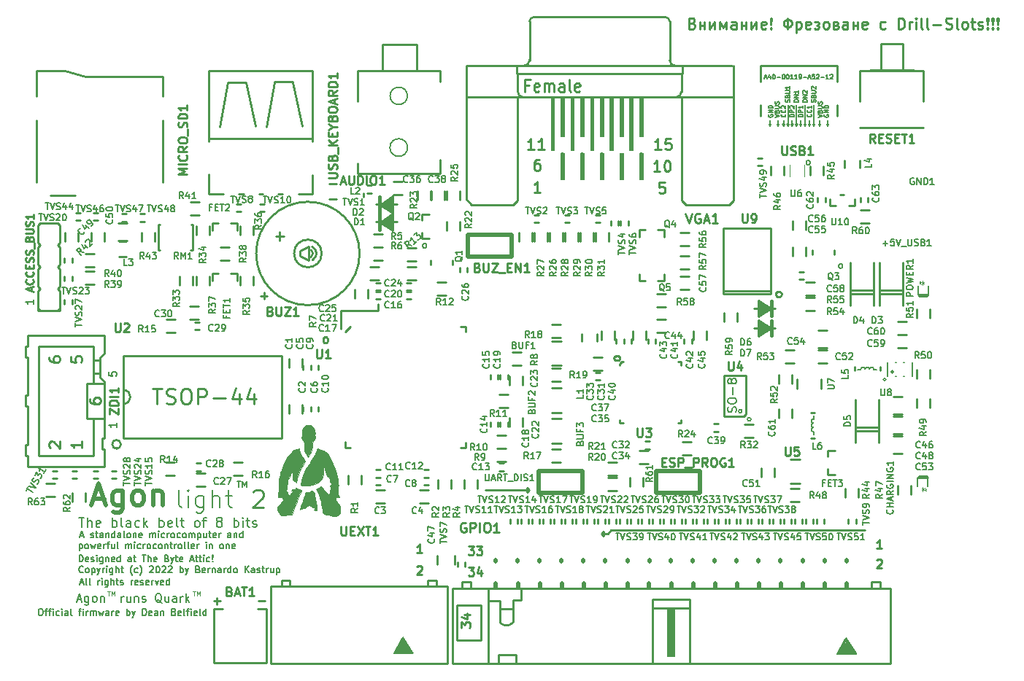
<source format=gbr>
G04 #@! TF.GenerationSoftware,KiCad,Pcbnew,5.1.0-rc2-unknown-036be7d~80~ubuntu16.04.1*
G04 #@! TF.CreationDate,2022-12-16T15:04:29+02:00*
G04 #@! TF.ProjectId,AgonLight2_Rev_B,41676f6e-4c69-4676-9874-325f5265765f,rev?*
G04 #@! TF.SameCoordinates,Original*
G04 #@! TF.FileFunction,Legend,Top*
G04 #@! TF.FilePolarity,Positive*
%FSLAX46Y46*%
G04 Gerber Fmt 4.6, Leading zero omitted, Abs format (unit mm)*
G04 Created by KiCad (PCBNEW 5.1.0-rc2-unknown-036be7d~80~ubuntu16.04.1) date 2022-12-16 15:04:29*
%MOMM*%
%LPD*%
G04 APERTURE LIST*
%ADD10C,0.254000*%
%ADD11C,0.203200*%
%ADD12C,0.150000*%
%ADD13C,0.125000*%
%ADD14C,0.175000*%
%ADD15C,0.203000*%
%ADD16C,0.500000*%
%ADD17C,0.304800*%
%ADD18C,0.406400*%
%ADD19C,0.127000*%
%ADD20C,0.508000*%
%ADD21C,0.100000*%
%ADD22C,0.120000*%
%ADD23C,0.066040*%
%ADD24C,0.400000*%
%ADD25C,0.200000*%
%ADD26C,0.050000*%
%ADD27C,0.190500*%
%ADD28C,0.222250*%
%ADD29C,0.250000*%
G04 APERTURE END LIST*
D10*
X89535000Y-99822000D02*
X89535000Y-99441000D01*
X77336952Y-146757571D02*
X78111047Y-146757571D01*
X76752147Y-134081761D02*
X76848909Y-133985000D01*
X77042433Y-133888238D01*
X77526242Y-133888238D01*
X77719766Y-133985000D01*
X77816528Y-134081761D01*
X77913290Y-134275285D01*
X77913290Y-134468809D01*
X77816528Y-134759095D01*
X76655385Y-135920238D01*
X77913290Y-135920238D01*
X108458000Y-133604000D02*
X108712000Y-133858000D01*
X108458000Y-134112000D02*
X108458000Y-133604000D01*
X108712000Y-133858000D02*
X108458000Y-134112000D01*
X103632000Y-133858000D02*
X108458000Y-133858000D01*
X117348000Y-139192000D02*
X117094000Y-138938000D01*
X117348000Y-138684000D02*
X117348000Y-139192000D01*
X117094000Y-138938000D02*
X117348000Y-138684000D01*
X117856000Y-138938000D02*
X117094000Y-138938000D01*
X118237000Y-138557000D02*
X117856000Y-138938000D01*
X147701000Y-138557000D02*
X118237000Y-138557000D01*
X77590952Y-111324571D02*
X78365047Y-111324571D01*
X77978000Y-111711619D02*
X77978000Y-110937523D01*
X95721714Y-142796380D02*
X95770095Y-142748000D01*
X95866857Y-142699619D01*
X96108761Y-142699619D01*
X96205523Y-142748000D01*
X96253904Y-142796380D01*
X96302285Y-142893142D01*
X96302285Y-142989904D01*
X96253904Y-143135047D01*
X95673333Y-143715619D01*
X96302285Y-143715619D01*
X96302285Y-141175619D02*
X95721714Y-141175619D01*
X96012000Y-141175619D02*
X96012000Y-140159619D01*
X95915238Y-140304761D01*
X95818476Y-140401523D01*
X95721714Y-140449904D01*
X72129952Y-146757571D02*
X72904047Y-146757571D01*
X72517000Y-147144619D02*
X72517000Y-146370523D01*
D11*
X59965166Y-120184333D02*
X59965166Y-120607666D01*
X60388500Y-120650000D01*
X60346166Y-120607666D01*
X60303833Y-120523000D01*
X60303833Y-120311333D01*
X60346166Y-120226666D01*
X60388500Y-120184333D01*
X60473166Y-120142000D01*
X60684833Y-120142000D01*
X60769500Y-120184333D01*
X60811833Y-120226666D01*
X60854166Y-120311333D01*
X60854166Y-120523000D01*
X60811833Y-120607666D01*
X60769500Y-120650000D01*
X60854166Y-126111000D02*
X60854166Y-126619000D01*
X60854166Y-126365000D02*
X59965166Y-126365000D01*
X60092166Y-126449666D01*
X60176833Y-126534333D01*
X60219166Y-126619000D01*
D10*
X86868000Y-113030000D02*
X86868000Y-115189000D01*
X91186000Y-113030000D02*
X86868000Y-113030000D01*
X91186000Y-112268000D02*
X91186000Y-113030000D01*
D11*
X51202166Y-111760000D02*
X51202166Y-112268000D01*
X51202166Y-112014000D02*
X50313166Y-112014000D01*
X50440166Y-112098666D01*
X50524833Y-112183333D01*
X50567166Y-112268000D01*
D10*
X101666523Y-142826619D02*
X102295476Y-142826619D01*
X101956809Y-143213666D01*
X102101952Y-143213666D01*
X102198714Y-143262047D01*
X102247095Y-143310428D01*
X102295476Y-143407190D01*
X102295476Y-143649095D01*
X102247095Y-143745857D01*
X102198714Y-143794238D01*
X102101952Y-143842619D01*
X101811666Y-143842619D01*
X101714904Y-143794238D01*
X101666523Y-143745857D01*
X103166333Y-143165285D02*
X103166333Y-143842619D01*
X102924428Y-142778238D02*
X102682523Y-143503952D01*
X103311476Y-143503952D01*
X101666523Y-140413619D02*
X102295476Y-140413619D01*
X101956809Y-140800666D01*
X102101952Y-140800666D01*
X102198714Y-140849047D01*
X102247095Y-140897428D01*
X102295476Y-140994190D01*
X102295476Y-141236095D01*
X102247095Y-141332857D01*
X102198714Y-141381238D01*
X102101952Y-141429619D01*
X101811666Y-141429619D01*
X101714904Y-141381238D01*
X101666523Y-141332857D01*
X102634142Y-140413619D02*
X103263095Y-140413619D01*
X102924428Y-140800666D01*
X103069571Y-140800666D01*
X103166333Y-140849047D01*
X103214714Y-140897428D01*
X103263095Y-140994190D01*
X103263095Y-141236095D01*
X103214714Y-141332857D01*
X103166333Y-141381238D01*
X103069571Y-141429619D01*
X102779285Y-141429619D01*
X102682523Y-141381238D01*
X102634142Y-141332857D01*
X149061714Y-142034380D02*
X149110095Y-141986000D01*
X149206857Y-141937619D01*
X149448761Y-141937619D01*
X149545523Y-141986000D01*
X149593904Y-142034380D01*
X149642285Y-142131142D01*
X149642285Y-142227904D01*
X149593904Y-142373047D01*
X149013333Y-142953619D01*
X149642285Y-142953619D01*
X149642285Y-140667619D02*
X149061714Y-140667619D01*
X149352000Y-140667619D02*
X149352000Y-139651619D01*
X149255238Y-139796761D01*
X149158476Y-139893523D01*
X149061714Y-139941904D01*
D12*
X51986071Y-147664714D02*
X52131214Y-147664714D01*
X52203785Y-147701000D01*
X52276357Y-147773571D01*
X52312642Y-147918714D01*
X52312642Y-148172714D01*
X52276357Y-148317857D01*
X52203785Y-148390428D01*
X52131214Y-148426714D01*
X51986071Y-148426714D01*
X51913500Y-148390428D01*
X51840928Y-148317857D01*
X51804642Y-148172714D01*
X51804642Y-147918714D01*
X51840928Y-147773571D01*
X51913500Y-147701000D01*
X51986071Y-147664714D01*
X52530357Y-147918714D02*
X52820642Y-147918714D01*
X52639214Y-148426714D02*
X52639214Y-147773571D01*
X52675500Y-147701000D01*
X52748071Y-147664714D01*
X52820642Y-147664714D01*
X52965785Y-147918714D02*
X53256071Y-147918714D01*
X53074642Y-148426714D02*
X53074642Y-147773571D01*
X53110928Y-147701000D01*
X53183500Y-147664714D01*
X53256071Y-147664714D01*
X53510071Y-148426714D02*
X53510071Y-147918714D01*
X53510071Y-147664714D02*
X53473785Y-147701000D01*
X53510071Y-147737285D01*
X53546357Y-147701000D01*
X53510071Y-147664714D01*
X53510071Y-147737285D01*
X54199500Y-148390428D02*
X54126928Y-148426714D01*
X53981785Y-148426714D01*
X53909214Y-148390428D01*
X53872928Y-148354142D01*
X53836642Y-148281571D01*
X53836642Y-148063857D01*
X53872928Y-147991285D01*
X53909214Y-147955000D01*
X53981785Y-147918714D01*
X54126928Y-147918714D01*
X54199500Y-147955000D01*
X54526071Y-148426714D02*
X54526071Y-147918714D01*
X54526071Y-147664714D02*
X54489785Y-147701000D01*
X54526071Y-147737285D01*
X54562357Y-147701000D01*
X54526071Y-147664714D01*
X54526071Y-147737285D01*
X55215500Y-148426714D02*
X55215500Y-148027571D01*
X55179214Y-147955000D01*
X55106642Y-147918714D01*
X54961500Y-147918714D01*
X54888928Y-147955000D01*
X55215500Y-148390428D02*
X55142928Y-148426714D01*
X54961500Y-148426714D01*
X54888928Y-148390428D01*
X54852642Y-148317857D01*
X54852642Y-148245285D01*
X54888928Y-148172714D01*
X54961500Y-148136428D01*
X55142928Y-148136428D01*
X55215500Y-148100142D01*
X55687214Y-148426714D02*
X55614642Y-148390428D01*
X55578357Y-148317857D01*
X55578357Y-147664714D01*
X56449214Y-147918714D02*
X56739500Y-147918714D01*
X56558071Y-148426714D02*
X56558071Y-147773571D01*
X56594357Y-147701000D01*
X56666928Y-147664714D01*
X56739500Y-147664714D01*
X56993500Y-148426714D02*
X56993500Y-147918714D01*
X56993500Y-147664714D02*
X56957214Y-147701000D01*
X56993500Y-147737285D01*
X57029785Y-147701000D01*
X56993500Y-147664714D01*
X56993500Y-147737285D01*
X57356357Y-148426714D02*
X57356357Y-147918714D01*
X57356357Y-148063857D02*
X57392642Y-147991285D01*
X57428928Y-147955000D01*
X57501500Y-147918714D01*
X57574071Y-147918714D01*
X57828071Y-148426714D02*
X57828071Y-147918714D01*
X57828071Y-147991285D02*
X57864357Y-147955000D01*
X57936928Y-147918714D01*
X58045785Y-147918714D01*
X58118357Y-147955000D01*
X58154642Y-148027571D01*
X58154642Y-148426714D01*
X58154642Y-148027571D02*
X58190928Y-147955000D01*
X58263500Y-147918714D01*
X58372357Y-147918714D01*
X58444928Y-147955000D01*
X58481214Y-148027571D01*
X58481214Y-148426714D01*
X58771500Y-147918714D02*
X58916642Y-148426714D01*
X59061785Y-148063857D01*
X59206928Y-148426714D01*
X59352071Y-147918714D01*
X59968928Y-148426714D02*
X59968928Y-148027571D01*
X59932642Y-147955000D01*
X59860071Y-147918714D01*
X59714928Y-147918714D01*
X59642357Y-147955000D01*
X59968928Y-148390428D02*
X59896357Y-148426714D01*
X59714928Y-148426714D01*
X59642357Y-148390428D01*
X59606071Y-148317857D01*
X59606071Y-148245285D01*
X59642357Y-148172714D01*
X59714928Y-148136428D01*
X59896357Y-148136428D01*
X59968928Y-148100142D01*
X60331785Y-148426714D02*
X60331785Y-147918714D01*
X60331785Y-148063857D02*
X60368071Y-147991285D01*
X60404357Y-147955000D01*
X60476928Y-147918714D01*
X60549500Y-147918714D01*
X61093785Y-148390428D02*
X61021214Y-148426714D01*
X60876071Y-148426714D01*
X60803500Y-148390428D01*
X60767214Y-148317857D01*
X60767214Y-148027571D01*
X60803500Y-147955000D01*
X60876071Y-147918714D01*
X61021214Y-147918714D01*
X61093785Y-147955000D01*
X61130071Y-148027571D01*
X61130071Y-148100142D01*
X60767214Y-148172714D01*
X62037214Y-148426714D02*
X62037214Y-147664714D01*
X62037214Y-147955000D02*
X62109785Y-147918714D01*
X62254928Y-147918714D01*
X62327500Y-147955000D01*
X62363785Y-147991285D01*
X62400071Y-148063857D01*
X62400071Y-148281571D01*
X62363785Y-148354142D01*
X62327500Y-148390428D01*
X62254928Y-148426714D01*
X62109785Y-148426714D01*
X62037214Y-148390428D01*
X62654071Y-147918714D02*
X62835500Y-148426714D01*
X63016928Y-147918714D02*
X62835500Y-148426714D01*
X62762928Y-148608142D01*
X62726642Y-148644428D01*
X62654071Y-148680714D01*
X63887785Y-148426714D02*
X63887785Y-147664714D01*
X64069214Y-147664714D01*
X64178071Y-147701000D01*
X64250642Y-147773571D01*
X64286928Y-147846142D01*
X64323214Y-147991285D01*
X64323214Y-148100142D01*
X64286928Y-148245285D01*
X64250642Y-148317857D01*
X64178071Y-148390428D01*
X64069214Y-148426714D01*
X63887785Y-148426714D01*
X64940071Y-148390428D02*
X64867500Y-148426714D01*
X64722357Y-148426714D01*
X64649785Y-148390428D01*
X64613500Y-148317857D01*
X64613500Y-148027571D01*
X64649785Y-147955000D01*
X64722357Y-147918714D01*
X64867500Y-147918714D01*
X64940071Y-147955000D01*
X64976357Y-148027571D01*
X64976357Y-148100142D01*
X64613500Y-148172714D01*
X65629500Y-148426714D02*
X65629500Y-148027571D01*
X65593214Y-147955000D01*
X65520642Y-147918714D01*
X65375500Y-147918714D01*
X65302928Y-147955000D01*
X65629500Y-148390428D02*
X65556928Y-148426714D01*
X65375500Y-148426714D01*
X65302928Y-148390428D01*
X65266642Y-148317857D01*
X65266642Y-148245285D01*
X65302928Y-148172714D01*
X65375500Y-148136428D01*
X65556928Y-148136428D01*
X65629500Y-148100142D01*
X65992357Y-147918714D02*
X65992357Y-148426714D01*
X65992357Y-147991285D02*
X66028642Y-147955000D01*
X66101214Y-147918714D01*
X66210071Y-147918714D01*
X66282642Y-147955000D01*
X66318928Y-148027571D01*
X66318928Y-148426714D01*
X67516357Y-148027571D02*
X67625214Y-148063857D01*
X67661500Y-148100142D01*
X67697785Y-148172714D01*
X67697785Y-148281571D01*
X67661500Y-148354142D01*
X67625214Y-148390428D01*
X67552642Y-148426714D01*
X67262357Y-148426714D01*
X67262357Y-147664714D01*
X67516357Y-147664714D01*
X67588928Y-147701000D01*
X67625214Y-147737285D01*
X67661500Y-147809857D01*
X67661500Y-147882428D01*
X67625214Y-147955000D01*
X67588928Y-147991285D01*
X67516357Y-148027571D01*
X67262357Y-148027571D01*
X68314642Y-148390428D02*
X68242071Y-148426714D01*
X68096928Y-148426714D01*
X68024357Y-148390428D01*
X67988071Y-148317857D01*
X67988071Y-148027571D01*
X68024357Y-147955000D01*
X68096928Y-147918714D01*
X68242071Y-147918714D01*
X68314642Y-147955000D01*
X68350928Y-148027571D01*
X68350928Y-148100142D01*
X67988071Y-148172714D01*
X68786357Y-148426714D02*
X68713785Y-148390428D01*
X68677500Y-148317857D01*
X68677500Y-147664714D01*
X68967785Y-147918714D02*
X69258071Y-147918714D01*
X69076642Y-148426714D02*
X69076642Y-147773571D01*
X69112928Y-147701000D01*
X69185500Y-147664714D01*
X69258071Y-147664714D01*
X69512071Y-148426714D02*
X69512071Y-147918714D01*
X69512071Y-147664714D02*
X69475785Y-147701000D01*
X69512071Y-147737285D01*
X69548357Y-147701000D01*
X69512071Y-147664714D01*
X69512071Y-147737285D01*
X70165214Y-148390428D02*
X70092642Y-148426714D01*
X69947500Y-148426714D01*
X69874928Y-148390428D01*
X69838642Y-148317857D01*
X69838642Y-148027571D01*
X69874928Y-147955000D01*
X69947500Y-147918714D01*
X70092642Y-147918714D01*
X70165214Y-147955000D01*
X70201500Y-148027571D01*
X70201500Y-148100142D01*
X69838642Y-148172714D01*
X70636928Y-148426714D02*
X70564357Y-148390428D01*
X70528071Y-148317857D01*
X70528071Y-147664714D01*
X71253785Y-148426714D02*
X71253785Y-147664714D01*
X71253785Y-148390428D02*
X71181214Y-148426714D01*
X71036071Y-148426714D01*
X70963500Y-148390428D01*
X70927214Y-148354142D01*
X70890928Y-148281571D01*
X70890928Y-148063857D01*
X70927214Y-147991285D01*
X70963500Y-147955000D01*
X71036071Y-147918714D01*
X71181214Y-147918714D01*
X71253785Y-147955000D01*
D13*
X69724869Y-145649190D02*
X70010583Y-145649190D01*
X69867726Y-146149190D02*
X69867726Y-145649190D01*
X70177250Y-146149190D02*
X70177250Y-145649190D01*
X70343916Y-146006333D01*
X70510583Y-145649190D01*
X70510583Y-146149190D01*
D12*
D13*
X59818869Y-145649190D02*
X60104583Y-145649190D01*
X59961726Y-146149190D02*
X59961726Y-145649190D01*
X60271250Y-146149190D02*
X60271250Y-145649190D01*
X60437916Y-146006333D01*
X60604583Y-145649190D01*
X60604583Y-146149190D01*
D12*
X56294976Y-146597666D02*
X56771166Y-146597666D01*
X56199738Y-146883380D02*
X56533071Y-145883380D01*
X56866404Y-146883380D01*
X57628309Y-146216714D02*
X57628309Y-147026238D01*
X57580690Y-147121476D01*
X57533071Y-147169095D01*
X57437833Y-147216714D01*
X57294976Y-147216714D01*
X57199738Y-147169095D01*
X57628309Y-146835761D02*
X57533071Y-146883380D01*
X57342595Y-146883380D01*
X57247357Y-146835761D01*
X57199738Y-146788142D01*
X57152119Y-146692904D01*
X57152119Y-146407190D01*
X57199738Y-146311952D01*
X57247357Y-146264333D01*
X57342595Y-146216714D01*
X57533071Y-146216714D01*
X57628309Y-146264333D01*
X58247357Y-146883380D02*
X58152119Y-146835761D01*
X58104500Y-146788142D01*
X58056880Y-146692904D01*
X58056880Y-146407190D01*
X58104500Y-146311952D01*
X58152119Y-146264333D01*
X58247357Y-146216714D01*
X58390214Y-146216714D01*
X58485452Y-146264333D01*
X58533071Y-146311952D01*
X58580690Y-146407190D01*
X58580690Y-146692904D01*
X58533071Y-146788142D01*
X58485452Y-146835761D01*
X58390214Y-146883380D01*
X58247357Y-146883380D01*
X59009261Y-146216714D02*
X59009261Y-146883380D01*
X59009261Y-146311952D02*
X59056880Y-146264333D01*
X59152119Y-146216714D01*
X59294976Y-146216714D01*
X59390214Y-146264333D01*
X59437833Y-146359571D01*
X59437833Y-146883380D01*
X61437833Y-146883380D02*
X61437833Y-146216714D01*
X61437833Y-146407190D02*
X61485452Y-146311952D01*
X61533071Y-146264333D01*
X61628309Y-146216714D01*
X61723547Y-146216714D01*
X62485452Y-146216714D02*
X62485452Y-146883380D01*
X62056880Y-146216714D02*
X62056880Y-146740523D01*
X62104500Y-146835761D01*
X62199738Y-146883380D01*
X62342595Y-146883380D01*
X62437833Y-146835761D01*
X62485452Y-146788142D01*
X62961642Y-146216714D02*
X62961642Y-146883380D01*
X62961642Y-146311952D02*
X63009261Y-146264333D01*
X63104500Y-146216714D01*
X63247357Y-146216714D01*
X63342595Y-146264333D01*
X63390214Y-146359571D01*
X63390214Y-146883380D01*
X63818785Y-146835761D02*
X63914023Y-146883380D01*
X64104500Y-146883380D01*
X64199738Y-146835761D01*
X64247357Y-146740523D01*
X64247357Y-146692904D01*
X64199738Y-146597666D01*
X64104500Y-146550047D01*
X63961642Y-146550047D01*
X63866404Y-146502428D01*
X63818785Y-146407190D01*
X63818785Y-146359571D01*
X63866404Y-146264333D01*
X63961642Y-146216714D01*
X64104500Y-146216714D01*
X64199738Y-146264333D01*
X66104500Y-146978619D02*
X66009261Y-146931000D01*
X65914023Y-146835761D01*
X65771166Y-146692904D01*
X65675928Y-146645285D01*
X65580690Y-146645285D01*
X65628309Y-146883380D02*
X65533071Y-146835761D01*
X65437833Y-146740523D01*
X65390214Y-146550047D01*
X65390214Y-146216714D01*
X65437833Y-146026238D01*
X65533071Y-145931000D01*
X65628309Y-145883380D01*
X65818785Y-145883380D01*
X65914023Y-145931000D01*
X66009261Y-146026238D01*
X66056880Y-146216714D01*
X66056880Y-146550047D01*
X66009261Y-146740523D01*
X65914023Y-146835761D01*
X65818785Y-146883380D01*
X65628309Y-146883380D01*
X66914023Y-146216714D02*
X66914023Y-146883380D01*
X66485452Y-146216714D02*
X66485452Y-146740523D01*
X66533071Y-146835761D01*
X66628309Y-146883380D01*
X66771166Y-146883380D01*
X66866404Y-146835761D01*
X66914023Y-146788142D01*
X67818785Y-146883380D02*
X67818785Y-146359571D01*
X67771166Y-146264333D01*
X67675928Y-146216714D01*
X67485452Y-146216714D01*
X67390214Y-146264333D01*
X67818785Y-146835761D02*
X67723547Y-146883380D01*
X67485452Y-146883380D01*
X67390214Y-146835761D01*
X67342595Y-146740523D01*
X67342595Y-146645285D01*
X67390214Y-146550047D01*
X67485452Y-146502428D01*
X67723547Y-146502428D01*
X67818785Y-146454809D01*
X68294976Y-146883380D02*
X68294976Y-146216714D01*
X68294976Y-146407190D02*
X68342595Y-146311952D01*
X68390214Y-146264333D01*
X68485452Y-146216714D01*
X68580690Y-146216714D01*
X68914023Y-146883380D02*
X68914023Y-145883380D01*
X69009261Y-146502428D02*
X69294976Y-146883380D01*
X69294976Y-146216714D02*
X68914023Y-146597666D01*
D14*
X74856416Y-132839666D02*
X75256416Y-132839666D01*
X75056416Y-133539666D02*
X75056416Y-132839666D01*
X75489750Y-133539666D02*
X75489750Y-132839666D01*
X75723083Y-133339666D01*
X75956416Y-132839666D01*
X75956416Y-133539666D01*
D15*
X68388045Y-135863238D02*
X68194521Y-135766476D01*
X68097759Y-135572952D01*
X68097759Y-133831238D01*
X69162140Y-135863238D02*
X69162140Y-134508571D01*
X69162140Y-133831238D02*
X69065378Y-133928000D01*
X69162140Y-134024761D01*
X69258902Y-133928000D01*
X69162140Y-133831238D01*
X69162140Y-134024761D01*
X71000616Y-134508571D02*
X71000616Y-136153523D01*
X70903854Y-136347047D01*
X70807092Y-136443809D01*
X70613569Y-136540571D01*
X70323283Y-136540571D01*
X70129759Y-136443809D01*
X71000616Y-135766476D02*
X70807092Y-135863238D01*
X70420045Y-135863238D01*
X70226521Y-135766476D01*
X70129759Y-135669714D01*
X70032997Y-135476190D01*
X70032997Y-134895619D01*
X70129759Y-134702095D01*
X70226521Y-134605333D01*
X70420045Y-134508571D01*
X70807092Y-134508571D01*
X71000616Y-134605333D01*
X71968235Y-135863238D02*
X71968235Y-133831238D01*
X72839092Y-135863238D02*
X72839092Y-134798857D01*
X72742330Y-134605333D01*
X72548807Y-134508571D01*
X72258521Y-134508571D01*
X72064997Y-134605333D01*
X71968235Y-134702095D01*
X73516426Y-134508571D02*
X74290521Y-134508571D01*
X73806711Y-133831238D02*
X73806711Y-135572952D01*
X73903473Y-135766476D01*
X74096997Y-135863238D01*
X74290521Y-135863238D01*
D12*
X56539928Y-140171714D02*
X56539928Y-140933714D01*
X56539928Y-140208000D02*
X56612500Y-140171714D01*
X56757642Y-140171714D01*
X56830214Y-140208000D01*
X56866500Y-140244285D01*
X56902785Y-140316857D01*
X56902785Y-140534571D01*
X56866500Y-140607142D01*
X56830214Y-140643428D01*
X56757642Y-140679714D01*
X56612500Y-140679714D01*
X56539928Y-140643428D01*
X57338214Y-140679714D02*
X57265642Y-140643428D01*
X57229357Y-140607142D01*
X57193071Y-140534571D01*
X57193071Y-140316857D01*
X57229357Y-140244285D01*
X57265642Y-140208000D01*
X57338214Y-140171714D01*
X57447071Y-140171714D01*
X57519642Y-140208000D01*
X57555928Y-140244285D01*
X57592214Y-140316857D01*
X57592214Y-140534571D01*
X57555928Y-140607142D01*
X57519642Y-140643428D01*
X57447071Y-140679714D01*
X57338214Y-140679714D01*
X57846214Y-140171714D02*
X57991357Y-140679714D01*
X58136500Y-140316857D01*
X58281642Y-140679714D01*
X58426785Y-140171714D01*
X59007357Y-140643428D02*
X58934785Y-140679714D01*
X58789642Y-140679714D01*
X58717071Y-140643428D01*
X58680785Y-140570857D01*
X58680785Y-140280571D01*
X58717071Y-140208000D01*
X58789642Y-140171714D01*
X58934785Y-140171714D01*
X59007357Y-140208000D01*
X59043642Y-140280571D01*
X59043642Y-140353142D01*
X58680785Y-140425714D01*
X59370214Y-140679714D02*
X59370214Y-140171714D01*
X59370214Y-140316857D02*
X59406500Y-140244285D01*
X59442785Y-140208000D01*
X59515357Y-140171714D01*
X59587928Y-140171714D01*
X59733071Y-140171714D02*
X60023357Y-140171714D01*
X59841928Y-140679714D02*
X59841928Y-140026571D01*
X59878214Y-139954000D01*
X59950785Y-139917714D01*
X60023357Y-139917714D01*
X60603928Y-140171714D02*
X60603928Y-140679714D01*
X60277357Y-140171714D02*
X60277357Y-140570857D01*
X60313642Y-140643428D01*
X60386214Y-140679714D01*
X60495071Y-140679714D01*
X60567642Y-140643428D01*
X60603928Y-140607142D01*
X61075642Y-140679714D02*
X61003071Y-140643428D01*
X60966785Y-140570857D01*
X60966785Y-139917714D01*
X61946500Y-140679714D02*
X61946500Y-140171714D01*
X61946500Y-140244285D02*
X61982785Y-140208000D01*
X62055357Y-140171714D01*
X62164214Y-140171714D01*
X62236785Y-140208000D01*
X62273071Y-140280571D01*
X62273071Y-140679714D01*
X62273071Y-140280571D02*
X62309357Y-140208000D01*
X62381928Y-140171714D01*
X62490785Y-140171714D01*
X62563357Y-140208000D01*
X62599642Y-140280571D01*
X62599642Y-140679714D01*
X62962500Y-140679714D02*
X62962500Y-140171714D01*
X62962500Y-139917714D02*
X62926214Y-139954000D01*
X62962500Y-139990285D01*
X62998785Y-139954000D01*
X62962500Y-139917714D01*
X62962500Y-139990285D01*
X63651928Y-140643428D02*
X63579357Y-140679714D01*
X63434214Y-140679714D01*
X63361642Y-140643428D01*
X63325357Y-140607142D01*
X63289071Y-140534571D01*
X63289071Y-140316857D01*
X63325357Y-140244285D01*
X63361642Y-140208000D01*
X63434214Y-140171714D01*
X63579357Y-140171714D01*
X63651928Y-140208000D01*
X63978500Y-140679714D02*
X63978500Y-140171714D01*
X63978500Y-140316857D02*
X64014785Y-140244285D01*
X64051071Y-140208000D01*
X64123642Y-140171714D01*
X64196214Y-140171714D01*
X64559071Y-140679714D02*
X64486500Y-140643428D01*
X64450214Y-140607142D01*
X64413928Y-140534571D01*
X64413928Y-140316857D01*
X64450214Y-140244285D01*
X64486500Y-140208000D01*
X64559071Y-140171714D01*
X64667928Y-140171714D01*
X64740500Y-140208000D01*
X64776785Y-140244285D01*
X64813071Y-140316857D01*
X64813071Y-140534571D01*
X64776785Y-140607142D01*
X64740500Y-140643428D01*
X64667928Y-140679714D01*
X64559071Y-140679714D01*
X65466214Y-140643428D02*
X65393642Y-140679714D01*
X65248500Y-140679714D01*
X65175928Y-140643428D01*
X65139642Y-140607142D01*
X65103357Y-140534571D01*
X65103357Y-140316857D01*
X65139642Y-140244285D01*
X65175928Y-140208000D01*
X65248500Y-140171714D01*
X65393642Y-140171714D01*
X65466214Y-140208000D01*
X65901642Y-140679714D02*
X65829071Y-140643428D01*
X65792785Y-140607142D01*
X65756500Y-140534571D01*
X65756500Y-140316857D01*
X65792785Y-140244285D01*
X65829071Y-140208000D01*
X65901642Y-140171714D01*
X66010500Y-140171714D01*
X66083071Y-140208000D01*
X66119357Y-140244285D01*
X66155642Y-140316857D01*
X66155642Y-140534571D01*
X66119357Y-140607142D01*
X66083071Y-140643428D01*
X66010500Y-140679714D01*
X65901642Y-140679714D01*
X66482214Y-140171714D02*
X66482214Y-140679714D01*
X66482214Y-140244285D02*
X66518500Y-140208000D01*
X66591071Y-140171714D01*
X66699928Y-140171714D01*
X66772500Y-140208000D01*
X66808785Y-140280571D01*
X66808785Y-140679714D01*
X67062785Y-140171714D02*
X67353071Y-140171714D01*
X67171642Y-139917714D02*
X67171642Y-140570857D01*
X67207928Y-140643428D01*
X67280500Y-140679714D01*
X67353071Y-140679714D01*
X67607071Y-140679714D02*
X67607071Y-140171714D01*
X67607071Y-140316857D02*
X67643357Y-140244285D01*
X67679642Y-140208000D01*
X67752214Y-140171714D01*
X67824785Y-140171714D01*
X68187642Y-140679714D02*
X68115071Y-140643428D01*
X68078785Y-140607142D01*
X68042500Y-140534571D01*
X68042500Y-140316857D01*
X68078785Y-140244285D01*
X68115071Y-140208000D01*
X68187642Y-140171714D01*
X68296500Y-140171714D01*
X68369071Y-140208000D01*
X68405357Y-140244285D01*
X68441642Y-140316857D01*
X68441642Y-140534571D01*
X68405357Y-140607142D01*
X68369071Y-140643428D01*
X68296500Y-140679714D01*
X68187642Y-140679714D01*
X68877071Y-140679714D02*
X68804500Y-140643428D01*
X68768214Y-140570857D01*
X68768214Y-139917714D01*
X69276214Y-140679714D02*
X69203642Y-140643428D01*
X69167357Y-140570857D01*
X69167357Y-139917714D01*
X69856785Y-140643428D02*
X69784214Y-140679714D01*
X69639071Y-140679714D01*
X69566500Y-140643428D01*
X69530214Y-140570857D01*
X69530214Y-140280571D01*
X69566500Y-140208000D01*
X69639071Y-140171714D01*
X69784214Y-140171714D01*
X69856785Y-140208000D01*
X69893071Y-140280571D01*
X69893071Y-140353142D01*
X69530214Y-140425714D01*
X70219642Y-140679714D02*
X70219642Y-140171714D01*
X70219642Y-140316857D02*
X70255928Y-140244285D01*
X70292214Y-140208000D01*
X70364785Y-140171714D01*
X70437357Y-140171714D01*
X71271928Y-140679714D02*
X71271928Y-140171714D01*
X71271928Y-139917714D02*
X71235642Y-139954000D01*
X71271928Y-139990285D01*
X71308214Y-139954000D01*
X71271928Y-139917714D01*
X71271928Y-139990285D01*
X71634785Y-140171714D02*
X71634785Y-140679714D01*
X71634785Y-140244285D02*
X71671071Y-140208000D01*
X71743642Y-140171714D01*
X71852500Y-140171714D01*
X71925071Y-140208000D01*
X71961357Y-140280571D01*
X71961357Y-140679714D01*
X73013642Y-140679714D02*
X72941071Y-140643428D01*
X72904785Y-140607142D01*
X72868500Y-140534571D01*
X72868500Y-140316857D01*
X72904785Y-140244285D01*
X72941071Y-140208000D01*
X73013642Y-140171714D01*
X73122500Y-140171714D01*
X73195071Y-140208000D01*
X73231357Y-140244285D01*
X73267642Y-140316857D01*
X73267642Y-140534571D01*
X73231357Y-140607142D01*
X73195071Y-140643428D01*
X73122500Y-140679714D01*
X73013642Y-140679714D01*
X73594214Y-140171714D02*
X73594214Y-140679714D01*
X73594214Y-140244285D02*
X73630500Y-140208000D01*
X73703071Y-140171714D01*
X73811928Y-140171714D01*
X73884500Y-140208000D01*
X73920785Y-140280571D01*
X73920785Y-140679714D01*
X74573928Y-140643428D02*
X74501357Y-140679714D01*
X74356214Y-140679714D01*
X74283642Y-140643428D01*
X74247357Y-140570857D01*
X74247357Y-140280571D01*
X74283642Y-140208000D01*
X74356214Y-140171714D01*
X74501357Y-140171714D01*
X74573928Y-140208000D01*
X74610214Y-140280571D01*
X74610214Y-140353142D01*
X74247357Y-140425714D01*
X56630642Y-139192000D02*
X56993500Y-139192000D01*
X56558071Y-139409714D02*
X56812071Y-138647714D01*
X57066071Y-139409714D01*
X57864357Y-139373428D02*
X57936928Y-139409714D01*
X58082071Y-139409714D01*
X58154642Y-139373428D01*
X58190928Y-139300857D01*
X58190928Y-139264571D01*
X58154642Y-139192000D01*
X58082071Y-139155714D01*
X57973214Y-139155714D01*
X57900642Y-139119428D01*
X57864357Y-139046857D01*
X57864357Y-139010571D01*
X57900642Y-138938000D01*
X57973214Y-138901714D01*
X58082071Y-138901714D01*
X58154642Y-138938000D01*
X58408642Y-138901714D02*
X58698928Y-138901714D01*
X58517500Y-138647714D02*
X58517500Y-139300857D01*
X58553785Y-139373428D01*
X58626357Y-139409714D01*
X58698928Y-139409714D01*
X59279500Y-139409714D02*
X59279500Y-139010571D01*
X59243214Y-138938000D01*
X59170642Y-138901714D01*
X59025500Y-138901714D01*
X58952928Y-138938000D01*
X59279500Y-139373428D02*
X59206928Y-139409714D01*
X59025500Y-139409714D01*
X58952928Y-139373428D01*
X58916642Y-139300857D01*
X58916642Y-139228285D01*
X58952928Y-139155714D01*
X59025500Y-139119428D01*
X59206928Y-139119428D01*
X59279500Y-139083142D01*
X59642357Y-138901714D02*
X59642357Y-139409714D01*
X59642357Y-138974285D02*
X59678642Y-138938000D01*
X59751214Y-138901714D01*
X59860071Y-138901714D01*
X59932642Y-138938000D01*
X59968928Y-139010571D01*
X59968928Y-139409714D01*
X60658357Y-139409714D02*
X60658357Y-138647714D01*
X60658357Y-139373428D02*
X60585785Y-139409714D01*
X60440642Y-139409714D01*
X60368071Y-139373428D01*
X60331785Y-139337142D01*
X60295500Y-139264571D01*
X60295500Y-139046857D01*
X60331785Y-138974285D01*
X60368071Y-138938000D01*
X60440642Y-138901714D01*
X60585785Y-138901714D01*
X60658357Y-138938000D01*
X61347785Y-139409714D02*
X61347785Y-139010571D01*
X61311500Y-138938000D01*
X61238928Y-138901714D01*
X61093785Y-138901714D01*
X61021214Y-138938000D01*
X61347785Y-139373428D02*
X61275214Y-139409714D01*
X61093785Y-139409714D01*
X61021214Y-139373428D01*
X60984928Y-139300857D01*
X60984928Y-139228285D01*
X61021214Y-139155714D01*
X61093785Y-139119428D01*
X61275214Y-139119428D01*
X61347785Y-139083142D01*
X61819500Y-139409714D02*
X61746928Y-139373428D01*
X61710642Y-139300857D01*
X61710642Y-138647714D01*
X62218642Y-139409714D02*
X62146071Y-139373428D01*
X62109785Y-139337142D01*
X62073500Y-139264571D01*
X62073500Y-139046857D01*
X62109785Y-138974285D01*
X62146071Y-138938000D01*
X62218642Y-138901714D01*
X62327500Y-138901714D01*
X62400071Y-138938000D01*
X62436357Y-138974285D01*
X62472642Y-139046857D01*
X62472642Y-139264571D01*
X62436357Y-139337142D01*
X62400071Y-139373428D01*
X62327500Y-139409714D01*
X62218642Y-139409714D01*
X62799214Y-138901714D02*
X62799214Y-139409714D01*
X62799214Y-138974285D02*
X62835500Y-138938000D01*
X62908071Y-138901714D01*
X63016928Y-138901714D01*
X63089500Y-138938000D01*
X63125785Y-139010571D01*
X63125785Y-139409714D01*
X63778928Y-139373428D02*
X63706357Y-139409714D01*
X63561214Y-139409714D01*
X63488642Y-139373428D01*
X63452357Y-139300857D01*
X63452357Y-139010571D01*
X63488642Y-138938000D01*
X63561214Y-138901714D01*
X63706357Y-138901714D01*
X63778928Y-138938000D01*
X63815214Y-139010571D01*
X63815214Y-139083142D01*
X63452357Y-139155714D01*
X64722357Y-139409714D02*
X64722357Y-138901714D01*
X64722357Y-138974285D02*
X64758642Y-138938000D01*
X64831214Y-138901714D01*
X64940071Y-138901714D01*
X65012642Y-138938000D01*
X65048928Y-139010571D01*
X65048928Y-139409714D01*
X65048928Y-139010571D02*
X65085214Y-138938000D01*
X65157785Y-138901714D01*
X65266642Y-138901714D01*
X65339214Y-138938000D01*
X65375500Y-139010571D01*
X65375500Y-139409714D01*
X65738357Y-139409714D02*
X65738357Y-138901714D01*
X65738357Y-138647714D02*
X65702071Y-138684000D01*
X65738357Y-138720285D01*
X65774642Y-138684000D01*
X65738357Y-138647714D01*
X65738357Y-138720285D01*
X66427785Y-139373428D02*
X66355214Y-139409714D01*
X66210071Y-139409714D01*
X66137500Y-139373428D01*
X66101214Y-139337142D01*
X66064928Y-139264571D01*
X66064928Y-139046857D01*
X66101214Y-138974285D01*
X66137500Y-138938000D01*
X66210071Y-138901714D01*
X66355214Y-138901714D01*
X66427785Y-138938000D01*
X66754357Y-139409714D02*
X66754357Y-138901714D01*
X66754357Y-139046857D02*
X66790642Y-138974285D01*
X66826928Y-138938000D01*
X66899500Y-138901714D01*
X66972071Y-138901714D01*
X67334928Y-139409714D02*
X67262357Y-139373428D01*
X67226071Y-139337142D01*
X67189785Y-139264571D01*
X67189785Y-139046857D01*
X67226071Y-138974285D01*
X67262357Y-138938000D01*
X67334928Y-138901714D01*
X67443785Y-138901714D01*
X67516357Y-138938000D01*
X67552642Y-138974285D01*
X67588928Y-139046857D01*
X67588928Y-139264571D01*
X67552642Y-139337142D01*
X67516357Y-139373428D01*
X67443785Y-139409714D01*
X67334928Y-139409714D01*
X68242071Y-139373428D02*
X68169500Y-139409714D01*
X68024357Y-139409714D01*
X67951785Y-139373428D01*
X67915500Y-139337142D01*
X67879214Y-139264571D01*
X67879214Y-139046857D01*
X67915500Y-138974285D01*
X67951785Y-138938000D01*
X68024357Y-138901714D01*
X68169500Y-138901714D01*
X68242071Y-138938000D01*
X68677500Y-139409714D02*
X68604928Y-139373428D01*
X68568642Y-139337142D01*
X68532357Y-139264571D01*
X68532357Y-139046857D01*
X68568642Y-138974285D01*
X68604928Y-138938000D01*
X68677500Y-138901714D01*
X68786357Y-138901714D01*
X68858928Y-138938000D01*
X68895214Y-138974285D01*
X68931500Y-139046857D01*
X68931500Y-139264571D01*
X68895214Y-139337142D01*
X68858928Y-139373428D01*
X68786357Y-139409714D01*
X68677500Y-139409714D01*
X69258071Y-139409714D02*
X69258071Y-138901714D01*
X69258071Y-138974285D02*
X69294357Y-138938000D01*
X69366928Y-138901714D01*
X69475785Y-138901714D01*
X69548357Y-138938000D01*
X69584642Y-139010571D01*
X69584642Y-139409714D01*
X69584642Y-139010571D02*
X69620928Y-138938000D01*
X69693500Y-138901714D01*
X69802357Y-138901714D01*
X69874928Y-138938000D01*
X69911214Y-139010571D01*
X69911214Y-139409714D01*
X70274071Y-138901714D02*
X70274071Y-139663714D01*
X70274071Y-138938000D02*
X70346642Y-138901714D01*
X70491785Y-138901714D01*
X70564357Y-138938000D01*
X70600642Y-138974285D01*
X70636928Y-139046857D01*
X70636928Y-139264571D01*
X70600642Y-139337142D01*
X70564357Y-139373428D01*
X70491785Y-139409714D01*
X70346642Y-139409714D01*
X70274071Y-139373428D01*
X71290071Y-138901714D02*
X71290071Y-139409714D01*
X70963500Y-138901714D02*
X70963500Y-139300857D01*
X70999785Y-139373428D01*
X71072357Y-139409714D01*
X71181214Y-139409714D01*
X71253785Y-139373428D01*
X71290071Y-139337142D01*
X71544071Y-138901714D02*
X71834357Y-138901714D01*
X71652928Y-138647714D02*
X71652928Y-139300857D01*
X71689214Y-139373428D01*
X71761785Y-139409714D01*
X71834357Y-139409714D01*
X72378642Y-139373428D02*
X72306071Y-139409714D01*
X72160928Y-139409714D01*
X72088357Y-139373428D01*
X72052071Y-139300857D01*
X72052071Y-139010571D01*
X72088357Y-138938000D01*
X72160928Y-138901714D01*
X72306071Y-138901714D01*
X72378642Y-138938000D01*
X72414928Y-139010571D01*
X72414928Y-139083142D01*
X72052071Y-139155714D01*
X72741500Y-139409714D02*
X72741500Y-138901714D01*
X72741500Y-139046857D02*
X72777785Y-138974285D01*
X72814071Y-138938000D01*
X72886642Y-138901714D01*
X72959214Y-138901714D01*
X74120357Y-139409714D02*
X74120357Y-139010571D01*
X74084071Y-138938000D01*
X74011500Y-138901714D01*
X73866357Y-138901714D01*
X73793785Y-138938000D01*
X74120357Y-139373428D02*
X74047785Y-139409714D01*
X73866357Y-139409714D01*
X73793785Y-139373428D01*
X73757500Y-139300857D01*
X73757500Y-139228285D01*
X73793785Y-139155714D01*
X73866357Y-139119428D01*
X74047785Y-139119428D01*
X74120357Y-139083142D01*
X74483214Y-138901714D02*
X74483214Y-139409714D01*
X74483214Y-138974285D02*
X74519500Y-138938000D01*
X74592071Y-138901714D01*
X74700928Y-138901714D01*
X74773500Y-138938000D01*
X74809785Y-139010571D01*
X74809785Y-139409714D01*
X75499214Y-139409714D02*
X75499214Y-138647714D01*
X75499214Y-139373428D02*
X75426642Y-139409714D01*
X75281500Y-139409714D01*
X75208928Y-139373428D01*
X75172642Y-139337142D01*
X75136357Y-139264571D01*
X75136357Y-139046857D01*
X75172642Y-138974285D01*
X75208928Y-138938000D01*
X75281500Y-138901714D01*
X75426642Y-138901714D01*
X75499214Y-138938000D01*
X56630642Y-144653000D02*
X56993500Y-144653000D01*
X56558071Y-144870714D02*
X56812071Y-144108714D01*
X57066071Y-144870714D01*
X57428928Y-144870714D02*
X57356357Y-144834428D01*
X57320071Y-144761857D01*
X57320071Y-144108714D01*
X57828071Y-144870714D02*
X57755500Y-144834428D01*
X57719214Y-144761857D01*
X57719214Y-144108714D01*
X58698928Y-144870714D02*
X58698928Y-144362714D01*
X58698928Y-144507857D02*
X58735214Y-144435285D01*
X58771500Y-144399000D01*
X58844071Y-144362714D01*
X58916642Y-144362714D01*
X59170642Y-144870714D02*
X59170642Y-144362714D01*
X59170642Y-144108714D02*
X59134357Y-144145000D01*
X59170642Y-144181285D01*
X59206928Y-144145000D01*
X59170642Y-144108714D01*
X59170642Y-144181285D01*
X59860071Y-144362714D02*
X59860071Y-144979571D01*
X59823785Y-145052142D01*
X59787500Y-145088428D01*
X59714928Y-145124714D01*
X59606071Y-145124714D01*
X59533500Y-145088428D01*
X59860071Y-144834428D02*
X59787500Y-144870714D01*
X59642357Y-144870714D01*
X59569785Y-144834428D01*
X59533500Y-144798142D01*
X59497214Y-144725571D01*
X59497214Y-144507857D01*
X59533500Y-144435285D01*
X59569785Y-144399000D01*
X59642357Y-144362714D01*
X59787500Y-144362714D01*
X59860071Y-144399000D01*
X60222928Y-144870714D02*
X60222928Y-144108714D01*
X60549500Y-144870714D02*
X60549500Y-144471571D01*
X60513214Y-144399000D01*
X60440642Y-144362714D01*
X60331785Y-144362714D01*
X60259214Y-144399000D01*
X60222928Y-144435285D01*
X60803500Y-144362714D02*
X61093785Y-144362714D01*
X60912357Y-144108714D02*
X60912357Y-144761857D01*
X60948642Y-144834428D01*
X61021214Y-144870714D01*
X61093785Y-144870714D01*
X61311500Y-144834428D02*
X61384071Y-144870714D01*
X61529214Y-144870714D01*
X61601785Y-144834428D01*
X61638071Y-144761857D01*
X61638071Y-144725571D01*
X61601785Y-144653000D01*
X61529214Y-144616714D01*
X61420357Y-144616714D01*
X61347785Y-144580428D01*
X61311500Y-144507857D01*
X61311500Y-144471571D01*
X61347785Y-144399000D01*
X61420357Y-144362714D01*
X61529214Y-144362714D01*
X61601785Y-144399000D01*
X62545214Y-144870714D02*
X62545214Y-144362714D01*
X62545214Y-144507857D02*
X62581500Y-144435285D01*
X62617785Y-144399000D01*
X62690357Y-144362714D01*
X62762928Y-144362714D01*
X63307214Y-144834428D02*
X63234642Y-144870714D01*
X63089500Y-144870714D01*
X63016928Y-144834428D01*
X62980642Y-144761857D01*
X62980642Y-144471571D01*
X63016928Y-144399000D01*
X63089500Y-144362714D01*
X63234642Y-144362714D01*
X63307214Y-144399000D01*
X63343500Y-144471571D01*
X63343500Y-144544142D01*
X62980642Y-144616714D01*
X63633785Y-144834428D02*
X63706357Y-144870714D01*
X63851500Y-144870714D01*
X63924071Y-144834428D01*
X63960357Y-144761857D01*
X63960357Y-144725571D01*
X63924071Y-144653000D01*
X63851500Y-144616714D01*
X63742642Y-144616714D01*
X63670071Y-144580428D01*
X63633785Y-144507857D01*
X63633785Y-144471571D01*
X63670071Y-144399000D01*
X63742642Y-144362714D01*
X63851500Y-144362714D01*
X63924071Y-144399000D01*
X64577214Y-144834428D02*
X64504642Y-144870714D01*
X64359500Y-144870714D01*
X64286928Y-144834428D01*
X64250642Y-144761857D01*
X64250642Y-144471571D01*
X64286928Y-144399000D01*
X64359500Y-144362714D01*
X64504642Y-144362714D01*
X64577214Y-144399000D01*
X64613500Y-144471571D01*
X64613500Y-144544142D01*
X64250642Y-144616714D01*
X64940071Y-144870714D02*
X64940071Y-144362714D01*
X64940071Y-144507857D02*
X64976357Y-144435285D01*
X65012642Y-144399000D01*
X65085214Y-144362714D01*
X65157785Y-144362714D01*
X65339214Y-144362714D02*
X65520642Y-144870714D01*
X65702071Y-144362714D01*
X66282642Y-144834428D02*
X66210071Y-144870714D01*
X66064928Y-144870714D01*
X65992357Y-144834428D01*
X65956071Y-144761857D01*
X65956071Y-144471571D01*
X65992357Y-144399000D01*
X66064928Y-144362714D01*
X66210071Y-144362714D01*
X66282642Y-144399000D01*
X66318928Y-144471571D01*
X66318928Y-144544142D01*
X65956071Y-144616714D01*
X66972071Y-144870714D02*
X66972071Y-144108714D01*
X66972071Y-144834428D02*
X66899500Y-144870714D01*
X66754357Y-144870714D01*
X66681785Y-144834428D01*
X66645500Y-144798142D01*
X66609214Y-144725571D01*
X66609214Y-144507857D01*
X66645500Y-144435285D01*
X66681785Y-144399000D01*
X66754357Y-144362714D01*
X66899500Y-144362714D01*
X66972071Y-144399000D01*
X56975357Y-143401142D02*
X56939071Y-143437428D01*
X56830214Y-143473714D01*
X56757642Y-143473714D01*
X56648785Y-143437428D01*
X56576214Y-143364857D01*
X56539928Y-143292285D01*
X56503642Y-143147142D01*
X56503642Y-143038285D01*
X56539928Y-142893142D01*
X56576214Y-142820571D01*
X56648785Y-142748000D01*
X56757642Y-142711714D01*
X56830214Y-142711714D01*
X56939071Y-142748000D01*
X56975357Y-142784285D01*
X57410785Y-143473714D02*
X57338214Y-143437428D01*
X57301928Y-143401142D01*
X57265642Y-143328571D01*
X57265642Y-143110857D01*
X57301928Y-143038285D01*
X57338214Y-143002000D01*
X57410785Y-142965714D01*
X57519642Y-142965714D01*
X57592214Y-143002000D01*
X57628500Y-143038285D01*
X57664785Y-143110857D01*
X57664785Y-143328571D01*
X57628500Y-143401142D01*
X57592214Y-143437428D01*
X57519642Y-143473714D01*
X57410785Y-143473714D01*
X57991357Y-142965714D02*
X57991357Y-143727714D01*
X57991357Y-143002000D02*
X58063928Y-142965714D01*
X58209071Y-142965714D01*
X58281642Y-143002000D01*
X58317928Y-143038285D01*
X58354214Y-143110857D01*
X58354214Y-143328571D01*
X58317928Y-143401142D01*
X58281642Y-143437428D01*
X58209071Y-143473714D01*
X58063928Y-143473714D01*
X57991357Y-143437428D01*
X58608214Y-142965714D02*
X58789642Y-143473714D01*
X58971071Y-142965714D02*
X58789642Y-143473714D01*
X58717071Y-143655142D01*
X58680785Y-143691428D01*
X58608214Y-143727714D01*
X59261357Y-143473714D02*
X59261357Y-142965714D01*
X59261357Y-143110857D02*
X59297642Y-143038285D01*
X59333928Y-143002000D01*
X59406500Y-142965714D01*
X59479071Y-142965714D01*
X59733071Y-143473714D02*
X59733071Y-142965714D01*
X59733071Y-142711714D02*
X59696785Y-142748000D01*
X59733071Y-142784285D01*
X59769357Y-142748000D01*
X59733071Y-142711714D01*
X59733071Y-142784285D01*
X60422500Y-142965714D02*
X60422500Y-143582571D01*
X60386214Y-143655142D01*
X60349928Y-143691428D01*
X60277357Y-143727714D01*
X60168500Y-143727714D01*
X60095928Y-143691428D01*
X60422500Y-143437428D02*
X60349928Y-143473714D01*
X60204785Y-143473714D01*
X60132214Y-143437428D01*
X60095928Y-143401142D01*
X60059642Y-143328571D01*
X60059642Y-143110857D01*
X60095928Y-143038285D01*
X60132214Y-143002000D01*
X60204785Y-142965714D01*
X60349928Y-142965714D01*
X60422500Y-143002000D01*
X60785357Y-143473714D02*
X60785357Y-142711714D01*
X61111928Y-143473714D02*
X61111928Y-143074571D01*
X61075642Y-143002000D01*
X61003071Y-142965714D01*
X60894214Y-142965714D01*
X60821642Y-143002000D01*
X60785357Y-143038285D01*
X61365928Y-142965714D02*
X61656214Y-142965714D01*
X61474785Y-142711714D02*
X61474785Y-143364857D01*
X61511071Y-143437428D01*
X61583642Y-143473714D01*
X61656214Y-143473714D01*
X62708500Y-143764000D02*
X62672214Y-143727714D01*
X62599642Y-143618857D01*
X62563357Y-143546285D01*
X62527071Y-143437428D01*
X62490785Y-143256000D01*
X62490785Y-143110857D01*
X62527071Y-142929428D01*
X62563357Y-142820571D01*
X62599642Y-142748000D01*
X62672214Y-142639142D01*
X62708500Y-142602857D01*
X63325357Y-143437428D02*
X63252785Y-143473714D01*
X63107642Y-143473714D01*
X63035071Y-143437428D01*
X62998785Y-143401142D01*
X62962500Y-143328571D01*
X62962500Y-143110857D01*
X62998785Y-143038285D01*
X63035071Y-143002000D01*
X63107642Y-142965714D01*
X63252785Y-142965714D01*
X63325357Y-143002000D01*
X63579357Y-143764000D02*
X63615642Y-143727714D01*
X63688214Y-143618857D01*
X63724500Y-143546285D01*
X63760785Y-143437428D01*
X63797071Y-143256000D01*
X63797071Y-143110857D01*
X63760785Y-142929428D01*
X63724500Y-142820571D01*
X63688214Y-142748000D01*
X63615642Y-142639142D01*
X63579357Y-142602857D01*
X64704214Y-142784285D02*
X64740500Y-142748000D01*
X64813071Y-142711714D01*
X64994500Y-142711714D01*
X65067071Y-142748000D01*
X65103357Y-142784285D01*
X65139642Y-142856857D01*
X65139642Y-142929428D01*
X65103357Y-143038285D01*
X64667928Y-143473714D01*
X65139642Y-143473714D01*
X65611357Y-142711714D02*
X65683928Y-142711714D01*
X65756500Y-142748000D01*
X65792785Y-142784285D01*
X65829071Y-142856857D01*
X65865357Y-143002000D01*
X65865357Y-143183428D01*
X65829071Y-143328571D01*
X65792785Y-143401142D01*
X65756500Y-143437428D01*
X65683928Y-143473714D01*
X65611357Y-143473714D01*
X65538785Y-143437428D01*
X65502500Y-143401142D01*
X65466214Y-143328571D01*
X65429928Y-143183428D01*
X65429928Y-143002000D01*
X65466214Y-142856857D01*
X65502500Y-142784285D01*
X65538785Y-142748000D01*
X65611357Y-142711714D01*
X66155642Y-142784285D02*
X66191928Y-142748000D01*
X66264500Y-142711714D01*
X66445928Y-142711714D01*
X66518500Y-142748000D01*
X66554785Y-142784285D01*
X66591071Y-142856857D01*
X66591071Y-142929428D01*
X66554785Y-143038285D01*
X66119357Y-143473714D01*
X66591071Y-143473714D01*
X66881357Y-142784285D02*
X66917642Y-142748000D01*
X66990214Y-142711714D01*
X67171642Y-142711714D01*
X67244214Y-142748000D01*
X67280500Y-142784285D01*
X67316785Y-142856857D01*
X67316785Y-142929428D01*
X67280500Y-143038285D01*
X66845071Y-143473714D01*
X67316785Y-143473714D01*
X68223928Y-143473714D02*
X68223928Y-142711714D01*
X68223928Y-143002000D02*
X68296500Y-142965714D01*
X68441642Y-142965714D01*
X68514214Y-143002000D01*
X68550500Y-143038285D01*
X68586785Y-143110857D01*
X68586785Y-143328571D01*
X68550500Y-143401142D01*
X68514214Y-143437428D01*
X68441642Y-143473714D01*
X68296500Y-143473714D01*
X68223928Y-143437428D01*
X68840785Y-142965714D02*
X69022214Y-143473714D01*
X69203642Y-142965714D02*
X69022214Y-143473714D01*
X68949642Y-143655142D01*
X68913357Y-143691428D01*
X68840785Y-143727714D01*
X70328500Y-143074571D02*
X70437357Y-143110857D01*
X70473642Y-143147142D01*
X70509928Y-143219714D01*
X70509928Y-143328571D01*
X70473642Y-143401142D01*
X70437357Y-143437428D01*
X70364785Y-143473714D01*
X70074500Y-143473714D01*
X70074500Y-142711714D01*
X70328500Y-142711714D01*
X70401071Y-142748000D01*
X70437357Y-142784285D01*
X70473642Y-142856857D01*
X70473642Y-142929428D01*
X70437357Y-143002000D01*
X70401071Y-143038285D01*
X70328500Y-143074571D01*
X70074500Y-143074571D01*
X71126785Y-143437428D02*
X71054214Y-143473714D01*
X70909071Y-143473714D01*
X70836500Y-143437428D01*
X70800214Y-143364857D01*
X70800214Y-143074571D01*
X70836500Y-143002000D01*
X70909071Y-142965714D01*
X71054214Y-142965714D01*
X71126785Y-143002000D01*
X71163071Y-143074571D01*
X71163071Y-143147142D01*
X70800214Y-143219714D01*
X71489642Y-143473714D02*
X71489642Y-142965714D01*
X71489642Y-143110857D02*
X71525928Y-143038285D01*
X71562214Y-143002000D01*
X71634785Y-142965714D01*
X71707357Y-142965714D01*
X71961357Y-142965714D02*
X71961357Y-143473714D01*
X71961357Y-143038285D02*
X71997642Y-143002000D01*
X72070214Y-142965714D01*
X72179071Y-142965714D01*
X72251642Y-143002000D01*
X72287928Y-143074571D01*
X72287928Y-143473714D01*
X72977357Y-143473714D02*
X72977357Y-143074571D01*
X72941071Y-143002000D01*
X72868500Y-142965714D01*
X72723357Y-142965714D01*
X72650785Y-143002000D01*
X72977357Y-143437428D02*
X72904785Y-143473714D01*
X72723357Y-143473714D01*
X72650785Y-143437428D01*
X72614500Y-143364857D01*
X72614500Y-143292285D01*
X72650785Y-143219714D01*
X72723357Y-143183428D01*
X72904785Y-143183428D01*
X72977357Y-143147142D01*
X73340214Y-143473714D02*
X73340214Y-142965714D01*
X73340214Y-143110857D02*
X73376500Y-143038285D01*
X73412785Y-143002000D01*
X73485357Y-142965714D01*
X73557928Y-142965714D01*
X74138500Y-143473714D02*
X74138500Y-142711714D01*
X74138500Y-143437428D02*
X74065928Y-143473714D01*
X73920785Y-143473714D01*
X73848214Y-143437428D01*
X73811928Y-143401142D01*
X73775642Y-143328571D01*
X73775642Y-143110857D01*
X73811928Y-143038285D01*
X73848214Y-143002000D01*
X73920785Y-142965714D01*
X74065928Y-142965714D01*
X74138500Y-143002000D01*
X74610214Y-143473714D02*
X74537642Y-143437428D01*
X74501357Y-143401142D01*
X74465071Y-143328571D01*
X74465071Y-143110857D01*
X74501357Y-143038285D01*
X74537642Y-143002000D01*
X74610214Y-142965714D01*
X74719071Y-142965714D01*
X74791642Y-143002000D01*
X74827928Y-143038285D01*
X74864214Y-143110857D01*
X74864214Y-143328571D01*
X74827928Y-143401142D01*
X74791642Y-143437428D01*
X74719071Y-143473714D01*
X74610214Y-143473714D01*
X75771357Y-143473714D02*
X75771357Y-142711714D01*
X76206785Y-143473714D02*
X75880214Y-143038285D01*
X76206785Y-142711714D02*
X75771357Y-143147142D01*
X76859928Y-143473714D02*
X76859928Y-143074571D01*
X76823642Y-143002000D01*
X76751071Y-142965714D01*
X76605928Y-142965714D01*
X76533357Y-143002000D01*
X76859928Y-143437428D02*
X76787357Y-143473714D01*
X76605928Y-143473714D01*
X76533357Y-143437428D01*
X76497071Y-143364857D01*
X76497071Y-143292285D01*
X76533357Y-143219714D01*
X76605928Y-143183428D01*
X76787357Y-143183428D01*
X76859928Y-143147142D01*
X77186500Y-143437428D02*
X77259071Y-143473714D01*
X77404214Y-143473714D01*
X77476785Y-143437428D01*
X77513071Y-143364857D01*
X77513071Y-143328571D01*
X77476785Y-143256000D01*
X77404214Y-143219714D01*
X77295357Y-143219714D01*
X77222785Y-143183428D01*
X77186500Y-143110857D01*
X77186500Y-143074571D01*
X77222785Y-143002000D01*
X77295357Y-142965714D01*
X77404214Y-142965714D01*
X77476785Y-143002000D01*
X77730785Y-142965714D02*
X78021071Y-142965714D01*
X77839642Y-142711714D02*
X77839642Y-143364857D01*
X77875928Y-143437428D01*
X77948500Y-143473714D01*
X78021071Y-143473714D01*
X78275071Y-143473714D02*
X78275071Y-142965714D01*
X78275071Y-143110857D02*
X78311357Y-143038285D01*
X78347642Y-143002000D01*
X78420214Y-142965714D01*
X78492785Y-142965714D01*
X79073357Y-142965714D02*
X79073357Y-143473714D01*
X78746785Y-142965714D02*
X78746785Y-143364857D01*
X78783071Y-143437428D01*
X78855642Y-143473714D01*
X78964500Y-143473714D01*
X79037071Y-143437428D01*
X79073357Y-143401142D01*
X79436214Y-142965714D02*
X79436214Y-143727714D01*
X79436214Y-143002000D02*
X79508785Y-142965714D01*
X79653928Y-142965714D01*
X79726500Y-143002000D01*
X79762785Y-143038285D01*
X79799071Y-143110857D01*
X79799071Y-143328571D01*
X79762785Y-143401142D01*
X79726500Y-143437428D01*
X79653928Y-143473714D01*
X79508785Y-143473714D01*
X79436214Y-143437428D01*
X56539928Y-142203714D02*
X56539928Y-141441714D01*
X56721357Y-141441714D01*
X56830214Y-141478000D01*
X56902785Y-141550571D01*
X56939071Y-141623142D01*
X56975357Y-141768285D01*
X56975357Y-141877142D01*
X56939071Y-142022285D01*
X56902785Y-142094857D01*
X56830214Y-142167428D01*
X56721357Y-142203714D01*
X56539928Y-142203714D01*
X57592214Y-142167428D02*
X57519642Y-142203714D01*
X57374500Y-142203714D01*
X57301928Y-142167428D01*
X57265642Y-142094857D01*
X57265642Y-141804571D01*
X57301928Y-141732000D01*
X57374500Y-141695714D01*
X57519642Y-141695714D01*
X57592214Y-141732000D01*
X57628500Y-141804571D01*
X57628500Y-141877142D01*
X57265642Y-141949714D01*
X57918785Y-142167428D02*
X57991357Y-142203714D01*
X58136500Y-142203714D01*
X58209071Y-142167428D01*
X58245357Y-142094857D01*
X58245357Y-142058571D01*
X58209071Y-141986000D01*
X58136500Y-141949714D01*
X58027642Y-141949714D01*
X57955071Y-141913428D01*
X57918785Y-141840857D01*
X57918785Y-141804571D01*
X57955071Y-141732000D01*
X58027642Y-141695714D01*
X58136500Y-141695714D01*
X58209071Y-141732000D01*
X58571928Y-142203714D02*
X58571928Y-141695714D01*
X58571928Y-141441714D02*
X58535642Y-141478000D01*
X58571928Y-141514285D01*
X58608214Y-141478000D01*
X58571928Y-141441714D01*
X58571928Y-141514285D01*
X59261357Y-141695714D02*
X59261357Y-142312571D01*
X59225071Y-142385142D01*
X59188785Y-142421428D01*
X59116214Y-142457714D01*
X59007357Y-142457714D01*
X58934785Y-142421428D01*
X59261357Y-142167428D02*
X59188785Y-142203714D01*
X59043642Y-142203714D01*
X58971071Y-142167428D01*
X58934785Y-142131142D01*
X58898500Y-142058571D01*
X58898500Y-141840857D01*
X58934785Y-141768285D01*
X58971071Y-141732000D01*
X59043642Y-141695714D01*
X59188785Y-141695714D01*
X59261357Y-141732000D01*
X59624214Y-141695714D02*
X59624214Y-142203714D01*
X59624214Y-141768285D02*
X59660500Y-141732000D01*
X59733071Y-141695714D01*
X59841928Y-141695714D01*
X59914500Y-141732000D01*
X59950785Y-141804571D01*
X59950785Y-142203714D01*
X60603928Y-142167428D02*
X60531357Y-142203714D01*
X60386214Y-142203714D01*
X60313642Y-142167428D01*
X60277357Y-142094857D01*
X60277357Y-141804571D01*
X60313642Y-141732000D01*
X60386214Y-141695714D01*
X60531357Y-141695714D01*
X60603928Y-141732000D01*
X60640214Y-141804571D01*
X60640214Y-141877142D01*
X60277357Y-141949714D01*
X61293357Y-142203714D02*
X61293357Y-141441714D01*
X61293357Y-142167428D02*
X61220785Y-142203714D01*
X61075642Y-142203714D01*
X61003071Y-142167428D01*
X60966785Y-142131142D01*
X60930500Y-142058571D01*
X60930500Y-141840857D01*
X60966785Y-141768285D01*
X61003071Y-141732000D01*
X61075642Y-141695714D01*
X61220785Y-141695714D01*
X61293357Y-141732000D01*
X62563357Y-142203714D02*
X62563357Y-141804571D01*
X62527071Y-141732000D01*
X62454500Y-141695714D01*
X62309357Y-141695714D01*
X62236785Y-141732000D01*
X62563357Y-142167428D02*
X62490785Y-142203714D01*
X62309357Y-142203714D01*
X62236785Y-142167428D01*
X62200500Y-142094857D01*
X62200500Y-142022285D01*
X62236785Y-141949714D01*
X62309357Y-141913428D01*
X62490785Y-141913428D01*
X62563357Y-141877142D01*
X62817357Y-141695714D02*
X63107642Y-141695714D01*
X62926214Y-141441714D02*
X62926214Y-142094857D01*
X62962500Y-142167428D01*
X63035071Y-142203714D01*
X63107642Y-142203714D01*
X63833357Y-141441714D02*
X64268785Y-141441714D01*
X64051071Y-142203714D02*
X64051071Y-141441714D01*
X64522785Y-142203714D02*
X64522785Y-141441714D01*
X64849357Y-142203714D02*
X64849357Y-141804571D01*
X64813071Y-141732000D01*
X64740500Y-141695714D01*
X64631642Y-141695714D01*
X64559071Y-141732000D01*
X64522785Y-141768285D01*
X65502500Y-142167428D02*
X65429928Y-142203714D01*
X65284785Y-142203714D01*
X65212214Y-142167428D01*
X65175928Y-142094857D01*
X65175928Y-141804571D01*
X65212214Y-141732000D01*
X65284785Y-141695714D01*
X65429928Y-141695714D01*
X65502500Y-141732000D01*
X65538785Y-141804571D01*
X65538785Y-141877142D01*
X65175928Y-141949714D01*
X66699928Y-141804571D02*
X66808785Y-141840857D01*
X66845071Y-141877142D01*
X66881357Y-141949714D01*
X66881357Y-142058571D01*
X66845071Y-142131142D01*
X66808785Y-142167428D01*
X66736214Y-142203714D01*
X66445928Y-142203714D01*
X66445928Y-141441714D01*
X66699928Y-141441714D01*
X66772500Y-141478000D01*
X66808785Y-141514285D01*
X66845071Y-141586857D01*
X66845071Y-141659428D01*
X66808785Y-141732000D01*
X66772500Y-141768285D01*
X66699928Y-141804571D01*
X66445928Y-141804571D01*
X67135357Y-141695714D02*
X67316785Y-142203714D01*
X67498214Y-141695714D02*
X67316785Y-142203714D01*
X67244214Y-142385142D01*
X67207928Y-142421428D01*
X67135357Y-142457714D01*
X67679642Y-141695714D02*
X67969928Y-141695714D01*
X67788500Y-141441714D02*
X67788500Y-142094857D01*
X67824785Y-142167428D01*
X67897357Y-142203714D01*
X67969928Y-142203714D01*
X68514214Y-142167428D02*
X68441642Y-142203714D01*
X68296500Y-142203714D01*
X68223928Y-142167428D01*
X68187642Y-142094857D01*
X68187642Y-141804571D01*
X68223928Y-141732000D01*
X68296500Y-141695714D01*
X68441642Y-141695714D01*
X68514214Y-141732000D01*
X68550500Y-141804571D01*
X68550500Y-141877142D01*
X68187642Y-141949714D01*
X69421357Y-141986000D02*
X69784214Y-141986000D01*
X69348785Y-142203714D02*
X69602785Y-141441714D01*
X69856785Y-142203714D01*
X70001928Y-141695714D02*
X70292214Y-141695714D01*
X70110785Y-141441714D02*
X70110785Y-142094857D01*
X70147071Y-142167428D01*
X70219642Y-142203714D01*
X70292214Y-142203714D01*
X70437357Y-141695714D02*
X70727642Y-141695714D01*
X70546214Y-141441714D02*
X70546214Y-142094857D01*
X70582500Y-142167428D01*
X70655071Y-142203714D01*
X70727642Y-142203714D01*
X70981642Y-142203714D02*
X70981642Y-141695714D01*
X70981642Y-141441714D02*
X70945357Y-141478000D01*
X70981642Y-141514285D01*
X71017928Y-141478000D01*
X70981642Y-141441714D01*
X70981642Y-141514285D01*
X71671071Y-142167428D02*
X71598500Y-142203714D01*
X71453357Y-142203714D01*
X71380785Y-142167428D01*
X71344500Y-142131142D01*
X71308214Y-142058571D01*
X71308214Y-141840857D01*
X71344500Y-141768285D01*
X71380785Y-141732000D01*
X71453357Y-141695714D01*
X71598500Y-141695714D01*
X71671071Y-141732000D01*
X71997642Y-142131142D02*
X72033928Y-142167428D01*
X71997642Y-142203714D01*
X71961357Y-142167428D01*
X71997642Y-142131142D01*
X71997642Y-142203714D01*
X71997642Y-141913428D02*
X71961357Y-141478000D01*
X71997642Y-141441714D01*
X72033928Y-141478000D01*
X71997642Y-141913428D01*
X71997642Y-141441714D01*
X56467357Y-137042071D02*
X57120500Y-137042071D01*
X56793928Y-138185071D02*
X56793928Y-137042071D01*
X57501500Y-138185071D02*
X57501500Y-137042071D01*
X57991357Y-138185071D02*
X57991357Y-137586357D01*
X57936928Y-137477500D01*
X57828071Y-137423071D01*
X57664785Y-137423071D01*
X57555928Y-137477500D01*
X57501500Y-137531928D01*
X58971071Y-138130642D02*
X58862214Y-138185071D01*
X58644500Y-138185071D01*
X58535642Y-138130642D01*
X58481214Y-138021785D01*
X58481214Y-137586357D01*
X58535642Y-137477500D01*
X58644500Y-137423071D01*
X58862214Y-137423071D01*
X58971071Y-137477500D01*
X59025500Y-137586357D01*
X59025500Y-137695214D01*
X58481214Y-137804071D01*
X60386214Y-138185071D02*
X60386214Y-137042071D01*
X60386214Y-137477500D02*
X60495071Y-137423071D01*
X60712785Y-137423071D01*
X60821642Y-137477500D01*
X60876071Y-137531928D01*
X60930500Y-137640785D01*
X60930500Y-137967357D01*
X60876071Y-138076214D01*
X60821642Y-138130642D01*
X60712785Y-138185071D01*
X60495071Y-138185071D01*
X60386214Y-138130642D01*
X61583642Y-138185071D02*
X61474785Y-138130642D01*
X61420357Y-138021785D01*
X61420357Y-137042071D01*
X62508928Y-138185071D02*
X62508928Y-137586357D01*
X62454500Y-137477500D01*
X62345642Y-137423071D01*
X62127928Y-137423071D01*
X62019071Y-137477500D01*
X62508928Y-138130642D02*
X62400071Y-138185071D01*
X62127928Y-138185071D01*
X62019071Y-138130642D01*
X61964642Y-138021785D01*
X61964642Y-137912928D01*
X62019071Y-137804071D01*
X62127928Y-137749642D01*
X62400071Y-137749642D01*
X62508928Y-137695214D01*
X63543071Y-138130642D02*
X63434214Y-138185071D01*
X63216500Y-138185071D01*
X63107642Y-138130642D01*
X63053214Y-138076214D01*
X62998785Y-137967357D01*
X62998785Y-137640785D01*
X63053214Y-137531928D01*
X63107642Y-137477500D01*
X63216500Y-137423071D01*
X63434214Y-137423071D01*
X63543071Y-137477500D01*
X64032928Y-138185071D02*
X64032928Y-137042071D01*
X64141785Y-137749642D02*
X64468357Y-138185071D01*
X64468357Y-137423071D02*
X64032928Y-137858500D01*
X65829071Y-138185071D02*
X65829071Y-137042071D01*
X65829071Y-137477500D02*
X65937928Y-137423071D01*
X66155642Y-137423071D01*
X66264500Y-137477500D01*
X66318928Y-137531928D01*
X66373357Y-137640785D01*
X66373357Y-137967357D01*
X66318928Y-138076214D01*
X66264500Y-138130642D01*
X66155642Y-138185071D01*
X65937928Y-138185071D01*
X65829071Y-138130642D01*
X67298642Y-138130642D02*
X67189785Y-138185071D01*
X66972071Y-138185071D01*
X66863214Y-138130642D01*
X66808785Y-138021785D01*
X66808785Y-137586357D01*
X66863214Y-137477500D01*
X66972071Y-137423071D01*
X67189785Y-137423071D01*
X67298642Y-137477500D01*
X67353071Y-137586357D01*
X67353071Y-137695214D01*
X66808785Y-137804071D01*
X68006214Y-138185071D02*
X67897357Y-138130642D01*
X67842928Y-138021785D01*
X67842928Y-137042071D01*
X68278357Y-137423071D02*
X68713785Y-137423071D01*
X68441642Y-137042071D02*
X68441642Y-138021785D01*
X68496071Y-138130642D01*
X68604928Y-138185071D01*
X68713785Y-138185071D01*
X70128928Y-138185071D02*
X70020071Y-138130642D01*
X69965642Y-138076214D01*
X69911214Y-137967357D01*
X69911214Y-137640785D01*
X69965642Y-137531928D01*
X70020071Y-137477500D01*
X70128928Y-137423071D01*
X70292214Y-137423071D01*
X70401071Y-137477500D01*
X70455500Y-137531928D01*
X70509928Y-137640785D01*
X70509928Y-137967357D01*
X70455500Y-138076214D01*
X70401071Y-138130642D01*
X70292214Y-138185071D01*
X70128928Y-138185071D01*
X70836500Y-137423071D02*
X71271928Y-137423071D01*
X70999785Y-138185071D02*
X70999785Y-137205357D01*
X71054214Y-137096500D01*
X71163071Y-137042071D01*
X71271928Y-137042071D01*
X72687071Y-137531928D02*
X72578214Y-137477500D01*
X72523785Y-137423071D01*
X72469357Y-137314214D01*
X72469357Y-137259785D01*
X72523785Y-137150928D01*
X72578214Y-137096500D01*
X72687071Y-137042071D01*
X72904785Y-137042071D01*
X73013642Y-137096500D01*
X73068071Y-137150928D01*
X73122500Y-137259785D01*
X73122500Y-137314214D01*
X73068071Y-137423071D01*
X73013642Y-137477500D01*
X72904785Y-137531928D01*
X72687071Y-137531928D01*
X72578214Y-137586357D01*
X72523785Y-137640785D01*
X72469357Y-137749642D01*
X72469357Y-137967357D01*
X72523785Y-138076214D01*
X72578214Y-138130642D01*
X72687071Y-138185071D01*
X72904785Y-138185071D01*
X73013642Y-138130642D01*
X73068071Y-138076214D01*
X73122500Y-137967357D01*
X73122500Y-137749642D01*
X73068071Y-137640785D01*
X73013642Y-137586357D01*
X72904785Y-137531928D01*
X74483214Y-138185071D02*
X74483214Y-137042071D01*
X74483214Y-137477500D02*
X74592071Y-137423071D01*
X74809785Y-137423071D01*
X74918642Y-137477500D01*
X74973071Y-137531928D01*
X75027500Y-137640785D01*
X75027500Y-137967357D01*
X74973071Y-138076214D01*
X74918642Y-138130642D01*
X74809785Y-138185071D01*
X74592071Y-138185071D01*
X74483214Y-138130642D01*
X75517357Y-138185071D02*
X75517357Y-137423071D01*
X75517357Y-137042071D02*
X75462928Y-137096500D01*
X75517357Y-137150928D01*
X75571785Y-137096500D01*
X75517357Y-137042071D01*
X75517357Y-137150928D01*
X75898357Y-137423071D02*
X76333785Y-137423071D01*
X76061642Y-137042071D02*
X76061642Y-138021785D01*
X76116071Y-138130642D01*
X76224928Y-138185071D01*
X76333785Y-138185071D01*
X76660357Y-138130642D02*
X76769214Y-138185071D01*
X76986928Y-138185071D01*
X77095785Y-138130642D01*
X77150214Y-138021785D01*
X77150214Y-137967357D01*
X77095785Y-137858500D01*
X76986928Y-137804071D01*
X76823642Y-137804071D01*
X76714785Y-137749642D01*
X76660357Y-137640785D01*
X76660357Y-137586357D01*
X76714785Y-137477500D01*
X76823642Y-137423071D01*
X76986928Y-137423071D01*
X77095785Y-137477500D01*
D16*
X58212809Y-134916333D02*
X59422333Y-134916333D01*
X57970904Y-135642047D02*
X58817571Y-133102047D01*
X59664238Y-135642047D01*
X61599476Y-133948714D02*
X61599476Y-136004904D01*
X61478523Y-136246809D01*
X61357571Y-136367761D01*
X61115666Y-136488714D01*
X60752809Y-136488714D01*
X60510904Y-136367761D01*
X61599476Y-135521095D02*
X61357571Y-135642047D01*
X60873761Y-135642047D01*
X60631857Y-135521095D01*
X60510904Y-135400142D01*
X60389952Y-135158238D01*
X60389952Y-134432523D01*
X60510904Y-134190619D01*
X60631857Y-134069666D01*
X60873761Y-133948714D01*
X61357571Y-133948714D01*
X61599476Y-134069666D01*
X63171857Y-135642047D02*
X62929952Y-135521095D01*
X62809000Y-135400142D01*
X62688047Y-135158238D01*
X62688047Y-134432523D01*
X62809000Y-134190619D01*
X62929952Y-134069666D01*
X63171857Y-133948714D01*
X63534714Y-133948714D01*
X63776619Y-134069666D01*
X63897571Y-134190619D01*
X64018523Y-134432523D01*
X64018523Y-135158238D01*
X63897571Y-135400142D01*
X63776619Y-135521095D01*
X63534714Y-135642047D01*
X63171857Y-135642047D01*
X65107095Y-133948714D02*
X65107095Y-135642047D01*
X65107095Y-134190619D02*
X65228047Y-134069666D01*
X65469952Y-133948714D01*
X65832809Y-133948714D01*
X66074714Y-134069666D01*
X66195666Y-134311571D01*
X66195666Y-135642047D01*
D10*
X97282000Y-107696000D02*
X97282000Y-107188000D01*
X99822000Y-107696000D02*
X99822000Y-107188000D01*
D17*
X93826000Y-152668000D02*
X93826000Y-152033000D01*
X94334000Y-152668000D02*
X94334000Y-152033000D01*
D10*
X94080000Y-151144000D02*
X94080000Y-152541000D01*
D18*
X94080000Y-151398000D02*
X93318000Y-152668000D01*
X94842000Y-152668000D02*
X94080000Y-151398000D01*
X93318000Y-152668000D02*
X94969000Y-152668000D01*
D10*
X89000000Y-145073400D02*
X78746020Y-145078480D01*
X99253980Y-153991340D02*
X78718080Y-153991340D01*
X99253980Y-145078480D02*
X99253980Y-153991340D01*
X89000000Y-145073400D02*
X99253980Y-145078480D01*
X78718080Y-145088640D02*
X78718080Y-153907520D01*
D12*
X95189980Y-152769600D02*
X95235700Y-152845800D01*
X94062220Y-150956040D02*
X95189980Y-152769600D01*
X93056380Y-152845800D02*
X94062220Y-150956040D01*
X95052820Y-152845800D02*
X93056380Y-152845800D01*
X95052820Y-152845800D02*
X95210300Y-152845800D01*
D10*
X97001000Y-144400300D02*
X97001000Y-145073400D01*
X98004300Y-144400300D02*
X97001000Y-144400300D01*
X98004300Y-145060700D02*
X98004300Y-144400300D01*
X79995700Y-144400300D02*
X79995700Y-145073400D01*
X80999000Y-144400300D02*
X79995700Y-144400300D01*
X80999000Y-145073400D02*
X80999000Y-144400300D01*
X152019000Y-129667000D02*
X151003000Y-129667000D01*
X152019000Y-127635000D02*
X151003000Y-127635000D01*
X59191000Y-127818000D02*
X59445000Y-127818000D01*
X59191000Y-129088000D02*
X59191000Y-127818000D01*
X57413000Y-125532000D02*
X57413000Y-121468000D01*
X59445000Y-125532000D02*
X57413000Y-125532000D01*
X58937000Y-118420000D02*
X59445000Y-118039000D01*
X58937000Y-120706000D02*
X58937000Y-118420000D01*
X59445000Y-121341000D02*
X58937000Y-120706000D01*
X57413000Y-121468000D02*
X59445000Y-121468000D01*
X59445000Y-118039000D02*
X59445000Y-115880000D01*
X50301000Y-129850000D02*
X50555000Y-129850000D01*
X50301000Y-128580000D02*
X50301000Y-129850000D01*
X50555000Y-124135000D02*
X50555000Y-128580000D01*
X50301000Y-122865000D02*
X50301000Y-124135000D01*
X50555000Y-118420000D02*
X50555000Y-122865000D01*
X50301000Y-117150000D02*
X50301000Y-118420000D01*
X50555000Y-115880000D02*
X50555000Y-117150000D01*
X58175000Y-125532000D02*
X58175000Y-129850000D01*
X59445000Y-127818000D02*
X59445000Y-121341000D01*
X51825000Y-129850000D02*
X51825000Y-117150000D01*
X50555000Y-131120000D02*
X50555000Y-129850000D01*
X50555000Y-131120000D02*
X59445000Y-131120000D01*
X51825000Y-129850000D02*
X58175000Y-129850000D01*
X51825000Y-117150000D02*
X58175000Y-117150000D01*
X58175000Y-121468000D02*
X58175000Y-117150000D01*
X59445000Y-131120000D02*
X59445000Y-129088000D01*
X50555000Y-115880000D02*
X59445000Y-115880000D01*
X58187700Y-118801000D02*
X58937000Y-118801000D01*
X58276600Y-120325000D02*
X58937000Y-120325000D01*
X59191000Y-129088000D02*
X59445000Y-129088000D01*
X50301000Y-128580000D02*
X50555000Y-128580000D01*
X50301000Y-124135000D02*
X50555000Y-124135000D01*
X50301000Y-122865000D02*
X50555000Y-122865000D01*
X50301000Y-118420000D02*
X50555000Y-118420000D01*
X50301000Y-117150000D02*
X50555000Y-117150000D01*
D19*
X134449266Y-125661420D02*
G75*
G03X134449266Y-125661420I-197566J0D01*
G01*
D10*
X131323080Y-120538240D02*
X133852920Y-120538240D01*
X133852920Y-120538240D02*
X133852920Y-125069600D01*
X133852920Y-125069600D02*
X133586220Y-125333760D01*
X133586220Y-125333760D02*
X131323080Y-125333760D01*
X131323080Y-125333760D02*
X131323080Y-120538240D01*
D19*
X133420566Y-124714000D02*
G75*
G03X133420566Y-124714000I-197566J0D01*
G01*
D20*
X101600000Y-104267000D02*
X106680000Y-104267000D01*
X106680000Y-104267000D02*
X106680000Y-106807000D01*
X106680000Y-106807000D02*
X101600000Y-106807000D01*
X101600000Y-106807000D02*
X101600000Y-104267000D01*
D21*
G36*
X84235000Y-132982000D02*
G01*
X84425000Y-132872000D01*
X84605000Y-132722000D01*
X84725000Y-132552000D01*
X84805000Y-132352000D01*
X84845000Y-132102000D01*
X84875000Y-131802000D01*
X84855000Y-131612000D01*
X84835000Y-131442000D01*
X84815000Y-131252000D01*
X84865000Y-131162000D01*
X84955000Y-131202000D01*
X85025000Y-131362000D01*
X85055000Y-131522000D01*
X85105000Y-131712000D01*
X85155000Y-131892000D01*
X85195000Y-132002000D01*
X85245000Y-132132000D01*
X85305000Y-132222000D01*
X85355000Y-132302000D01*
X85425000Y-132382000D01*
X85495000Y-132462000D01*
X85545000Y-132532000D01*
X85605000Y-132632000D01*
X85615000Y-132742000D01*
X85645000Y-132952000D01*
X85685000Y-133042000D01*
X85745000Y-133122000D01*
X85745000Y-133192000D01*
X85705000Y-133292000D01*
X85655000Y-133422000D01*
X85675000Y-133552000D01*
X85685000Y-133762000D01*
X85635000Y-134012000D01*
X85575000Y-134242000D01*
X85485000Y-134422000D01*
X85385000Y-134362000D01*
X85255000Y-134232000D01*
X84975000Y-133892000D01*
X84745000Y-133582000D01*
X84635000Y-133472000D01*
X84355000Y-133612000D01*
X83985000Y-133762000D01*
X84165000Y-134062000D01*
X84315000Y-134412000D01*
X84455000Y-134822000D01*
X84565000Y-135252000D01*
X84605000Y-135432000D01*
X84635000Y-135592000D01*
X84675000Y-135792000D01*
X84735000Y-136122000D01*
X84785000Y-136452000D01*
X84845000Y-136542000D01*
X85195000Y-136712000D01*
X85385000Y-136742000D01*
X85565000Y-136772000D01*
X85715000Y-136802000D01*
X85965000Y-136912000D01*
X86065000Y-136922000D01*
X86195000Y-136912000D01*
X86335000Y-136892000D01*
X86475000Y-136832000D01*
X86605000Y-136732000D01*
X86715000Y-136622000D01*
X86795000Y-136492000D01*
X86825000Y-136372000D01*
X86825000Y-136302000D01*
X86795000Y-136142000D01*
X86785000Y-136032000D01*
X86775000Y-135942000D01*
X86765000Y-135812000D01*
X86705000Y-135652000D01*
X86615000Y-135502000D01*
X86515000Y-135362000D01*
X86345000Y-135172000D01*
X86245000Y-135072000D01*
X86285000Y-134902000D01*
X86325000Y-134772000D01*
X86345000Y-134732000D01*
X86385000Y-134732000D01*
X86445000Y-134732000D01*
X86535000Y-134732000D01*
X86615000Y-134742000D01*
X86685000Y-134712000D01*
X86705000Y-134682000D01*
X86705000Y-134622000D01*
X86665000Y-134532000D01*
X86605000Y-134432000D01*
X86575000Y-134382000D01*
X86545000Y-134272000D01*
X86525000Y-134182000D01*
X86525000Y-134132000D01*
X86515000Y-134022000D01*
X86525000Y-133902000D01*
X86535000Y-133782000D01*
X86545000Y-133712000D01*
X86575000Y-133562000D01*
X86575000Y-133502000D01*
X86585000Y-133402000D01*
X86595000Y-133322000D01*
X86585000Y-133162000D01*
X86585000Y-132982000D01*
X86575000Y-132852000D01*
X86565000Y-132752000D01*
X86535000Y-132562000D01*
X86485000Y-132352000D01*
X86365000Y-131922000D01*
X86205000Y-131432000D01*
X86075000Y-131082000D01*
X85965000Y-130832000D01*
X85855000Y-130572000D01*
X85725000Y-130302000D01*
X85545000Y-129962000D01*
X85405000Y-129742000D01*
X85285000Y-129572000D01*
X85145000Y-129422000D01*
X85035000Y-129342000D01*
X84855000Y-129272000D01*
X84565000Y-129172000D01*
X84375000Y-129092000D01*
X84235000Y-129032000D01*
X84185000Y-129012000D01*
X84155000Y-129032000D01*
X84135000Y-129082000D01*
X84075000Y-129252000D01*
X84005000Y-129472000D01*
X83955000Y-129582000D01*
X83885000Y-129732000D01*
X83775000Y-129942000D01*
X83625000Y-130212000D01*
X83455000Y-130492000D01*
X83295000Y-130732000D01*
X83175000Y-130912000D01*
X83085000Y-131052000D01*
X82945000Y-131262000D01*
X82845000Y-131432000D01*
X82765000Y-131572000D01*
X82635000Y-131872000D01*
X82585000Y-132012000D01*
X82515000Y-132202000D01*
X82415000Y-132502000D01*
X82355000Y-132712000D01*
X82305000Y-132902000D01*
X82255000Y-133072000D01*
X82235000Y-133192000D01*
X82225000Y-133242000D01*
X82235000Y-133272000D01*
X82375000Y-133322000D01*
X82635000Y-133362000D01*
X82715000Y-133372000D01*
X82835000Y-133382000D01*
X83025000Y-133382000D01*
X83244752Y-133355056D01*
X83515000Y-133292000D01*
X83845000Y-133172000D01*
X84235000Y-132982000D01*
G37*
X84235000Y-132982000D02*
X84425000Y-132872000D01*
X84605000Y-132722000D01*
X84725000Y-132552000D01*
X84805000Y-132352000D01*
X84845000Y-132102000D01*
X84875000Y-131802000D01*
X84855000Y-131612000D01*
X84835000Y-131442000D01*
X84815000Y-131252000D01*
X84865000Y-131162000D01*
X84955000Y-131202000D01*
X85025000Y-131362000D01*
X85055000Y-131522000D01*
X85105000Y-131712000D01*
X85155000Y-131892000D01*
X85195000Y-132002000D01*
X85245000Y-132132000D01*
X85305000Y-132222000D01*
X85355000Y-132302000D01*
X85425000Y-132382000D01*
X85495000Y-132462000D01*
X85545000Y-132532000D01*
X85605000Y-132632000D01*
X85615000Y-132742000D01*
X85645000Y-132952000D01*
X85685000Y-133042000D01*
X85745000Y-133122000D01*
X85745000Y-133192000D01*
X85705000Y-133292000D01*
X85655000Y-133422000D01*
X85675000Y-133552000D01*
X85685000Y-133762000D01*
X85635000Y-134012000D01*
X85575000Y-134242000D01*
X85485000Y-134422000D01*
X85385000Y-134362000D01*
X85255000Y-134232000D01*
X84975000Y-133892000D01*
X84745000Y-133582000D01*
X84635000Y-133472000D01*
X84355000Y-133612000D01*
X83985000Y-133762000D01*
X84165000Y-134062000D01*
X84315000Y-134412000D01*
X84455000Y-134822000D01*
X84565000Y-135252000D01*
X84605000Y-135432000D01*
X84635000Y-135592000D01*
X84675000Y-135792000D01*
X84735000Y-136122000D01*
X84785000Y-136452000D01*
X84845000Y-136542000D01*
X85195000Y-136712000D01*
X85385000Y-136742000D01*
X85565000Y-136772000D01*
X85715000Y-136802000D01*
X85965000Y-136912000D01*
X86065000Y-136922000D01*
X86195000Y-136912000D01*
X86335000Y-136892000D01*
X86475000Y-136832000D01*
X86605000Y-136732000D01*
X86715000Y-136622000D01*
X86795000Y-136492000D01*
X86825000Y-136372000D01*
X86825000Y-136302000D01*
X86795000Y-136142000D01*
X86785000Y-136032000D01*
X86775000Y-135942000D01*
X86765000Y-135812000D01*
X86705000Y-135652000D01*
X86615000Y-135502000D01*
X86515000Y-135362000D01*
X86345000Y-135172000D01*
X86245000Y-135072000D01*
X86285000Y-134902000D01*
X86325000Y-134772000D01*
X86345000Y-134732000D01*
X86385000Y-134732000D01*
X86445000Y-134732000D01*
X86535000Y-134732000D01*
X86615000Y-134742000D01*
X86685000Y-134712000D01*
X86705000Y-134682000D01*
X86705000Y-134622000D01*
X86665000Y-134532000D01*
X86605000Y-134432000D01*
X86575000Y-134382000D01*
X86545000Y-134272000D01*
X86525000Y-134182000D01*
X86525000Y-134132000D01*
X86515000Y-134022000D01*
X86525000Y-133902000D01*
X86535000Y-133782000D01*
X86545000Y-133712000D01*
X86575000Y-133562000D01*
X86575000Y-133502000D01*
X86585000Y-133402000D01*
X86595000Y-133322000D01*
X86585000Y-133162000D01*
X86585000Y-132982000D01*
X86575000Y-132852000D01*
X86565000Y-132752000D01*
X86535000Y-132562000D01*
X86485000Y-132352000D01*
X86365000Y-131922000D01*
X86205000Y-131432000D01*
X86075000Y-131082000D01*
X85965000Y-130832000D01*
X85855000Y-130572000D01*
X85725000Y-130302000D01*
X85545000Y-129962000D01*
X85405000Y-129742000D01*
X85285000Y-129572000D01*
X85145000Y-129422000D01*
X85035000Y-129342000D01*
X84855000Y-129272000D01*
X84565000Y-129172000D01*
X84375000Y-129092000D01*
X84235000Y-129032000D01*
X84185000Y-129012000D01*
X84155000Y-129032000D01*
X84135000Y-129082000D01*
X84075000Y-129252000D01*
X84005000Y-129472000D01*
X83955000Y-129582000D01*
X83885000Y-129732000D01*
X83775000Y-129942000D01*
X83625000Y-130212000D01*
X83455000Y-130492000D01*
X83295000Y-130732000D01*
X83175000Y-130912000D01*
X83085000Y-131052000D01*
X82945000Y-131262000D01*
X82845000Y-131432000D01*
X82765000Y-131572000D01*
X82635000Y-131872000D01*
X82585000Y-132012000D01*
X82515000Y-132202000D01*
X82415000Y-132502000D01*
X82355000Y-132712000D01*
X82305000Y-132902000D01*
X82255000Y-133072000D01*
X82235000Y-133192000D01*
X82225000Y-133242000D01*
X82235000Y-133272000D01*
X82375000Y-133322000D01*
X82635000Y-133362000D01*
X82715000Y-133372000D01*
X82835000Y-133382000D01*
X83025000Y-133382000D01*
X83244752Y-133355056D01*
X83515000Y-133292000D01*
X83845000Y-133172000D01*
X84235000Y-132982000D01*
G36*
X82785000Y-134182000D02*
G01*
X82845000Y-134162000D01*
X83105000Y-134152000D01*
X83195000Y-134132000D01*
X83285000Y-134102000D01*
X83535000Y-133982000D01*
X83585000Y-133982000D01*
X83655000Y-134012000D01*
X83745000Y-134112000D01*
X83805000Y-134242000D01*
X83845000Y-134442000D01*
X83975000Y-135272000D01*
X84065000Y-135832000D01*
X84115000Y-136182000D01*
X84115000Y-136212000D01*
X84115000Y-136252000D01*
X84075000Y-136262000D01*
X84015000Y-136262000D01*
X83935000Y-136242000D01*
X83865000Y-136222000D01*
X83805000Y-136192000D01*
X83775000Y-136162000D01*
X83775000Y-136132000D01*
X83795000Y-136082000D01*
X83815000Y-136052000D01*
X83825000Y-136012000D01*
X83805000Y-135962000D01*
X83765000Y-135922000D01*
X83685000Y-135872000D01*
X83525000Y-135782000D01*
X83395000Y-135722000D01*
X83285000Y-135682000D01*
X83195000Y-135672000D01*
X83105000Y-135692000D01*
X83025000Y-135732000D01*
X82945000Y-135792000D01*
X82905000Y-135832000D01*
X82855000Y-135872000D01*
X82785000Y-135912000D01*
X82715000Y-135942000D01*
X82555000Y-135992000D01*
X82315000Y-136062000D01*
X82215000Y-136092000D01*
X82125000Y-136122000D01*
X82105000Y-136122000D01*
X82105000Y-136102000D01*
X82145000Y-136002000D01*
X82195000Y-135872000D01*
X82265000Y-135692000D01*
X82325000Y-135542000D01*
X82385000Y-135382000D01*
X82445000Y-135212000D01*
X82495000Y-135062000D01*
X82545000Y-134922000D01*
X82595000Y-134772000D01*
X82645000Y-134612000D01*
X82695000Y-134442000D01*
X82715000Y-134362000D01*
X82735000Y-134302000D01*
X82755000Y-134242000D01*
X82775000Y-134202000D01*
X82785000Y-134182000D01*
G37*
X82785000Y-134182000D02*
X82845000Y-134162000D01*
X83105000Y-134152000D01*
X83195000Y-134132000D01*
X83285000Y-134102000D01*
X83535000Y-133982000D01*
X83585000Y-133982000D01*
X83655000Y-134012000D01*
X83745000Y-134112000D01*
X83805000Y-134242000D01*
X83845000Y-134442000D01*
X83975000Y-135272000D01*
X84065000Y-135832000D01*
X84115000Y-136182000D01*
X84115000Y-136212000D01*
X84115000Y-136252000D01*
X84075000Y-136262000D01*
X84015000Y-136262000D01*
X83935000Y-136242000D01*
X83865000Y-136222000D01*
X83805000Y-136192000D01*
X83775000Y-136162000D01*
X83775000Y-136132000D01*
X83795000Y-136082000D01*
X83815000Y-136052000D01*
X83825000Y-136012000D01*
X83805000Y-135962000D01*
X83765000Y-135922000D01*
X83685000Y-135872000D01*
X83525000Y-135782000D01*
X83395000Y-135722000D01*
X83285000Y-135682000D01*
X83195000Y-135672000D01*
X83105000Y-135692000D01*
X83025000Y-135732000D01*
X82945000Y-135792000D01*
X82905000Y-135832000D01*
X82855000Y-135872000D01*
X82785000Y-135912000D01*
X82715000Y-135942000D01*
X82555000Y-135992000D01*
X82315000Y-136062000D01*
X82215000Y-136092000D01*
X82125000Y-136122000D01*
X82105000Y-136122000D01*
X82105000Y-136102000D01*
X82145000Y-136002000D01*
X82195000Y-135872000D01*
X82265000Y-135692000D01*
X82325000Y-135542000D01*
X82385000Y-135382000D01*
X82445000Y-135212000D01*
X82495000Y-135062000D01*
X82545000Y-134922000D01*
X82595000Y-134772000D01*
X82645000Y-134612000D01*
X82695000Y-134442000D01*
X82715000Y-134362000D01*
X82735000Y-134302000D01*
X82755000Y-134242000D01*
X82775000Y-134202000D01*
X82785000Y-134182000D01*
G36*
X80805000Y-134472000D02*
G01*
X80945000Y-134422000D01*
X81015000Y-134372000D01*
X81075000Y-134322000D01*
X81105000Y-134292000D01*
X81195000Y-134142000D01*
X81245000Y-134082000D01*
X81315000Y-134032000D01*
X81315000Y-134002000D01*
X81205000Y-133972000D01*
X81155000Y-133942000D01*
X81145000Y-133912000D01*
X81185000Y-133842000D01*
X81235000Y-133812000D01*
X81515000Y-133782000D01*
X81565000Y-133752000D01*
X81595000Y-133712000D01*
X81635000Y-133662000D01*
X81645000Y-133612000D01*
X81665000Y-133612000D01*
X81995000Y-133762000D01*
X82345000Y-133882000D01*
X82275000Y-134032000D01*
X82165000Y-134252000D01*
X82045000Y-134532000D01*
X81915000Y-134832000D01*
X81775000Y-135212000D01*
X81505000Y-135962000D01*
X81225000Y-136742000D01*
X81085000Y-136762000D01*
X80675000Y-136772000D01*
X80455000Y-136792000D01*
X80105000Y-136852000D01*
X80005000Y-136842000D01*
X79915000Y-136812000D01*
X79835000Y-136752000D01*
X79675000Y-136522000D01*
X79515000Y-136232000D01*
X79495000Y-136152000D01*
X79485000Y-136102000D01*
X79495000Y-135942000D01*
X79555000Y-135802000D01*
X79615000Y-135702000D01*
X79715000Y-135612000D01*
X79855000Y-135502000D01*
X79975000Y-135382000D01*
X80195000Y-135062000D01*
X80135000Y-134702000D01*
X80805000Y-134472000D01*
G37*
X80805000Y-134472000D02*
X80945000Y-134422000D01*
X81015000Y-134372000D01*
X81075000Y-134322000D01*
X81105000Y-134292000D01*
X81195000Y-134142000D01*
X81245000Y-134082000D01*
X81315000Y-134032000D01*
X81315000Y-134002000D01*
X81205000Y-133972000D01*
X81155000Y-133942000D01*
X81145000Y-133912000D01*
X81185000Y-133842000D01*
X81235000Y-133812000D01*
X81515000Y-133782000D01*
X81565000Y-133752000D01*
X81595000Y-133712000D01*
X81635000Y-133662000D01*
X81645000Y-133612000D01*
X81665000Y-133612000D01*
X81995000Y-133762000D01*
X82345000Y-133882000D01*
X82275000Y-134032000D01*
X82165000Y-134252000D01*
X82045000Y-134532000D01*
X81915000Y-134832000D01*
X81775000Y-135212000D01*
X81505000Y-135962000D01*
X81225000Y-136742000D01*
X81085000Y-136762000D01*
X80675000Y-136772000D01*
X80455000Y-136792000D01*
X80105000Y-136852000D01*
X80005000Y-136842000D01*
X79915000Y-136812000D01*
X79835000Y-136752000D01*
X79675000Y-136522000D01*
X79515000Y-136232000D01*
X79495000Y-136152000D01*
X79485000Y-136102000D01*
X79495000Y-135942000D01*
X79555000Y-135802000D01*
X79615000Y-135702000D01*
X79715000Y-135612000D01*
X79855000Y-135502000D01*
X79975000Y-135382000D01*
X80195000Y-135062000D01*
X80135000Y-134702000D01*
X80805000Y-134472000D01*
G36*
X80605000Y-133392000D02*
G01*
X80625000Y-133542000D01*
X80635000Y-133642000D01*
X80635000Y-133702000D01*
X80625000Y-133732000D01*
X80515000Y-133832000D01*
X80575000Y-133932000D01*
X80615000Y-134022000D01*
X80665000Y-134172000D01*
X80715000Y-134322000D01*
X80755000Y-134422000D01*
X80805000Y-134472000D01*
X80125000Y-134672000D01*
X80075000Y-134662000D01*
X80025000Y-134672000D01*
X79815000Y-134702000D01*
X79735000Y-134702000D01*
X79665000Y-134692000D01*
X79615000Y-134672000D01*
X79595000Y-134632000D01*
X79595000Y-134552000D01*
X79605000Y-134442000D01*
X79645000Y-134262000D01*
X79695000Y-134062000D01*
X79715000Y-133972000D01*
X79725000Y-133902000D01*
X79725000Y-133692000D01*
X79725000Y-133372000D01*
X80605000Y-133392000D01*
G37*
X80605000Y-133392000D02*
X80625000Y-133542000D01*
X80635000Y-133642000D01*
X80635000Y-133702000D01*
X80625000Y-133732000D01*
X80515000Y-133832000D01*
X80575000Y-133932000D01*
X80615000Y-134022000D01*
X80665000Y-134172000D01*
X80715000Y-134322000D01*
X80755000Y-134422000D01*
X80805000Y-134472000D01*
X80125000Y-134672000D01*
X80075000Y-134662000D01*
X80025000Y-134672000D01*
X79815000Y-134702000D01*
X79735000Y-134702000D01*
X79665000Y-134692000D01*
X79615000Y-134672000D01*
X79595000Y-134632000D01*
X79595000Y-134552000D01*
X79605000Y-134442000D01*
X79645000Y-134262000D01*
X79695000Y-134062000D01*
X79715000Y-133972000D01*
X79725000Y-133902000D01*
X79725000Y-133692000D01*
X79725000Y-133372000D01*
X80605000Y-133392000D01*
G36*
X82135000Y-131582000D02*
G01*
X81945000Y-132092000D01*
X81815000Y-132512000D01*
X81685000Y-132982000D01*
X81535000Y-132872000D01*
X81405000Y-132742000D01*
X81335000Y-132592000D01*
X81315000Y-132502000D01*
X81295000Y-132352000D01*
X81285000Y-132172000D01*
X81295000Y-132072000D01*
X81315000Y-131802000D01*
X81315000Y-131762000D01*
X81285000Y-131762000D01*
X81155000Y-131852000D01*
X81105000Y-131902000D01*
X81035000Y-132002000D01*
X81005000Y-132082000D01*
X80945000Y-132252000D01*
X80845000Y-132472000D01*
X80795000Y-132572000D01*
X80745000Y-132652000D01*
X80705000Y-132732000D01*
X80685000Y-132822000D01*
X80685000Y-132942000D01*
X80675000Y-133112000D01*
X80665000Y-133182000D01*
X80635000Y-133242000D01*
X80615000Y-133302000D01*
X80605000Y-133352000D01*
X79725000Y-133372000D01*
X79725000Y-133182000D01*
X79705000Y-133022000D01*
X79705000Y-132872000D01*
X79715000Y-132722000D01*
X79725000Y-132652000D01*
X79775000Y-132402000D01*
X79845000Y-132072000D01*
X79895000Y-131862000D01*
X79985000Y-131582000D01*
X82135000Y-131582000D01*
G37*
X82135000Y-131582000D02*
X81945000Y-132092000D01*
X81815000Y-132512000D01*
X81685000Y-132982000D01*
X81535000Y-132872000D01*
X81405000Y-132742000D01*
X81335000Y-132592000D01*
X81315000Y-132502000D01*
X81295000Y-132352000D01*
X81285000Y-132172000D01*
X81295000Y-132072000D01*
X81315000Y-131802000D01*
X81315000Y-131762000D01*
X81285000Y-131762000D01*
X81155000Y-131852000D01*
X81105000Y-131902000D01*
X81035000Y-132002000D01*
X81005000Y-132082000D01*
X80945000Y-132252000D01*
X80845000Y-132472000D01*
X80795000Y-132572000D01*
X80745000Y-132652000D01*
X80705000Y-132732000D01*
X80685000Y-132822000D01*
X80685000Y-132942000D01*
X80675000Y-133112000D01*
X80665000Y-133182000D01*
X80635000Y-133242000D01*
X80615000Y-133302000D01*
X80605000Y-133352000D01*
X79725000Y-133372000D01*
X79725000Y-133182000D01*
X79705000Y-133022000D01*
X79705000Y-132872000D01*
X79715000Y-132722000D01*
X79725000Y-132652000D01*
X79775000Y-132402000D01*
X79845000Y-132072000D01*
X79895000Y-131862000D01*
X79985000Y-131582000D01*
X82135000Y-131582000D01*
G36*
X82055000Y-129022000D02*
G01*
X82075000Y-129062000D01*
X82095000Y-129202000D01*
X82185000Y-129512000D01*
X82405000Y-129962000D01*
X82625000Y-130332000D01*
X82725000Y-130542000D01*
X82455000Y-130972000D01*
X82135000Y-131582000D01*
X79985000Y-131582000D01*
X80095000Y-131242000D01*
X80275000Y-130842000D01*
X80445000Y-130492000D01*
X80615000Y-130102000D01*
X80865000Y-129762000D01*
X81175000Y-129422000D01*
X81305000Y-129312000D01*
X81455000Y-129232000D01*
X81795000Y-129092000D01*
X82055000Y-129022000D01*
G37*
X82055000Y-129022000D02*
X82075000Y-129062000D01*
X82095000Y-129202000D01*
X82185000Y-129512000D01*
X82405000Y-129962000D01*
X82625000Y-130332000D01*
X82725000Y-130542000D01*
X82455000Y-130972000D01*
X82135000Y-131582000D01*
X79985000Y-131582000D01*
X80095000Y-131242000D01*
X80275000Y-130842000D01*
X80445000Y-130492000D01*
X80615000Y-130102000D01*
X80865000Y-129762000D01*
X81175000Y-129422000D01*
X81305000Y-129312000D01*
X81455000Y-129232000D01*
X81795000Y-129092000D01*
X82055000Y-129022000D01*
G36*
X82615000Y-128847000D02*
G01*
X82615000Y-128942000D01*
X82635000Y-129102000D01*
X82675000Y-129252000D01*
X82755000Y-129472000D01*
X83075000Y-130022000D01*
X83375000Y-129462000D01*
X83465000Y-129242000D01*
X83535000Y-129062000D01*
X83565000Y-128952000D01*
X83575000Y-128837000D01*
X82615000Y-128847000D01*
G37*
X82615000Y-128847000D02*
X82615000Y-128942000D01*
X82635000Y-129102000D01*
X82675000Y-129252000D01*
X82755000Y-129472000D01*
X83075000Y-130022000D01*
X83375000Y-129462000D01*
X83465000Y-129242000D01*
X83535000Y-129062000D01*
X83565000Y-128952000D01*
X83575000Y-128837000D01*
X82615000Y-128847000D01*
G36*
X82405000Y-127572000D02*
G01*
X82335000Y-127662000D01*
X82325000Y-127722000D01*
X82335000Y-127802000D01*
X82385000Y-127962000D01*
X82415000Y-128012000D01*
X82455000Y-128032000D01*
X82505000Y-128052000D01*
X82595000Y-128272000D01*
X82625000Y-128402000D01*
X82635000Y-128532000D01*
X82635000Y-128652000D01*
X82615000Y-128832000D01*
X83575000Y-128842000D01*
X83565000Y-128692000D01*
X83565000Y-128602000D01*
X83575000Y-128522000D01*
X83595000Y-128462000D01*
X83685000Y-128192000D01*
X83735000Y-128082000D01*
X83755000Y-128052000D01*
X83795000Y-128022000D01*
X83815000Y-128012000D01*
X83875000Y-127972000D01*
X83925000Y-127892000D01*
X83955000Y-127762000D01*
X83935000Y-127662000D01*
X83855000Y-127542000D01*
X82405000Y-127572000D01*
G37*
X82405000Y-127572000D02*
X82335000Y-127662000D01*
X82325000Y-127722000D01*
X82335000Y-127802000D01*
X82385000Y-127962000D01*
X82415000Y-128012000D01*
X82455000Y-128032000D01*
X82505000Y-128052000D01*
X82595000Y-128272000D01*
X82625000Y-128402000D01*
X82635000Y-128532000D01*
X82635000Y-128652000D01*
X82615000Y-128832000D01*
X83575000Y-128842000D01*
X83565000Y-128692000D01*
X83565000Y-128602000D01*
X83575000Y-128522000D01*
X83595000Y-128462000D01*
X83685000Y-128192000D01*
X83735000Y-128082000D01*
X83755000Y-128052000D01*
X83795000Y-128022000D01*
X83815000Y-128012000D01*
X83875000Y-127972000D01*
X83925000Y-127892000D01*
X83955000Y-127762000D01*
X83935000Y-127662000D01*
X83855000Y-127542000D01*
X82405000Y-127572000D01*
G36*
X82425000Y-127532000D02*
G01*
X82385000Y-127242000D01*
X82405000Y-127042000D01*
X82435000Y-126872000D01*
X82495000Y-126722000D01*
X82575000Y-126602000D01*
X82755000Y-126422000D01*
X82875000Y-126352000D01*
X83005000Y-126312000D01*
X83155000Y-126292000D01*
X83285000Y-126312000D01*
X83455000Y-126372000D01*
X83585000Y-126472000D01*
X83705000Y-126612000D01*
X83775000Y-126732000D01*
X83845000Y-126892000D01*
X83875000Y-127062000D01*
X83885000Y-127242000D01*
X83865000Y-127412000D01*
X83845000Y-127502000D01*
X82425000Y-127532000D01*
G37*
X82425000Y-127532000D02*
X82385000Y-127242000D01*
X82405000Y-127042000D01*
X82435000Y-126872000D01*
X82495000Y-126722000D01*
X82575000Y-126602000D01*
X82755000Y-126422000D01*
X82875000Y-126352000D01*
X83005000Y-126312000D01*
X83155000Y-126292000D01*
X83285000Y-126312000D01*
X83455000Y-126372000D01*
X83585000Y-126472000D01*
X83705000Y-126612000D01*
X83775000Y-126732000D01*
X83845000Y-126892000D01*
X83875000Y-127062000D01*
X83885000Y-127242000D01*
X83865000Y-127412000D01*
X83845000Y-127502000D01*
X82425000Y-127532000D01*
D10*
X83435350Y-106816025D02*
G75*
G03X83458000Y-106000000I-277350J416025D01*
G01*
X83601760Y-107176580D02*
G75*
G03X83558000Y-105600000I-443760J776580D01*
G01*
X82158000Y-106100000D02*
X83158000Y-105600000D01*
X82158000Y-106700000D02*
X82158000Y-106100000D01*
X83158000Y-107200000D02*
X82158000Y-106700000D01*
X83158000Y-105600000D02*
X83158000Y-107100000D01*
X89058000Y-106400000D02*
G75*
G03X89058000Y-106400000I-6000000J0D01*
G01*
X84658000Y-106400000D02*
G75*
G03X84658000Y-106400000I-1600000J0D01*
G01*
X79808000Y-103900000D02*
X79808000Y-104900000D01*
X79308000Y-104400000D02*
X80308000Y-104400000D01*
D22*
X138977000Y-96124000D02*
X138977000Y-97424000D01*
X140677000Y-96124000D02*
X140677000Y-97424000D01*
D10*
X154483000Y-91794000D02*
X147117000Y-91794000D01*
X152070000Y-82015000D02*
X152070000Y-85190000D01*
X149530000Y-82015000D02*
X149530000Y-85190000D01*
X152070000Y-82015000D02*
X149530000Y-82015000D01*
X153340000Y-85063000D02*
X148260000Y-85063000D01*
X154483000Y-85190000D02*
X147117000Y-85190000D01*
X147117000Y-88746000D02*
X147117000Y-85190000D01*
X154483000Y-88746000D02*
X154483000Y-85190000D01*
X125025460Y-83960520D02*
G75*
G03X125660460Y-84595520I635000J0D01*
G01*
X108139540Y-84592980D02*
G75*
G03X108772000Y-83960520I0J632460D01*
G01*
X125751900Y-88258200D02*
G75*
G03X126386900Y-87623200I0J635000D01*
G01*
X107413100Y-87623200D02*
G75*
G03X108048100Y-88258200I635000J0D01*
G01*
X125028000Y-79467260D02*
G75*
G03X124520000Y-78959260I-508000J0D01*
G01*
X109280000Y-78959260D02*
G75*
G03X108772000Y-79467260I0J-508000D01*
G01*
X101426320Y-88258200D02*
X132394000Y-88258200D01*
X101426320Y-84585360D02*
X132279700Y-84585360D01*
X109280000Y-78959260D02*
X124520000Y-78959260D01*
X125028000Y-83960520D02*
X125028000Y-79467260D01*
X108772000Y-83960520D02*
X108772000Y-79467260D01*
X132394000Y-100247000D02*
X132394000Y-88258200D01*
X131886000Y-100755000D02*
X132394000Y-100247000D01*
X126933000Y-100755000D02*
X131886000Y-100755000D01*
X126425000Y-100247000D02*
X126933000Y-100755000D01*
X126425000Y-100247000D02*
X126425000Y-88258200D01*
X107375000Y-100247000D02*
X107375000Y-88258200D01*
X106867000Y-100755000D02*
X107375000Y-100247000D01*
X106867000Y-100755000D02*
X102041000Y-100755000D01*
X101406000Y-100120000D02*
X101406000Y-84603140D01*
X102041000Y-100755000D02*
X101406000Y-100120000D01*
X126386900Y-85512460D02*
X126513900Y-85512460D01*
X126386900Y-87623200D02*
X126386900Y-85512460D01*
X126513900Y-85512460D02*
X126513900Y-84603140D01*
X107413100Y-87623200D02*
X107413100Y-85512460D01*
X107413100Y-85512460D02*
X126386900Y-85512460D01*
X107286100Y-85512460D02*
X107413100Y-85512460D01*
X107286100Y-85512460D02*
X107286100Y-84603140D01*
X132394000Y-84603140D02*
X132394000Y-88258200D01*
D23*
X112772500Y-94709800D02*
X112772500Y-97808600D01*
X112772500Y-97808600D02*
X112371180Y-97808600D01*
X112371180Y-94709800D02*
X112371180Y-97808600D01*
X112772500Y-94709800D02*
X112371180Y-94709800D01*
X115058500Y-94709800D02*
X115058500Y-97808600D01*
X115058500Y-97808600D02*
X114657180Y-97808600D01*
X114657180Y-94709800D02*
X114657180Y-97808600D01*
X115058500Y-94709800D02*
X114657180Y-94709800D01*
X117341960Y-94709800D02*
X117341960Y-97808600D01*
X117341960Y-97808600D02*
X116940640Y-97808600D01*
X116940640Y-94709800D02*
X116940640Y-97808600D01*
X117341960Y-94709800D02*
X116940640Y-94709800D01*
X119627960Y-94709800D02*
X119627960Y-97808600D01*
X119627960Y-97808600D02*
X119226640Y-97808600D01*
X119226640Y-94709800D02*
X119226640Y-97808600D01*
X119627960Y-94709800D02*
X119226640Y-94709800D01*
X121913960Y-94709800D02*
X121913960Y-97808600D01*
X121913960Y-97808600D02*
X121512640Y-97808600D01*
X121512640Y-94709800D02*
X121512640Y-97808600D01*
X121913960Y-94709800D02*
X121512640Y-94709800D01*
X112772500Y-88258200D02*
X112772500Y-92766700D01*
X112772500Y-92766700D02*
X112371180Y-92766700D01*
X112371180Y-88258200D02*
X112371180Y-92766700D01*
X112772500Y-88258200D02*
X112371180Y-88258200D01*
X115058500Y-88258200D02*
X115058500Y-92766700D01*
X115058500Y-92766700D02*
X114657180Y-92766700D01*
X114657180Y-88258200D02*
X114657180Y-92766700D01*
X115058500Y-88258200D02*
X114657180Y-88258200D01*
X121913960Y-88258200D02*
X121913960Y-92766700D01*
X121913960Y-92766700D02*
X121512640Y-92766700D01*
X121512640Y-88258200D02*
X121512640Y-92766700D01*
X121913960Y-88258200D02*
X121512640Y-88258200D01*
X119627960Y-88258200D02*
X119627960Y-92766700D01*
X119627960Y-92766700D02*
X119226640Y-92766700D01*
X119226640Y-88258200D02*
X119226640Y-92766700D01*
X119627960Y-88258200D02*
X119226640Y-88258200D01*
X117341960Y-88258200D02*
X117341960Y-92766700D01*
X117341960Y-92766700D02*
X116940640Y-92766700D01*
X116940640Y-88258200D02*
X116940640Y-92766700D01*
X117341960Y-88258200D02*
X116940640Y-88258200D01*
X111629500Y-88278520D02*
X111629500Y-94377060D01*
X111629500Y-94377060D02*
X111228180Y-94377060D01*
X111228180Y-88278520D02*
X111228180Y-94377060D01*
X111629500Y-88278520D02*
X111228180Y-88278520D01*
X113915500Y-88278520D02*
X113915500Y-94377060D01*
X113915500Y-94377060D02*
X113514180Y-94377060D01*
X113514180Y-88278520D02*
X113514180Y-94377060D01*
X113915500Y-88278520D02*
X113514180Y-88278520D01*
X120770960Y-88278520D02*
X120770960Y-94377060D01*
X120770960Y-94377060D02*
X120369640Y-94377060D01*
X120369640Y-88278520D02*
X120369640Y-94377060D01*
X120770960Y-88278520D02*
X120369640Y-88278520D01*
X118484960Y-88278520D02*
X118484960Y-94377060D01*
X118484960Y-94377060D02*
X118083640Y-94377060D01*
X118083640Y-88278520D02*
X118083640Y-94377060D01*
X118484960Y-88278520D02*
X118083640Y-88278520D01*
X116201500Y-88278520D02*
X116201500Y-94377060D01*
X116201500Y-94377060D02*
X115800180Y-94377060D01*
X115800180Y-88278520D02*
X115800180Y-94377060D01*
X116201500Y-88278520D02*
X115800180Y-88278520D01*
D24*
X121713300Y-97618100D02*
X121713300Y-94887600D01*
X119427300Y-97630800D02*
X119427300Y-94900300D01*
X117141300Y-97630800D02*
X117141300Y-94900300D01*
X114855300Y-97630800D02*
X114855300Y-94900300D01*
X112582000Y-97630800D02*
X112582000Y-94900300D01*
X121713300Y-92563500D02*
X121713300Y-88448700D01*
X119427300Y-92563500D02*
X119427300Y-88448700D01*
X117141300Y-92588900D02*
X117141300Y-88474100D01*
X114868000Y-92576200D02*
X114868000Y-88461400D01*
X112582000Y-92576200D02*
X112582000Y-88461400D01*
X120583000Y-94201800D02*
X120583000Y-88423300D01*
X118297000Y-94201800D02*
X118297000Y-88423300D01*
X116011000Y-94201800D02*
X116011000Y-88423300D01*
X113725000Y-94201800D02*
X113725000Y-88423300D01*
X111439000Y-94201800D02*
X111439000Y-88423300D01*
D25*
X121827600Y-97732400D02*
X121599000Y-97732400D01*
X121827600Y-94786000D02*
X121599000Y-94786000D01*
X119541600Y-97732400D02*
X119313000Y-97732400D01*
X119541600Y-94798700D02*
X119313000Y-94798700D01*
X117255600Y-97732400D02*
X117027000Y-97732400D01*
X117255600Y-94786000D02*
X117027000Y-94786000D01*
X114969600Y-97732400D02*
X114741000Y-97732400D01*
X114969600Y-94786000D02*
X114741000Y-94786000D01*
X112696300Y-97732400D02*
X112467700Y-97732400D01*
X112683600Y-94786000D02*
X112455000Y-94786000D01*
X111540600Y-94303400D02*
X111312000Y-94303400D01*
X112683600Y-92677800D02*
X112455000Y-92677800D01*
X113826600Y-94290700D02*
X113598000Y-94290700D01*
X114982300Y-92690500D02*
X114753700Y-92690500D01*
X116125300Y-94303400D02*
X115896700Y-94303400D01*
X117255600Y-92690500D02*
X117027000Y-92690500D01*
X118398600Y-94303400D02*
X118170000Y-94303400D01*
X119541600Y-92690500D02*
X119313000Y-92690500D01*
X120684600Y-94303400D02*
X120456000Y-94303400D01*
X121827600Y-92690500D02*
X121599000Y-92690500D01*
D10*
X51730000Y-113080000D02*
X54270000Y-113080000D01*
X54016000Y-108000000D02*
X54270000Y-107746000D01*
X54270000Y-108254000D02*
X54016000Y-108000000D01*
X54270000Y-110794000D02*
X54270000Y-112572000D01*
X54016000Y-110540000D02*
X54270000Y-110794000D01*
X54270000Y-110286000D02*
X54016000Y-110540000D01*
X54270000Y-108254000D02*
X54270000Y-110286000D01*
X54270000Y-112572000D02*
X54270000Y-113080000D01*
X54270000Y-112826000D02*
X54016000Y-113080000D01*
X51984000Y-113080000D02*
X51730000Y-112826000D01*
X54270000Y-105714000D02*
X54270000Y-107746000D01*
X54016000Y-105460000D02*
X54270000Y-105714000D01*
X54270000Y-105206000D02*
X54016000Y-105460000D01*
X54270000Y-103174000D02*
X54270000Y-105206000D01*
X54016000Y-102920000D02*
X54270000Y-103174000D01*
X51984000Y-102920000D02*
X54016000Y-102920000D01*
X51730000Y-103174000D02*
X51984000Y-102920000D01*
X51730000Y-105206000D02*
X51730000Y-103174000D01*
X51984000Y-105460000D02*
X51730000Y-105206000D01*
X51730000Y-105714000D02*
X51984000Y-105460000D01*
X51730000Y-107746000D02*
X51730000Y-105714000D01*
X51984000Y-108000000D02*
X51730000Y-107746000D01*
X51730000Y-108254000D02*
X51984000Y-108000000D01*
X51730000Y-110286000D02*
X51730000Y-108254000D01*
X51984000Y-110540000D02*
X51730000Y-110286000D01*
X51730000Y-110794000D02*
X51984000Y-110540000D01*
X51730000Y-112826000D02*
X51730000Y-110794000D01*
X51730000Y-113080000D02*
X51730000Y-112826000D01*
X88812100Y-85140900D02*
X88812100Y-88773100D01*
X93600000Y-97104300D02*
X88812100Y-97091600D01*
X88812100Y-97091600D02*
X88812100Y-95935900D01*
X93600000Y-85153600D02*
X88799400Y-85153600D01*
X93587300Y-97104300D02*
X98387900Y-97091600D01*
X98387900Y-97091600D02*
X98387900Y-95529500D01*
X93600000Y-85153600D02*
X98400600Y-85153600D01*
X98400600Y-85153600D02*
X98400600Y-86410900D01*
D12*
X94619727Y-94100000D02*
G75*
G03X94619727Y-94100000I-1019727J0D01*
G01*
X94601249Y-88100000D02*
G75*
G03X94601249Y-88100000I-1001249J0D01*
G01*
D10*
X95691600Y-85134000D02*
X95691600Y-82124000D01*
X95691600Y-82124000D02*
X91751600Y-82124000D01*
X91751600Y-82124000D02*
X91751600Y-85134000D01*
X111328200Y-116586000D02*
X112458500Y-116586000D01*
X111328200Y-119392700D02*
X112458500Y-119392700D01*
X111328200Y-124853700D02*
X112458500Y-124853700D01*
X111328200Y-122047000D02*
X112458500Y-122047000D01*
X111328200Y-125603000D02*
X112458500Y-125603000D01*
X111328200Y-128409700D02*
X112458500Y-128409700D01*
D20*
X109855000Y-134239000D02*
X109855000Y-131699000D01*
X114935000Y-134239000D02*
X109855000Y-134239000D01*
X114935000Y-131699000D02*
X114935000Y-134239000D01*
X109855000Y-131699000D02*
X114935000Y-131699000D01*
X128524000Y-134239000D02*
X123444000Y-134239000D01*
X123444000Y-134239000D02*
X123444000Y-131699000D01*
X123444000Y-131699000D02*
X128524000Y-131699000D01*
X128524000Y-131699000D02*
X128524000Y-134239000D01*
D10*
X82423000Y-118618000D02*
X82423000Y-119634000D01*
X80899000Y-118618000D02*
X80899000Y-119634000D01*
X80899000Y-123952000D02*
X80899000Y-124968000D01*
X82423000Y-123952000D02*
X82423000Y-124968000D01*
X90932000Y-133858000D02*
X91948000Y-133858000D01*
X90932000Y-135382000D02*
X91948000Y-135382000D01*
X96012000Y-135382000D02*
X97028000Y-135382000D01*
X96012000Y-133858000D02*
X97028000Y-133858000D01*
X106426000Y-126492000D02*
X106426000Y-125476000D01*
X107950000Y-126492000D02*
X107950000Y-125476000D01*
X106426000Y-120650000D02*
X106426000Y-121666000D01*
X107950000Y-120650000D02*
X107950000Y-121666000D01*
X94615000Y-109474000D02*
X95631000Y-109474000D01*
X94615000Y-107950000D02*
X95631000Y-107950000D01*
X91313000Y-109474000D02*
X90297000Y-109474000D01*
X91313000Y-107950000D02*
X90297000Y-107950000D01*
X70104000Y-131953000D02*
X71120000Y-131953000D01*
X70104000Y-133477000D02*
X71120000Y-133477000D01*
X70358000Y-112522000D02*
X69342000Y-112522000D01*
X70358000Y-114046000D02*
X69342000Y-114046000D01*
X117094000Y-116459000D02*
X117094000Y-115443000D01*
X118618000Y-116459000D02*
X118618000Y-115443000D01*
X122555000Y-129286000D02*
X121539000Y-129286000D01*
X122555000Y-130810000D02*
X121539000Y-130810000D01*
X93980000Y-98044000D02*
X92964000Y-98044000D01*
X93980000Y-99568000D02*
X92964000Y-99568000D01*
X117221000Y-118491000D02*
X116205000Y-118491000D01*
X117221000Y-120015000D02*
X116205000Y-120015000D01*
X97409000Y-100203000D02*
X97409000Y-99187000D01*
X98933000Y-100203000D02*
X98933000Y-99187000D01*
X120777000Y-116459000D02*
X120777000Y-115443000D01*
X122301000Y-116459000D02*
X122301000Y-115443000D01*
X124587000Y-115570000D02*
X123571000Y-115570000D01*
X124587000Y-114046000D02*
X123571000Y-114046000D01*
X127762000Y-116459000D02*
X127762000Y-115443000D01*
X129286000Y-116459000D02*
X129286000Y-115443000D01*
X152019000Y-123063000D02*
X151003000Y-123063000D01*
X152019000Y-125095000D02*
X151003000Y-125095000D01*
X98044000Y-141478000D02*
X98044000Y-142494000D01*
X100076000Y-141478000D02*
X100076000Y-142494000D01*
X152019000Y-127381000D02*
X151003000Y-127381000D01*
X152019000Y-125349000D02*
X151003000Y-125349000D01*
X56388000Y-104013000D02*
X56388000Y-105029000D01*
X54864000Y-104013000D02*
X54864000Y-105029000D01*
X61087000Y-102870000D02*
X62103000Y-102870000D01*
X61087000Y-104902000D02*
X62103000Y-104902000D01*
X137160000Y-131318000D02*
X137160000Y-132334000D01*
X135636000Y-131318000D02*
X135636000Y-132334000D01*
X143256000Y-119126000D02*
X142240000Y-119126000D01*
X143256000Y-117602000D02*
X142240000Y-117602000D01*
X142240000Y-115316000D02*
X143256000Y-115316000D01*
X142240000Y-117348000D02*
X143256000Y-117348000D01*
X139319000Y-105664000D02*
X139319000Y-106680000D01*
X140843000Y-105664000D02*
X140843000Y-106680000D01*
X139319000Y-103632000D02*
X139319000Y-102616000D01*
X140843000Y-103632000D02*
X140843000Y-102616000D01*
X127254000Y-109093000D02*
X126238000Y-109093000D01*
X127254000Y-110617000D02*
X126238000Y-110617000D01*
X152527000Y-115824000D02*
X151511000Y-115824000D01*
X152527000Y-117348000D02*
X151511000Y-117348000D01*
X152527000Y-114300000D02*
X151511000Y-114300000D01*
X152527000Y-115824000D02*
X151511000Y-115824000D01*
X139192000Y-125476000D02*
X139192000Y-124460000D01*
X137668000Y-125476000D02*
X137668000Y-124460000D01*
X154882600Y-132403000D02*
X153841200Y-132403000D01*
X153955500Y-132237900D02*
X154781000Y-132237900D01*
X154920700Y-132390300D02*
X154793700Y-132250600D01*
X153828500Y-132390300D02*
X153955500Y-132237900D01*
D26*
X154624600Y-133829200D02*
X154734600Y-133959200D01*
X154754600Y-133969200D02*
X154744600Y-133889200D01*
X154754600Y-133969200D02*
X154674600Y-133969200D01*
X154754600Y-133753800D02*
X154674600Y-133753800D01*
X154754600Y-133753800D02*
X154744600Y-133673800D01*
X154645600Y-133622200D02*
X154755600Y-133752200D01*
D21*
X154290000Y-133700000D02*
X154510000Y-133700000D01*
X154510000Y-133890000D02*
X154410000Y-133790000D01*
X154290000Y-133890000D02*
X154390000Y-133780000D01*
X154290000Y-133890000D02*
X154510000Y-133890000D01*
X154400000Y-134060000D02*
X154400000Y-133540000D01*
D19*
X153765000Y-133419000D02*
X153765000Y-132403000D01*
X154984200Y-132403000D02*
X154984200Y-133419000D01*
X153815800Y-111197000D02*
X153815800Y-110181000D01*
X155035000Y-110181000D02*
X155035000Y-111197000D01*
D21*
X154400000Y-109540000D02*
X154400000Y-110060000D01*
X154510000Y-109710000D02*
X154290000Y-109710000D01*
X154510000Y-109710000D02*
X154410000Y-109820000D01*
X154290000Y-109710000D02*
X154390000Y-109810000D01*
X154510000Y-109900000D02*
X154290000Y-109900000D01*
D26*
X154154400Y-109977800D02*
X154044400Y-109847800D01*
X154045400Y-109846200D02*
X154055400Y-109926200D01*
X154045400Y-109846200D02*
X154125400Y-109846200D01*
X154045400Y-109630800D02*
X154125400Y-109630800D01*
X154045400Y-109630800D02*
X154055400Y-109710800D01*
X154175400Y-109770800D02*
X154065400Y-109640800D01*
D10*
X154971500Y-111209700D02*
X154844500Y-111362100D01*
X153879300Y-111209700D02*
X154006300Y-111349400D01*
X154844500Y-111362100D02*
X154019000Y-111362100D01*
X153917400Y-111197000D02*
X154958800Y-111197000D01*
X93446600Y-102730300D02*
X90970100Y-102730300D01*
X92862400Y-103682800D02*
X91490800Y-102768400D01*
X91490800Y-102768400D02*
X92862400Y-101777800D01*
X91490800Y-103682800D02*
X91490800Y-101777800D01*
X92862400Y-103682800D02*
X92862400Y-101777800D01*
X91313000Y-103682800D02*
X91313000Y-101777800D01*
X91490800Y-101777800D02*
X91313000Y-101777800D01*
X91490800Y-103682800D02*
X91313000Y-103682800D01*
X92710000Y-101981000D02*
X92710000Y-103505000D01*
X92583000Y-103378000D02*
X92583000Y-102108000D01*
X92456000Y-102235000D02*
X92456000Y-103378000D01*
X92329000Y-103124000D02*
X92329000Y-102235000D01*
X92202000Y-103124000D02*
X92202000Y-102362000D01*
X92075000Y-102997000D02*
X92075000Y-102362000D01*
X91948000Y-102870000D02*
X91948000Y-102489000D01*
X91948000Y-100838000D02*
X91948000Y-100457000D01*
X92075000Y-100965000D02*
X92075000Y-100330000D01*
X92202000Y-101092000D02*
X92202000Y-100330000D01*
X92329000Y-101092000D02*
X92329000Y-100203000D01*
X92456000Y-100203000D02*
X92456000Y-101346000D01*
X92583000Y-101346000D02*
X92583000Y-100076000D01*
X92710000Y-99949000D02*
X92710000Y-101473000D01*
X91490800Y-101650800D02*
X91313000Y-101650800D01*
X91490800Y-99745800D02*
X91313000Y-99745800D01*
X91313000Y-101650800D02*
X91313000Y-99745800D01*
X92862400Y-101650800D02*
X92862400Y-99745800D01*
X91490800Y-101650800D02*
X91490800Y-99745800D01*
X91490800Y-100736400D02*
X92862400Y-99745800D01*
X92862400Y-101650800D02*
X91490800Y-100736400D01*
X93446600Y-100698300D02*
X90970100Y-100698300D01*
X152099000Y-112482000D02*
X152099000Y-107482000D01*
X149399000Y-111112000D02*
X152099000Y-111112000D01*
X149399000Y-107482000D02*
X149399000Y-112482000D01*
X149399000Y-110672000D02*
X152099000Y-110672000D01*
X145970000Y-110672000D02*
X148670000Y-110672000D01*
X145970000Y-107482000D02*
X145970000Y-112482000D01*
X145970000Y-111112000D02*
X148670000Y-111112000D01*
X148670000Y-112482000D02*
X148670000Y-107482000D01*
X149305000Y-128357000D02*
X149305000Y-123357000D01*
X146605000Y-126987000D02*
X149305000Y-126987000D01*
X146605000Y-123357000D02*
X146605000Y-128357000D01*
X146605000Y-126547000D02*
X149305000Y-126547000D01*
X72694800Y-108712000D02*
X71983600Y-108712000D01*
X71983600Y-109550200D02*
X71983600Y-108712000D01*
X74828400Y-109550200D02*
X74828400Y-108712000D01*
X74828400Y-108712000D02*
X74117200Y-108712000D01*
X72694800Y-102870000D02*
X71983600Y-102870000D01*
X71983600Y-103708200D02*
X71983600Y-102870000D01*
X74828400Y-103708200D02*
X74828400Y-102870000D01*
X74828400Y-102870000D02*
X74117200Y-102870000D01*
X143383000Y-129260600D02*
X143383000Y-129971800D01*
X144221200Y-129260600D02*
X143383000Y-129260600D01*
X144221200Y-132105400D02*
X143383000Y-132105400D01*
X143383000Y-131394200D02*
X143383000Y-132105400D01*
X114808000Y-115773200D02*
X114808000Y-116611400D01*
X116586000Y-115773200D02*
X116586000Y-116611400D01*
X85547200Y-100076000D02*
X86385400Y-100076000D01*
X85547200Y-98298000D02*
X86385400Y-98298000D01*
X62026800Y-105029000D02*
X61188600Y-105029000D01*
X62026800Y-106807000D02*
X61188600Y-106807000D01*
X147066000Y-95580200D02*
X147066000Y-96418400D01*
X145288000Y-95580200D02*
X145288000Y-96418400D01*
X149455000Y-119961000D02*
X149455000Y-119561000D01*
X146455000Y-119961000D02*
X146455000Y-119561000D01*
D25*
X147705000Y-119861000D02*
G75*
G02X148205000Y-119861000I250000J0D01*
G01*
X147205000Y-119861000D02*
G75*
G02X147705000Y-119861000I250000J0D01*
G01*
X148205000Y-119861000D02*
G75*
G02X148705000Y-119861000I250000J0D01*
G01*
X147205000Y-119911000D02*
X146855000Y-119911000D01*
X148705000Y-119911000D02*
X149055000Y-119911000D01*
X141755000Y-125615000D02*
X141755000Y-125265000D01*
X141755000Y-127115000D02*
X141755000Y-127465000D01*
X141705000Y-126115000D02*
G75*
G02X141705000Y-125615000I0J250000D01*
G01*
X141705000Y-127115000D02*
G75*
G02X141705000Y-126615000I0J250000D01*
G01*
X141705000Y-126615000D02*
G75*
G02X141705000Y-126115000I0J250000D01*
G01*
D10*
X141805000Y-127865000D02*
X141405000Y-127865000D01*
X141805000Y-124865000D02*
X141405000Y-124865000D01*
X54851240Y-85169840D02*
X57251540Y-85870880D01*
X66248220Y-88169580D02*
X66248220Y-85870880D01*
X51551780Y-88169580D02*
X51551780Y-85169840D01*
X57251540Y-85870880D02*
X66248220Y-85870880D01*
X51551780Y-85169840D02*
X54851240Y-85169840D01*
X51551780Y-98167020D02*
X51551780Y-90971200D01*
X56050120Y-99668160D02*
X53151980Y-99668160D01*
X66248220Y-98167020D02*
X66248220Y-90971200D01*
X96266000Y-101828600D02*
X96266000Y-102539800D01*
X97104200Y-101828600D02*
X96266000Y-101828600D01*
X97104200Y-104673400D02*
X96266000Y-104673400D01*
X96266000Y-103962200D02*
X96266000Y-104673400D01*
X144145000Y-106045000D02*
X144145000Y-106553000D01*
X141605000Y-106045000D02*
X141605000Y-106553000D01*
X122224800Y-103632000D02*
X121513600Y-103632000D01*
X121513600Y-104470200D02*
X121513600Y-103632000D01*
X124358400Y-104470200D02*
X124358400Y-103632000D01*
X124358400Y-103632000D02*
X123647200Y-103632000D01*
X121513600Y-109601000D02*
X122224800Y-109601000D01*
X121513600Y-108762800D02*
X121513600Y-109601000D01*
X124358400Y-108762800D02*
X124358400Y-109601000D01*
X123647200Y-109601000D02*
X124358400Y-109601000D01*
X89281000Y-133223000D02*
X89281000Y-132207000D01*
X87757000Y-133223000D02*
X87757000Y-132207000D01*
X98171000Y-133731000D02*
X98171000Y-132715000D01*
X99695000Y-133731000D02*
X99695000Y-132715000D01*
X101219000Y-133731000D02*
X101219000Y-132715000D01*
X99695000Y-133731000D02*
X99695000Y-132715000D01*
X101219000Y-133731000D02*
X101219000Y-132715000D01*
X102743000Y-133731000D02*
X102743000Y-132715000D01*
X91694000Y-105664000D02*
X90678000Y-105664000D01*
X91694000Y-104140000D02*
X90678000Y-104140000D01*
X91694000Y-105664000D02*
X90678000Y-105664000D01*
X91694000Y-107188000D02*
X90678000Y-107188000D01*
X90043000Y-111633000D02*
X90043000Y-110617000D01*
X88519000Y-111633000D02*
X88519000Y-110617000D01*
X107823000Y-117856000D02*
X106807000Y-117856000D01*
X107823000Y-119380000D02*
X106807000Y-119380000D01*
X106045000Y-130556000D02*
X105029000Y-130556000D01*
X106045000Y-129032000D02*
X105029000Y-129032000D01*
X106045000Y-127508000D02*
X105029000Y-127508000D01*
X106045000Y-129032000D02*
X105029000Y-129032000D01*
X106299000Y-124333000D02*
X105283000Y-124333000D01*
X106299000Y-122809000D02*
X105283000Y-122809000D01*
X99060000Y-109728000D02*
X98044000Y-109728000D01*
X99060000Y-111252000D02*
X98044000Y-111252000D01*
X94615000Y-107315000D02*
X95631000Y-107315000D01*
X94615000Y-105791000D02*
X95631000Y-105791000D01*
X66548000Y-130683000D02*
X67564000Y-130683000D01*
X66548000Y-132207000D02*
X67564000Y-132207000D01*
X66675000Y-115570000D02*
X67691000Y-115570000D01*
X66675000Y-114046000D02*
X67691000Y-114046000D01*
X75438000Y-132207000D02*
X74422000Y-132207000D01*
X75438000Y-130683000D02*
X74422000Y-130683000D01*
X112395000Y-130683000D02*
X111379000Y-130683000D01*
X112395000Y-129159000D02*
X111379000Y-129159000D01*
X111379000Y-116205000D02*
X112395000Y-116205000D01*
X111379000Y-114681000D02*
X112395000Y-114681000D01*
X112395000Y-119761000D02*
X111379000Y-119761000D01*
X112395000Y-121285000D02*
X111379000Y-121285000D01*
X117856000Y-133985000D02*
X118872000Y-133985000D01*
X117856000Y-132461000D02*
X118872000Y-132461000D01*
X117856000Y-130683000D02*
X118872000Y-130683000D01*
X117856000Y-132207000D02*
X118872000Y-132207000D01*
X100711000Y-103759000D02*
X100711000Y-102743000D01*
X99187000Y-103759000D02*
X99187000Y-102743000D01*
X95758000Y-99187000D02*
X95758000Y-100203000D01*
X97282000Y-99187000D02*
X97282000Y-100203000D01*
X126492000Y-128270000D02*
X127508000Y-128270000D01*
X126492000Y-129794000D02*
X127508000Y-129794000D01*
X99187000Y-99187000D02*
X99187000Y-100203000D01*
X100711000Y-99187000D02*
X100711000Y-100203000D01*
X109347000Y-105029000D02*
X109347000Y-104013000D01*
X110871000Y-105029000D02*
X110871000Y-104013000D01*
X109093000Y-105029000D02*
X109093000Y-104013000D01*
X107569000Y-105029000D02*
X107569000Y-104013000D01*
X111125000Y-105029000D02*
X111125000Y-104013000D01*
X112649000Y-105029000D02*
X112649000Y-104013000D01*
X114427000Y-105029000D02*
X114427000Y-104013000D01*
X112903000Y-105029000D02*
X112903000Y-104013000D01*
X114681000Y-105029000D02*
X114681000Y-104013000D01*
X116205000Y-105029000D02*
X116205000Y-104013000D01*
X116459000Y-105029000D02*
X116459000Y-104013000D01*
X117983000Y-105029000D02*
X117983000Y-104013000D01*
X134747000Y-126238000D02*
X133731000Y-126238000D01*
X134747000Y-127762000D02*
X133731000Y-127762000D01*
X68199000Y-109093000D02*
X68199000Y-110109000D01*
X69723000Y-109093000D02*
X69723000Y-110109000D01*
X71628000Y-103251000D02*
X71628000Y-104267000D01*
X70104000Y-103251000D02*
X70104000Y-104267000D01*
X75184000Y-109093000D02*
X75184000Y-110109000D01*
X76708000Y-109093000D02*
X76708000Y-110109000D01*
X76708000Y-103251000D02*
X76708000Y-104267000D01*
X75184000Y-103251000D02*
X75184000Y-104267000D01*
X70104000Y-109093000D02*
X70104000Y-110109000D01*
X71628000Y-109093000D02*
X71628000Y-110109000D01*
X73914000Y-107188000D02*
X72898000Y-107188000D01*
X73914000Y-105664000D02*
X72898000Y-105664000D01*
X57277000Y-109982000D02*
X58293000Y-109982000D01*
X57277000Y-108458000D02*
X58293000Y-108458000D01*
X57277000Y-106426000D02*
X58293000Y-106426000D01*
X57277000Y-107950000D02*
X58293000Y-107950000D01*
X69469000Y-100457000D02*
X70485000Y-100457000D01*
X69469000Y-101981000D02*
X70485000Y-101981000D01*
X59436000Y-104013000D02*
X59436000Y-105029000D01*
X57912000Y-104013000D02*
X57912000Y-105029000D01*
X65278000Y-104013000D02*
X65278000Y-105029000D01*
X63754000Y-104013000D02*
X63754000Y-105029000D01*
X146939000Y-133731000D02*
X146939000Y-134747000D01*
X145415000Y-133731000D02*
X145415000Y-134747000D01*
X141351000Y-96266000D02*
X141351000Y-97282000D01*
X142875000Y-96266000D02*
X142875000Y-97282000D01*
X138303000Y-96266000D02*
X138303000Y-97282000D01*
X136779000Y-96266000D02*
X136779000Y-97282000D01*
X151511000Y-133350000D02*
X151511000Y-134366000D01*
X153035000Y-133350000D02*
X153035000Y-134366000D01*
X139065000Y-133731000D02*
X140081000Y-133731000D01*
X139065000Y-135255000D02*
X140081000Y-135255000D01*
X137668000Y-120523000D02*
X137668000Y-121539000D01*
X139192000Y-120523000D02*
X139192000Y-121539000D01*
X138430000Y-119126000D02*
X139446000Y-119126000D01*
X138430000Y-117602000D02*
X139446000Y-117602000D01*
X69697600Y-105994200D02*
X69481700Y-105994200D01*
X69697600Y-103047800D02*
X69697600Y-105994200D01*
X69507100Y-103047800D02*
X69697600Y-103047800D01*
X65684400Y-105994200D02*
X65900300Y-105994200D01*
X65709800Y-103047800D02*
X65887600Y-103047800D01*
X65697100Y-103047800D02*
X65697100Y-105994200D01*
X90170000Y-99377500D02*
X89916000Y-99377500D01*
X90170000Y-99377500D02*
X90424000Y-99377500D01*
X90170000Y-98488500D02*
X90424000Y-98488500D01*
X90170000Y-98488500D02*
X89916000Y-98488500D01*
X109601000Y-102806500D02*
X109347000Y-102806500D01*
X109601000Y-102806500D02*
X109855000Y-102806500D01*
X109601000Y-101917500D02*
X109855000Y-101917500D01*
X109601000Y-101917500D02*
X109347000Y-101917500D01*
X113157000Y-101917500D02*
X112903000Y-101917500D01*
X113157000Y-101917500D02*
X113411000Y-101917500D01*
X113157000Y-102806500D02*
X113411000Y-102806500D01*
X113157000Y-102806500D02*
X112903000Y-102806500D01*
X119062500Y-102870000D02*
X119062500Y-103124000D01*
X119062500Y-102870000D02*
X119062500Y-102616000D01*
X118173500Y-102870000D02*
X118173500Y-102616000D01*
X118173500Y-102870000D02*
X118173500Y-103124000D01*
X116713000Y-101917500D02*
X116459000Y-101917500D01*
X116713000Y-101917500D02*
X116967000Y-101917500D01*
X116713000Y-102806500D02*
X116967000Y-102806500D01*
X116713000Y-102806500D02*
X116459000Y-102806500D01*
X119316500Y-102870000D02*
X119316500Y-103124000D01*
X119316500Y-102870000D02*
X119316500Y-102616000D01*
X120205500Y-102870000D02*
X120205500Y-102616000D01*
X120205500Y-102870000D02*
X120205500Y-103124000D01*
X101282500Y-142494000D02*
X101282500Y-142240000D01*
X101282500Y-142494000D02*
X101282500Y-142748000D01*
X100393500Y-142494000D02*
X100393500Y-142748000D01*
X100393500Y-142494000D02*
X100393500Y-142240000D01*
X75057000Y-101536500D02*
X74803000Y-101536500D01*
X75057000Y-101536500D02*
X75311000Y-101536500D01*
X75057000Y-100647500D02*
X75311000Y-100647500D01*
X75057000Y-100647500D02*
X74803000Y-100647500D01*
X145732500Y-137541000D02*
X145732500Y-137287000D01*
X145732500Y-137541000D02*
X145732500Y-137795000D01*
X146621500Y-137541000D02*
X146621500Y-137795000D01*
X146621500Y-137541000D02*
X146621500Y-137287000D01*
X77724000Y-101536500D02*
X77470000Y-101536500D01*
X77724000Y-101536500D02*
X77978000Y-101536500D01*
X77724000Y-100647500D02*
X77978000Y-100647500D01*
X77724000Y-100647500D02*
X77470000Y-100647500D01*
X106489500Y-137541000D02*
X106489500Y-137287000D01*
X106489500Y-137541000D02*
X106489500Y-137795000D01*
X107378500Y-137541000D02*
X107378500Y-137795000D01*
X107378500Y-137541000D02*
X107378500Y-137287000D01*
X108648500Y-137541000D02*
X108648500Y-137287000D01*
X108648500Y-137541000D02*
X108648500Y-137795000D01*
X107759500Y-137541000D02*
X107759500Y-137795000D01*
X107759500Y-137541000D02*
X107759500Y-137287000D01*
X109918500Y-137541000D02*
X109918500Y-137287000D01*
X109918500Y-137541000D02*
X109918500Y-137795000D01*
X109029500Y-137541000D02*
X109029500Y-137795000D01*
X109029500Y-137541000D02*
X109029500Y-137287000D01*
X110299500Y-137541000D02*
X110299500Y-137287000D01*
X110299500Y-137541000D02*
X110299500Y-137795000D01*
X111188500Y-137541000D02*
X111188500Y-137795000D01*
X111188500Y-137541000D02*
X111188500Y-137287000D01*
X60579000Y-131635500D02*
X60833000Y-131635500D01*
X60579000Y-131635500D02*
X60325000Y-131635500D01*
X60579000Y-132524500D02*
X60325000Y-132524500D01*
X60579000Y-132524500D02*
X60833000Y-132524500D01*
X111569500Y-137541000D02*
X111569500Y-137287000D01*
X111569500Y-137541000D02*
X111569500Y-137795000D01*
X112458500Y-137541000D02*
X112458500Y-137795000D01*
X112458500Y-137541000D02*
X112458500Y-137287000D01*
X113728500Y-137541000D02*
X113728500Y-137287000D01*
X113728500Y-137541000D02*
X113728500Y-137795000D01*
X112839500Y-137541000D02*
X112839500Y-137795000D01*
X112839500Y-137541000D02*
X112839500Y-137287000D01*
X114998500Y-137541000D02*
X114998500Y-137287000D01*
X114998500Y-137541000D02*
X114998500Y-137795000D01*
X114109500Y-137541000D02*
X114109500Y-137795000D01*
X114109500Y-137541000D02*
X114109500Y-137287000D01*
X115379500Y-137541000D02*
X115379500Y-137287000D01*
X115379500Y-137541000D02*
X115379500Y-137795000D01*
X116268500Y-137541000D02*
X116268500Y-137795000D01*
X116268500Y-137541000D02*
X116268500Y-137287000D01*
X55689500Y-107188000D02*
X55689500Y-107442000D01*
X55689500Y-107188000D02*
X55689500Y-106934000D01*
X54800500Y-107188000D02*
X54800500Y-106934000D01*
X54800500Y-107188000D02*
X54800500Y-107442000D01*
X116649500Y-137541000D02*
X116649500Y-137287000D01*
X116649500Y-137541000D02*
X116649500Y-137795000D01*
X117538500Y-137541000D02*
X117538500Y-137795000D01*
X117538500Y-137541000D02*
X117538500Y-137287000D01*
X118808500Y-137541000D02*
X118808500Y-137287000D01*
X118808500Y-137541000D02*
X118808500Y-137795000D01*
X117919500Y-137541000D02*
X117919500Y-137795000D01*
X117919500Y-137541000D02*
X117919500Y-137287000D01*
X55689500Y-109347000D02*
X55689500Y-109093000D01*
X55689500Y-109347000D02*
X55689500Y-109601000D01*
X54800500Y-109347000D02*
X54800500Y-109601000D01*
X54800500Y-109347000D02*
X54800500Y-109093000D01*
X58420000Y-132524500D02*
X58166000Y-132524500D01*
X58420000Y-132524500D02*
X58674000Y-132524500D01*
X58420000Y-131635500D02*
X58674000Y-131635500D01*
X58420000Y-131635500D02*
X58166000Y-131635500D01*
X120078500Y-137541000D02*
X120078500Y-137287000D01*
X120078500Y-137541000D02*
X120078500Y-137795000D01*
X119189500Y-137541000D02*
X119189500Y-137795000D01*
X119189500Y-137541000D02*
X119189500Y-137287000D01*
X120459500Y-137541000D02*
X120459500Y-137287000D01*
X120459500Y-137541000D02*
X120459500Y-137795000D01*
X121348500Y-137541000D02*
X121348500Y-137795000D01*
X121348500Y-137541000D02*
X121348500Y-137287000D01*
X54800500Y-112014000D02*
X54800500Y-112268000D01*
X54800500Y-112014000D02*
X54800500Y-111760000D01*
X55689500Y-112014000D02*
X55689500Y-111760000D01*
X55689500Y-112014000D02*
X55689500Y-112268000D01*
X56007000Y-132524500D02*
X55753000Y-132524500D01*
X56007000Y-132524500D02*
X56261000Y-132524500D01*
X56007000Y-131635500D02*
X56261000Y-131635500D01*
X56007000Y-131635500D02*
X55753000Y-131635500D01*
X122618500Y-137541000D02*
X122618500Y-137287000D01*
X122618500Y-137541000D02*
X122618500Y-137795000D01*
X121729500Y-137541000D02*
X121729500Y-137795000D01*
X121729500Y-137541000D02*
X121729500Y-137287000D01*
X123888500Y-137541000D02*
X123888500Y-137287000D01*
X123888500Y-137541000D02*
X123888500Y-137795000D01*
X122999500Y-137541000D02*
X122999500Y-137795000D01*
X122999500Y-137541000D02*
X122999500Y-137287000D01*
X53721000Y-131635500D02*
X53467000Y-131635500D01*
X53721000Y-131635500D02*
X53975000Y-131635500D01*
X53721000Y-132524500D02*
X53975000Y-132524500D01*
X53721000Y-132524500D02*
X53467000Y-132524500D01*
X124269500Y-137541000D02*
X124269500Y-137287000D01*
X124269500Y-137541000D02*
X124269500Y-137795000D01*
X125158500Y-137541000D02*
X125158500Y-137795000D01*
X125158500Y-137541000D02*
X125158500Y-137287000D01*
X125539500Y-137541000D02*
X125539500Y-137287000D01*
X125539500Y-137541000D02*
X125539500Y-137795000D01*
X126428500Y-137541000D02*
X126428500Y-137795000D01*
X126428500Y-137541000D02*
X126428500Y-137287000D01*
X127698500Y-137541000D02*
X127698500Y-137287000D01*
X127698500Y-137541000D02*
X127698500Y-137795000D01*
X126809500Y-137541000D02*
X126809500Y-137795000D01*
X126809500Y-137541000D02*
X126809500Y-137287000D01*
X128968500Y-137541000D02*
X128968500Y-137287000D01*
X128968500Y-137541000D02*
X128968500Y-137795000D01*
X128079500Y-137541000D02*
X128079500Y-137795000D01*
X128079500Y-137541000D02*
X128079500Y-137287000D01*
X129349500Y-137541000D02*
X129349500Y-137287000D01*
X129349500Y-137541000D02*
X129349500Y-137795000D01*
X130238500Y-137541000D02*
X130238500Y-137795000D01*
X130238500Y-137541000D02*
X130238500Y-137287000D01*
X130619500Y-137541000D02*
X130619500Y-137287000D01*
X130619500Y-137541000D02*
X130619500Y-137795000D01*
X131508500Y-137541000D02*
X131508500Y-137795000D01*
X131508500Y-137541000D02*
X131508500Y-137287000D01*
X132778500Y-137541000D02*
X132778500Y-137287000D01*
X132778500Y-137541000D02*
X132778500Y-137795000D01*
X131889500Y-137541000D02*
X131889500Y-137795000D01*
X131889500Y-137541000D02*
X131889500Y-137287000D01*
X134048500Y-137541000D02*
X134048500Y-137287000D01*
X134048500Y-137541000D02*
X134048500Y-137795000D01*
X133159500Y-137541000D02*
X133159500Y-137795000D01*
X133159500Y-137541000D02*
X133159500Y-137287000D01*
X134429500Y-137541000D02*
X134429500Y-137287000D01*
X134429500Y-137541000D02*
X134429500Y-137795000D01*
X135318500Y-137541000D02*
X135318500Y-137795000D01*
X135318500Y-137541000D02*
X135318500Y-137287000D01*
X135699500Y-137541000D02*
X135699500Y-137287000D01*
X135699500Y-137541000D02*
X135699500Y-137795000D01*
X136588500Y-137541000D02*
X136588500Y-137795000D01*
X136588500Y-137541000D02*
X136588500Y-137287000D01*
X137858500Y-137541000D02*
X137858500Y-137287000D01*
X137858500Y-137541000D02*
X137858500Y-137795000D01*
X136969500Y-137541000D02*
X136969500Y-137795000D01*
X136969500Y-137541000D02*
X136969500Y-137287000D01*
X138239500Y-137541000D02*
X138239500Y-137287000D01*
X138239500Y-137541000D02*
X138239500Y-137795000D01*
X139128500Y-137541000D02*
X139128500Y-137795000D01*
X139128500Y-137541000D02*
X139128500Y-137287000D01*
X56388000Y-101663500D02*
X56134000Y-101663500D01*
X56388000Y-101663500D02*
X56642000Y-101663500D01*
X56388000Y-102552500D02*
X56642000Y-102552500D01*
X56388000Y-102552500D02*
X56134000Y-102552500D01*
X139509500Y-137541000D02*
X139509500Y-137287000D01*
X139509500Y-137541000D02*
X139509500Y-137795000D01*
X140398500Y-137541000D02*
X140398500Y-137795000D01*
X140398500Y-137541000D02*
X140398500Y-137287000D01*
X58420000Y-101663500D02*
X58166000Y-101663500D01*
X58420000Y-101663500D02*
X58674000Y-101663500D01*
X58420000Y-102552500D02*
X58674000Y-102552500D01*
X58420000Y-102552500D02*
X58166000Y-102552500D01*
X61722000Y-101790500D02*
X61976000Y-101790500D01*
X61722000Y-101790500D02*
X61468000Y-101790500D01*
X61722000Y-102679500D02*
X61468000Y-102679500D01*
X61722000Y-102679500D02*
X61976000Y-102679500D01*
X63881000Y-101790500D02*
X63627000Y-101790500D01*
X63881000Y-101790500D02*
X64135000Y-101790500D01*
X63881000Y-102679500D02*
X64135000Y-102679500D01*
X63881000Y-102679500D02*
X63627000Y-102679500D01*
X135509000Y-95313500D02*
X135255000Y-95313500D01*
X135509000Y-95313500D02*
X135763000Y-95313500D01*
X135509000Y-96202500D02*
X135763000Y-96202500D01*
X135509000Y-96202500D02*
X135255000Y-96202500D01*
X87361000Y-115520000D02*
X87961000Y-114920000D01*
X100791000Y-114920000D02*
X101361000Y-114920000D01*
X101361000Y-114920000D02*
X101361000Y-115520000D01*
X100781000Y-128920000D02*
X101361000Y-128920000D01*
X101361000Y-128920000D02*
X101361000Y-128360000D01*
X87991000Y-128920000D02*
X87361000Y-128920000D01*
X87361000Y-128920000D02*
X87361000Y-128320000D01*
X61366000Y-128563000D02*
G75*
G03X61366000Y-128563000I-500000J0D01*
G01*
X61666000Y-118263000D02*
X80066000Y-118263000D01*
X80066000Y-118263000D02*
X80066000Y-127863000D01*
X80066000Y-127863000D02*
X61666000Y-127863000D01*
X61666000Y-127863000D02*
X61666000Y-123863000D01*
X61666000Y-123863000D02*
X61666000Y-122263000D01*
X61666000Y-122263000D02*
X61666000Y-118263000D01*
X61666000Y-123863000D02*
G75*
G03X61666000Y-122263000I0J800000D01*
G01*
X126359000Y-125755000D02*
X126359000Y-126105000D01*
X126359000Y-126105000D02*
X126009000Y-126105000D01*
X126009000Y-119005000D02*
X126359000Y-119005000D01*
X126359000Y-119005000D02*
X126359000Y-119355000D01*
X119609000Y-126105000D02*
X119259000Y-126105000D01*
X119259000Y-126105000D02*
X119259000Y-125755000D01*
X119259000Y-119355000D02*
X119259000Y-119205000D01*
X119459000Y-119005000D02*
X119609000Y-119005000D01*
X119459000Y-119005000D02*
X119259000Y-119205000D01*
X139014200Y-133108700D02*
X140144500Y-133108700D01*
X139014200Y-130302000D02*
X140144500Y-130302000D01*
X139814300Y-120980200D02*
X139814300Y-122110500D01*
X142621000Y-120980200D02*
X142621000Y-122110500D01*
D12*
X150998493Y-120136920D02*
G75*
G03X150998493Y-120136920I-158053J0D01*
G01*
D11*
X152285700Y-119080280D02*
X152191720Y-119080280D01*
X151338280Y-119080280D02*
X151244300Y-119080280D01*
X152285700Y-120698260D02*
X152191720Y-120698260D01*
X151338280Y-120698260D02*
X151244300Y-120698260D01*
X150342600Y-120698260D02*
X150342600Y-119077740D01*
X153187400Y-119077740D02*
X153187400Y-120698260D01*
D12*
X150109493Y-121025920D02*
G75*
G03X150109493Y-121025920I-158053J0D01*
G01*
D10*
X136715500Y-111125000D02*
X131254500Y-111125000D01*
X131254500Y-103505000D02*
X136715500Y-103505000D01*
X136715500Y-111125000D02*
X136715500Y-103505000D01*
X131254500Y-103505000D02*
X131254500Y-111125000D01*
X131254500Y-110744000D02*
X136715500Y-110744000D01*
X146456400Y-100076000D02*
X146456400Y-100863400D01*
X146456400Y-100863400D02*
X145796000Y-100863400D01*
X144272000Y-100863400D02*
X143611600Y-100863400D01*
X143611600Y-100863400D02*
X143611600Y-100076000D01*
X145237200Y-99542600D02*
X144830800Y-99542600D01*
X144470000Y-90450000D02*
X144470000Y-89150000D01*
X135530000Y-90450000D02*
X135530000Y-89150000D01*
X144470000Y-84582000D02*
X135530000Y-84582000D01*
X135530000Y-84582000D02*
X135530000Y-86450000D01*
X144470000Y-86450000D02*
X144470000Y-84582000D01*
D19*
X138250000Y-90900000D02*
X138250000Y-91650000D01*
X137600000Y-91650000D02*
X137600000Y-90900000D01*
X138250000Y-91650000D02*
X138150000Y-91400000D01*
X138250000Y-91650000D02*
X138350000Y-91400000D01*
X137600000Y-91650000D02*
X137700000Y-91400000D01*
X137600000Y-91650000D02*
X137500000Y-91400000D01*
X136650000Y-91650000D02*
X136750000Y-91400000D01*
X136650000Y-90900000D02*
X136650000Y-91650000D01*
X136650000Y-91650000D02*
X136550000Y-91400000D01*
X138750000Y-91650000D02*
X138850000Y-91400000D01*
X138750000Y-89150000D02*
X138750000Y-91650000D01*
X138750000Y-91650000D02*
X138650000Y-91400000D01*
X139250000Y-91650000D02*
X139350000Y-91400000D01*
X139250000Y-90900000D02*
X139250000Y-91650000D01*
X139250000Y-91650000D02*
X139150000Y-91400000D01*
X139750000Y-91650000D02*
X139850000Y-91400000D01*
X139750000Y-91650000D02*
X139650000Y-91400000D01*
X139750000Y-89150000D02*
X139750000Y-91650000D01*
X140250000Y-91650000D02*
X140150000Y-91400000D01*
X140250000Y-91650000D02*
X140350000Y-91400000D01*
X140250000Y-90900000D02*
X140250000Y-91650000D01*
X141250000Y-91650000D02*
X141350000Y-91400000D01*
X140750000Y-91650000D02*
X140650000Y-91400000D01*
X141250000Y-91650000D02*
X141150000Y-91400000D01*
X140750000Y-91650000D02*
X140850000Y-91400000D01*
X140750000Y-89150000D02*
X140750000Y-91650000D01*
X141250000Y-90900000D02*
X141250000Y-91650000D01*
X141750000Y-91650000D02*
X141850000Y-91400000D01*
X141750000Y-89150000D02*
X141750000Y-91650000D01*
X142400000Y-90900000D02*
X142400000Y-91650000D01*
X141750000Y-91650000D02*
X141650000Y-91400000D01*
X142400000Y-91650000D02*
X142500000Y-91400000D01*
X142400000Y-91650000D02*
X142300000Y-91400000D01*
X143350000Y-90900000D02*
X143350000Y-91650000D01*
X143350000Y-91650000D02*
X143450000Y-91400000D01*
X143350000Y-91650000D02*
X143250000Y-91400000D01*
D10*
X71600000Y-85210000D02*
X83600000Y-85210000D01*
X83600000Y-93040000D02*
X71600000Y-93040000D01*
X79202740Y-86499840D02*
X78242620Y-91681440D01*
X82370120Y-91635720D02*
X81283000Y-86522700D01*
X79179880Y-86492220D02*
X81260140Y-86492220D01*
X73749360Y-86515080D02*
X75829620Y-86515080D01*
X76939600Y-91658580D02*
X75852480Y-86545560D01*
X73772220Y-86522700D02*
X72812100Y-91704300D01*
X83600000Y-99510000D02*
X83600000Y-97254200D01*
X83600000Y-93400000D02*
X83600000Y-85210000D01*
X71600000Y-99510000D02*
X71600000Y-97216100D01*
X71600000Y-93400000D02*
X71600000Y-85210000D01*
X83600000Y-99510000D02*
X81943400Y-99510000D01*
X77841300Y-99510000D02*
X77396800Y-99510000D01*
X75618800Y-99510000D02*
X75047300Y-99510000D01*
X80152700Y-99510000D02*
X79581200Y-99510000D01*
X73231200Y-99510000D02*
X71600000Y-99510000D01*
X153670000Y-124333000D02*
X153670000Y-123317000D01*
X155194000Y-124333000D02*
X155194000Y-123317000D01*
X155194000Y-120904000D02*
X155194000Y-119888000D01*
X153670000Y-120904000D02*
X153670000Y-119888000D01*
X153670000Y-112903000D02*
X153670000Y-113919000D01*
X155194000Y-112903000D02*
X155194000Y-113919000D01*
X141859000Y-113030000D02*
X140843000Y-113030000D01*
X141859000Y-111506000D02*
X140843000Y-111506000D01*
X127254000Y-104013000D02*
X126238000Y-104013000D01*
X127254000Y-105537000D02*
X126238000Y-105537000D01*
X127254000Y-108204000D02*
X126238000Y-108204000D01*
X127254000Y-106680000D02*
X126238000Y-106680000D01*
X123571000Y-111125000D02*
X124587000Y-111125000D01*
X123571000Y-112649000D02*
X124587000Y-112649000D01*
X121920000Y-133477000D02*
X121920000Y-132461000D01*
X120396000Y-133477000D02*
X120396000Y-132461000D01*
X148209000Y-101346000D02*
X147193000Y-101346000D01*
X148209000Y-102870000D02*
X147193000Y-102870000D01*
X77206600Y-147637700D02*
X78209900Y-147637700D01*
X72139300Y-147637700D02*
X73193400Y-147637700D01*
X72134220Y-147645320D02*
X72134220Y-153954680D01*
X72134220Y-153954680D02*
X78214980Y-153954680D01*
X78214980Y-153954680D02*
X78214980Y-147637698D01*
X134772400Y-112788700D02*
X137248900Y-112788700D01*
X135356600Y-111836200D02*
X136728200Y-112750600D01*
X136728200Y-112750600D02*
X135356600Y-113741200D01*
X136728200Y-111836200D02*
X136728200Y-113741200D01*
X135356600Y-111836200D02*
X135356600Y-113741200D01*
X136906000Y-111836200D02*
X136906000Y-113741200D01*
X136728200Y-113741200D02*
X136906000Y-113741200D01*
X136728200Y-111836200D02*
X136906000Y-111836200D01*
X135509000Y-113538000D02*
X135509000Y-112014000D01*
X135636000Y-112141000D02*
X135636000Y-113411000D01*
X135763000Y-113284000D02*
X135763000Y-112141000D01*
X135890000Y-112395000D02*
X135890000Y-113284000D01*
X136017000Y-112395000D02*
X136017000Y-113157000D01*
X136144000Y-112522000D02*
X136144000Y-113157000D01*
X136271000Y-112649000D02*
X136271000Y-113030000D01*
X136271000Y-114935000D02*
X136271000Y-115316000D01*
X136144000Y-114808000D02*
X136144000Y-115443000D01*
X136017000Y-114681000D02*
X136017000Y-115443000D01*
X135890000Y-114681000D02*
X135890000Y-115570000D01*
X135763000Y-115570000D02*
X135763000Y-114427000D01*
X135636000Y-114427000D02*
X135636000Y-115697000D01*
X135509000Y-115824000D02*
X135509000Y-114300000D01*
X136728200Y-114122200D02*
X136906000Y-114122200D01*
X136728200Y-116027200D02*
X136906000Y-116027200D01*
X136906000Y-114122200D02*
X136906000Y-116027200D01*
X135356600Y-114122200D02*
X135356600Y-116027200D01*
X136728200Y-114122200D02*
X136728200Y-116027200D01*
X136728200Y-115036600D02*
X135356600Y-116027200D01*
X135356600Y-114122200D02*
X136728200Y-115036600D01*
X134772400Y-115074700D02*
X137248900Y-115074700D01*
X140843000Y-109728000D02*
X141859000Y-109728000D01*
X140843000Y-111252000D02*
X141859000Y-111252000D01*
X131318000Y-113284000D02*
X131318000Y-114300000D01*
X132842000Y-113284000D02*
X132842000Y-114300000D01*
X82486500Y-119634000D02*
X82486500Y-119380000D01*
X82486500Y-119634000D02*
X82486500Y-119888000D01*
X83375500Y-119634000D02*
X83375500Y-119888000D01*
X83375500Y-119634000D02*
X83375500Y-119380000D01*
X82486500Y-124460000D02*
X82486500Y-124206000D01*
X82486500Y-124460000D02*
X82486500Y-124714000D01*
X83375500Y-124460000D02*
X83375500Y-124714000D01*
X83375500Y-124460000D02*
X83375500Y-124206000D01*
X91186000Y-132397500D02*
X90932000Y-132397500D01*
X91186000Y-132397500D02*
X91440000Y-132397500D01*
X91186000Y-133286500D02*
X91440000Y-133286500D01*
X91186000Y-133286500D02*
X90932000Y-133286500D01*
X96774000Y-133286500D02*
X96520000Y-133286500D01*
X96774000Y-133286500D02*
X97028000Y-133286500D01*
X96774000Y-132397500D02*
X97028000Y-132397500D01*
X96774000Y-132397500D02*
X96520000Y-132397500D01*
X105537000Y-130746500D02*
X105283000Y-130746500D01*
X105537000Y-130746500D02*
X105791000Y-130746500D01*
X105537000Y-131635500D02*
X105791000Y-131635500D01*
X105537000Y-131635500D02*
X105283000Y-131635500D01*
X106235500Y-126238000D02*
X106235500Y-126492000D01*
X106235500Y-126238000D02*
X106235500Y-125984000D01*
X105346500Y-126238000D02*
X105346500Y-125984000D01*
X105346500Y-126238000D02*
X105346500Y-126492000D01*
X105346500Y-120777000D02*
X105346500Y-120523000D01*
X105346500Y-120777000D02*
X105346500Y-121031000D01*
X106235500Y-120777000D02*
X106235500Y-121031000D01*
X106235500Y-120777000D02*
X106235500Y-120523000D01*
X94742000Y-109791500D02*
X94488000Y-109791500D01*
X94742000Y-109791500D02*
X94996000Y-109791500D01*
X94742000Y-110680500D02*
X94996000Y-110680500D01*
X94742000Y-110680500D02*
X94488000Y-110680500D01*
X91186000Y-109791500D02*
X91440000Y-109791500D01*
X91186000Y-109791500D02*
X90932000Y-109791500D01*
X91186000Y-110680500D02*
X90932000Y-110680500D01*
X91186000Y-110680500D02*
X91440000Y-110680500D01*
X100647500Y-108331000D02*
X100647500Y-108077000D01*
X100647500Y-108331000D02*
X100647500Y-108585000D01*
X101536500Y-108331000D02*
X101536500Y-108585000D01*
X101536500Y-108331000D02*
X101536500Y-108077000D01*
X70358000Y-131635500D02*
X70104000Y-131635500D01*
X70358000Y-131635500D02*
X70612000Y-131635500D01*
X70358000Y-130746500D02*
X70612000Y-130746500D01*
X70358000Y-130746500D02*
X70104000Y-130746500D01*
X70231000Y-115252500D02*
X70485000Y-115252500D01*
X70231000Y-115252500D02*
X69977000Y-115252500D01*
X70231000Y-114363500D02*
X69977000Y-114363500D01*
X70231000Y-114363500D02*
X70485000Y-114363500D01*
X118808500Y-116586000D02*
X118808500Y-116840000D01*
X118808500Y-116586000D02*
X118808500Y-116332000D01*
X119697500Y-116586000D02*
X119697500Y-116332000D01*
X119697500Y-116586000D02*
X119697500Y-116840000D01*
X122428000Y-129095500D02*
X122682000Y-129095500D01*
X122428000Y-129095500D02*
X122174000Y-129095500D01*
X122428000Y-128206500D02*
X122174000Y-128206500D01*
X122428000Y-128206500D02*
X122682000Y-128206500D01*
X116713000Y-120205500D02*
X116967000Y-120205500D01*
X116713000Y-120205500D02*
X116459000Y-120205500D01*
X116713000Y-121094500D02*
X116459000Y-121094500D01*
X116713000Y-121094500D02*
X116967000Y-121094500D01*
X130429000Y-127063500D02*
X130683000Y-127063500D01*
X130429000Y-127063500D02*
X130175000Y-127063500D01*
X130429000Y-126174500D02*
X130175000Y-126174500D01*
X130429000Y-126174500D02*
X130683000Y-126174500D01*
X120586500Y-116586000D02*
X120586500Y-116840000D01*
X120586500Y-116586000D02*
X120586500Y-116332000D01*
X119697500Y-116586000D02*
X119697500Y-116332000D01*
X119697500Y-116586000D02*
X119697500Y-116840000D01*
X122491500Y-116586000D02*
X122491500Y-116840000D01*
X122491500Y-116586000D02*
X122491500Y-116332000D01*
X123380500Y-116586000D02*
X123380500Y-116332000D01*
X123380500Y-116586000D02*
X123380500Y-116840000D01*
X126682500Y-116586000D02*
X126682500Y-116840000D01*
X126682500Y-116586000D02*
X126682500Y-116332000D01*
X127571500Y-116586000D02*
X127571500Y-116332000D01*
X127571500Y-116586000D02*
X127571500Y-116840000D01*
X140335000Y-109410500D02*
X140081000Y-109410500D01*
X140335000Y-109410500D02*
X140589000Y-109410500D01*
X140335000Y-108521500D02*
X140589000Y-108521500D01*
X140335000Y-108521500D02*
X140081000Y-108521500D01*
X142176500Y-100203000D02*
X142176500Y-100457000D01*
X142176500Y-100203000D02*
X142176500Y-99949000D01*
X143065500Y-100203000D02*
X143065500Y-99949000D01*
X143065500Y-100203000D02*
X143065500Y-100457000D01*
X148018500Y-100203000D02*
X148018500Y-99949000D01*
X148018500Y-100203000D02*
X148018500Y-100457000D01*
X147129500Y-100203000D02*
X147129500Y-100457000D01*
X147129500Y-100203000D02*
X147129500Y-99949000D01*
X84264500Y-119634000D02*
X84264500Y-119380000D01*
X84264500Y-119634000D02*
X84264500Y-119888000D01*
X83375500Y-119634000D02*
X83375500Y-119888000D01*
X83375500Y-119634000D02*
X83375500Y-119380000D01*
X83375500Y-124460000D02*
X83375500Y-124206000D01*
X83375500Y-124460000D02*
X83375500Y-124714000D01*
X84264500Y-124460000D02*
X84264500Y-124714000D01*
X84264500Y-124460000D02*
X84264500Y-124206000D01*
X91186000Y-131508500D02*
X90932000Y-131508500D01*
X91186000Y-131508500D02*
X91440000Y-131508500D01*
X91186000Y-132397500D02*
X91440000Y-132397500D01*
X91186000Y-132397500D02*
X90932000Y-132397500D01*
X96774000Y-132397500D02*
X96520000Y-132397500D01*
X96774000Y-132397500D02*
X97028000Y-132397500D01*
X96774000Y-131508500D02*
X97028000Y-131508500D01*
X96774000Y-131508500D02*
X96520000Y-131508500D01*
X104203500Y-126238000D02*
X104203500Y-126492000D01*
X104203500Y-126238000D02*
X104203500Y-125984000D01*
X105092500Y-126238000D02*
X105092500Y-125984000D01*
X105092500Y-126238000D02*
X105092500Y-126492000D01*
X105092500Y-120777000D02*
X105092500Y-120523000D01*
X105092500Y-120777000D02*
X105092500Y-121031000D01*
X104203500Y-120777000D02*
X104203500Y-121031000D01*
X104203500Y-120777000D02*
X104203500Y-120523000D01*
X94742000Y-111696500D02*
X94488000Y-111696500D01*
X94742000Y-111696500D02*
X94996000Y-111696500D01*
X94742000Y-110807500D02*
X94996000Y-110807500D01*
X94742000Y-110807500D02*
X94488000Y-110807500D01*
X91186000Y-111696500D02*
X91440000Y-111696500D01*
X91186000Y-111696500D02*
X90932000Y-111696500D01*
X91186000Y-110807500D02*
X90932000Y-110807500D01*
X91186000Y-110807500D02*
X91440000Y-110807500D01*
X105360060Y-149288200D02*
G75*
G03X106823100Y-149288200I731520J731520D01*
G01*
D16*
X107420000Y-145186100D02*
X107420000Y-144690800D01*
X109960000Y-145186100D02*
X109960000Y-144690800D01*
X112500000Y-145186100D02*
X112500000Y-144690800D01*
X115040000Y-145186100D02*
X115040000Y-144690800D01*
X117580000Y-145186100D02*
X117580000Y-144690800D01*
X120120000Y-145186100D02*
X120120000Y-144690800D01*
X117554600Y-142201600D02*
X117554600Y-141998400D01*
X120120000Y-142201600D02*
X120120000Y-141998400D01*
X112474600Y-142201600D02*
X112474600Y-141998400D01*
X109947300Y-142201600D02*
X109947300Y-141998400D01*
X104867300Y-142201600D02*
X104867300Y-141998400D01*
X107394600Y-142201600D02*
X107394600Y-141998400D01*
X115027300Y-142201600D02*
X115027300Y-141998400D01*
X122660000Y-142201600D02*
X122660000Y-141998400D01*
X125187300Y-142201600D02*
X125187300Y-141998400D01*
X127714600Y-142201600D02*
X127714600Y-141998400D01*
X130267300Y-142201600D02*
X130267300Y-141998400D01*
X132794600Y-142201600D02*
X132794600Y-141998400D01*
X142980000Y-145186100D02*
X142980000Y-144690800D01*
X140440000Y-145186100D02*
X140440000Y-144690800D01*
X137900000Y-145186100D02*
X137900000Y-144690800D01*
X135360000Y-145186100D02*
X135360000Y-144690800D01*
X132820000Y-145186100D02*
X132820000Y-144690800D01*
X130280000Y-145186100D02*
X130280000Y-144690800D01*
D10*
X150600000Y-145325800D02*
X99800000Y-145325800D01*
X150600000Y-154038000D02*
X99800000Y-154038000D01*
X150600000Y-145325800D02*
X150600000Y-154038000D01*
X99800000Y-145325800D02*
X99800000Y-154038000D01*
X123041000Y-146567860D02*
X127359000Y-146567860D01*
X127359000Y-146570400D02*
X127359000Y-154038000D01*
X123041000Y-146570400D02*
X123041000Y-154038000D01*
X107775600Y-146692320D02*
X107775600Y-145358820D01*
X127341220Y-147594020D02*
X123041000Y-147594020D01*
D12*
X124844400Y-153159160D02*
X124844400Y-147611800D01*
X125555600Y-153159160D02*
X124844400Y-153159160D01*
X125555600Y-147601640D02*
X125555600Y-153159160D01*
X125415900Y-153159160D02*
X125415900Y-147688000D01*
X125278740Y-153113440D02*
X125263500Y-147733720D01*
X125156820Y-153113440D02*
X125172060Y-147718480D01*
X125034900Y-153113440D02*
X125050140Y-147748960D01*
X124912980Y-153128680D02*
X124958700Y-147748960D01*
X146629980Y-152869600D02*
X146675700Y-152945800D01*
X145502220Y-151056040D02*
X146629980Y-152869600D01*
X144496380Y-152945800D02*
X145502220Y-151056040D01*
X146492820Y-152945800D02*
X144496380Y-152945800D01*
X146457260Y-152940720D02*
X146650300Y-152945800D01*
X145555560Y-152359060D02*
X145547940Y-152351440D01*
X145448880Y-152427640D02*
X145555560Y-152359060D01*
X145624140Y-152534320D02*
X145448880Y-152427640D01*
X145342200Y-152580040D02*
X145624140Y-152534320D01*
X145486980Y-152130460D02*
X145342200Y-152580040D01*
X145776540Y-152572420D02*
X145486980Y-152130460D01*
X145189800Y-152656240D02*
X145776540Y-152572420D01*
X145479360Y-151917100D02*
X145189800Y-152656240D01*
X146005140Y-152663860D02*
X145479360Y-151917100D01*
X144976440Y-152717200D02*
X146005140Y-152663860D01*
X145517460Y-151741840D02*
X144976440Y-152717200D01*
X146218500Y-152770540D02*
X145517460Y-151741840D01*
X144846900Y-152785780D02*
X146218500Y-152770540D01*
X145517460Y-151528480D02*
X144846900Y-152785780D01*
X146348040Y-152869600D02*
X145517460Y-151528480D01*
X144686880Y-152861980D02*
X146348040Y-152869600D01*
X145502220Y-151315120D02*
X144686880Y-152861980D01*
X146477580Y-152861980D02*
X145502220Y-151315120D01*
X145441260Y-151505620D02*
X145502220Y-151208440D01*
X145045020Y-152768000D02*
X145151700Y-152572420D01*
X145758760Y-152450500D02*
X146081340Y-152714660D01*
X125337160Y-147695620D02*
X124946000Y-147698160D01*
X125324460Y-148470320D02*
X125337160Y-147695620D01*
D10*
X103947820Y-154038000D02*
X103947820Y-145325800D01*
D12*
X125311760Y-150515020D02*
X125339700Y-148279820D01*
D10*
X107775600Y-146692320D02*
X106884060Y-146692320D01*
X103965600Y-146705020D02*
X105321960Y-146705020D01*
X105319420Y-147632120D02*
X105319420Y-146702480D01*
X106878980Y-147632120D02*
X105319420Y-147632120D01*
X106884060Y-146692320D02*
X106878980Y-147632120D01*
X106878980Y-147606720D02*
X106873900Y-149201840D01*
X105329580Y-147627040D02*
X105329580Y-149201840D01*
X107166000Y-154038000D02*
X107166000Y-153037240D01*
X105134000Y-153027080D02*
X105134000Y-154038000D01*
X107166000Y-153022000D02*
X105134000Y-153022000D01*
X103112160Y-151274480D02*
X103112160Y-147268900D01*
X100308000Y-151277020D02*
X103112160Y-151274480D01*
X100313080Y-147271440D02*
X100308000Y-151277020D01*
X103112160Y-147266360D02*
X100313080Y-147271440D01*
X148441000Y-144500300D02*
X148441000Y-145173400D01*
X149444300Y-144500300D02*
X148441000Y-144500300D01*
X149444300Y-145160700D02*
X149444300Y-144500300D01*
X100955700Y-144500300D02*
X100955700Y-145173400D01*
X101959000Y-144500300D02*
X100955700Y-144500300D01*
X101959000Y-145173400D02*
X101959000Y-144500300D01*
D16*
X145520000Y-145160700D02*
X145520000Y-144665400D01*
X127740000Y-145186100D02*
X127740000Y-144690800D01*
X125200000Y-145186100D02*
X125200000Y-144690800D01*
X122634600Y-145186100D02*
X122634600Y-144690800D01*
X104867300Y-145186100D02*
X104867300Y-144690800D01*
X145520000Y-142201600D02*
X145520000Y-141998400D01*
X142980000Y-142201600D02*
X142980000Y-141998400D01*
X140440000Y-142201600D02*
X140440000Y-141998400D01*
X137874600Y-142201600D02*
X137874600Y-141998400D01*
X135347300Y-142201600D02*
X135347300Y-141998400D01*
D10*
X140779500Y-137541000D02*
X140779500Y-137287000D01*
X140779500Y-137541000D02*
X140779500Y-137795000D01*
X141668500Y-137541000D02*
X141668500Y-137795000D01*
X141668500Y-137541000D02*
X141668500Y-137287000D01*
X142938500Y-137541000D02*
X142938500Y-137287000D01*
X142938500Y-137541000D02*
X142938500Y-137795000D01*
X142049500Y-137541000D02*
X142049500Y-137795000D01*
X142049500Y-137541000D02*
X142049500Y-137287000D01*
X55753000Y-134239000D02*
X55753000Y-135255000D01*
X57277000Y-134239000D02*
X57277000Y-135255000D01*
X53721000Y-134620000D02*
X52705000Y-134620000D01*
X53721000Y-133096000D02*
X52705000Y-133096000D01*
D27*
X101001285Y-106752571D02*
X100965000Y-106825142D01*
X100892428Y-106897714D01*
X100783571Y-107006571D01*
X100747285Y-107079142D01*
X100747285Y-107151714D01*
X100928714Y-107115428D02*
X100892428Y-107188000D01*
X100819857Y-107260571D01*
X100674714Y-107296857D01*
X100420714Y-107296857D01*
X100275571Y-107260571D01*
X100203000Y-107188000D01*
X100166714Y-107115428D01*
X100166714Y-106970285D01*
X100203000Y-106897714D01*
X100275571Y-106825142D01*
X100420714Y-106788857D01*
X100674714Y-106788857D01*
X100819857Y-106825142D01*
X100892428Y-106897714D01*
X100928714Y-106970285D01*
X100928714Y-107115428D01*
X100928714Y-106063142D02*
X100928714Y-106498571D01*
X100928714Y-106280857D02*
X100166714Y-106280857D01*
X100275571Y-106353428D01*
X100348142Y-106426000D01*
X100384428Y-106498571D01*
D25*
X96526357Y-105771904D02*
X96450166Y-105733809D01*
X96412071Y-105695714D01*
X96373976Y-105619523D01*
X96373976Y-105390952D01*
X96412071Y-105314761D01*
X96450166Y-105276666D01*
X96526357Y-105238571D01*
X96640642Y-105238571D01*
X96716833Y-105276666D01*
X96754928Y-105314761D01*
X96793023Y-105390952D01*
X96793023Y-105619523D01*
X96754928Y-105695714D01*
X96716833Y-105733809D01*
X96640642Y-105771904D01*
X96526357Y-105771904D01*
D10*
X86922428Y-138127619D02*
X86922428Y-138950095D01*
X86970809Y-139046857D01*
X87019190Y-139095238D01*
X87115952Y-139143619D01*
X87309476Y-139143619D01*
X87406238Y-139095238D01*
X87454619Y-139046857D01*
X87503000Y-138950095D01*
X87503000Y-138127619D01*
X87986809Y-138611428D02*
X88325476Y-138611428D01*
X88470619Y-139143619D02*
X87986809Y-139143619D01*
X87986809Y-138127619D01*
X88470619Y-138127619D01*
X88809285Y-138127619D02*
X89486619Y-139143619D01*
X89486619Y-138127619D02*
X88809285Y-139143619D01*
X89728523Y-138127619D02*
X90309095Y-138127619D01*
X90018809Y-139143619D02*
X90018809Y-138127619D01*
X91179952Y-139143619D02*
X90599380Y-139143619D01*
X90889666Y-139143619D02*
X90889666Y-138127619D01*
X90792904Y-138272761D01*
X90696142Y-138369523D01*
X90599380Y-138417904D01*
D27*
X154069142Y-131463142D02*
X154032857Y-131499428D01*
X153924000Y-131535714D01*
X153851428Y-131535714D01*
X153742571Y-131499428D01*
X153670000Y-131426857D01*
X153633714Y-131354285D01*
X153597428Y-131209142D01*
X153597428Y-131100285D01*
X153633714Y-130955142D01*
X153670000Y-130882571D01*
X153742571Y-130810000D01*
X153851428Y-130773714D01*
X153924000Y-130773714D01*
X154032857Y-130810000D01*
X154069142Y-130846285D01*
X154758571Y-130773714D02*
X154395714Y-130773714D01*
X154359428Y-131136571D01*
X154395714Y-131100285D01*
X154468285Y-131064000D01*
X154649714Y-131064000D01*
X154722285Y-131100285D01*
X154758571Y-131136571D01*
X154794857Y-131209142D01*
X154794857Y-131390571D01*
X154758571Y-131463142D01*
X154722285Y-131499428D01*
X154649714Y-131535714D01*
X154468285Y-131535714D01*
X154395714Y-131499428D01*
X154359428Y-131463142D01*
X155048857Y-130773714D02*
X155520571Y-130773714D01*
X155266571Y-131064000D01*
X155375428Y-131064000D01*
X155448000Y-131100285D01*
X155484285Y-131136571D01*
X155520571Y-131209142D01*
X155520571Y-131390571D01*
X155484285Y-131463142D01*
X155448000Y-131499428D01*
X155375428Y-131535714D01*
X155157714Y-131535714D01*
X155085142Y-131499428D01*
X155048857Y-131463142D01*
D10*
X60022619Y-125072380D02*
X60022619Y-124395047D01*
X61038619Y-125072380D01*
X61038619Y-124395047D01*
X61038619Y-124008000D02*
X60022619Y-124008000D01*
X60022619Y-123766095D01*
X60071000Y-123620952D01*
X60167761Y-123524190D01*
X60264523Y-123475809D01*
X60458047Y-123427428D01*
X60603190Y-123427428D01*
X60796714Y-123475809D01*
X60893476Y-123524190D01*
X60990238Y-123620952D01*
X61038619Y-123766095D01*
X61038619Y-124008000D01*
X61038619Y-122992000D02*
X60022619Y-122992000D01*
X61038619Y-121976000D02*
X61038619Y-122556571D01*
X61038619Y-122266285D02*
X60022619Y-122266285D01*
X60167761Y-122363047D01*
X60264523Y-122459809D01*
X60312904Y-122556571D01*
X57733523Y-123258095D02*
X57733523Y-123500000D01*
X57794000Y-123620952D01*
X57854476Y-123681428D01*
X58035904Y-123802380D01*
X58277809Y-123862857D01*
X58761619Y-123862857D01*
X58882571Y-123802380D01*
X58943047Y-123741904D01*
X59003523Y-123620952D01*
X59003523Y-123379047D01*
X58943047Y-123258095D01*
X58882571Y-123197619D01*
X58761619Y-123137142D01*
X58459238Y-123137142D01*
X58338285Y-123197619D01*
X58277809Y-123258095D01*
X58217333Y-123379047D01*
X58217333Y-123620952D01*
X58277809Y-123741904D01*
X58338285Y-123802380D01*
X58459238Y-123862857D01*
X56844523Y-128217142D02*
X56844523Y-128942857D01*
X56844523Y-128580000D02*
X55574523Y-128580000D01*
X55755952Y-128700952D01*
X55876904Y-128821904D01*
X55937380Y-128942857D01*
X53155476Y-128942857D02*
X53095000Y-128882380D01*
X53034523Y-128761428D01*
X53034523Y-128459047D01*
X53095000Y-128338095D01*
X53155476Y-128277619D01*
X53276428Y-128217142D01*
X53397380Y-128217142D01*
X53578809Y-128277619D01*
X54304523Y-129003333D01*
X54304523Y-128217142D01*
X53034523Y-118432095D02*
X53034523Y-118674000D01*
X53095000Y-118794952D01*
X53155476Y-118855428D01*
X53336904Y-118976380D01*
X53578809Y-119036857D01*
X54062619Y-119036857D01*
X54183571Y-118976380D01*
X54244047Y-118915904D01*
X54304523Y-118794952D01*
X54304523Y-118553047D01*
X54244047Y-118432095D01*
X54183571Y-118371619D01*
X54062619Y-118311142D01*
X53760238Y-118311142D01*
X53639285Y-118371619D01*
X53578809Y-118432095D01*
X53518333Y-118553047D01*
X53518333Y-118794952D01*
X53578809Y-118915904D01*
X53639285Y-118976380D01*
X53760238Y-119036857D01*
X55574523Y-118371619D02*
X55574523Y-118976380D01*
X56179285Y-119036857D01*
X56118809Y-118976380D01*
X56058333Y-118855428D01*
X56058333Y-118553047D01*
X56118809Y-118432095D01*
X56179285Y-118371619D01*
X56300238Y-118311142D01*
X56602619Y-118311142D01*
X56723571Y-118371619D01*
X56784047Y-118432095D01*
X56844523Y-118553047D01*
X56844523Y-118855428D01*
X56784047Y-118976380D01*
X56723571Y-119036857D01*
X131813904Y-118950619D02*
X131813904Y-119773095D01*
X131862285Y-119869857D01*
X131910666Y-119918238D01*
X132007428Y-119966619D01*
X132200952Y-119966619D01*
X132297714Y-119918238D01*
X132346095Y-119869857D01*
X132394476Y-119773095D01*
X132394476Y-118950619D01*
X133313714Y-119289285D02*
X133313714Y-119966619D01*
X133071809Y-118902238D02*
X132829904Y-119627952D01*
X133458857Y-119627952D01*
D11*
X132727458Y-124815358D02*
X132775839Y-124670215D01*
X132775839Y-124428310D01*
X132727458Y-124331548D01*
X132679077Y-124283167D01*
X132582315Y-124234786D01*
X132485553Y-124234786D01*
X132388791Y-124283167D01*
X132340410Y-124331548D01*
X132292029Y-124428310D01*
X132243648Y-124621834D01*
X132195267Y-124718596D01*
X132146886Y-124766977D01*
X132050124Y-124815358D01*
X131953362Y-124815358D01*
X131856600Y-124766977D01*
X131808220Y-124718596D01*
X131759839Y-124621834D01*
X131759839Y-124379929D01*
X131808220Y-124234786D01*
X131759839Y-123605834D02*
X131759839Y-123412310D01*
X131808220Y-123315548D01*
X131904981Y-123218786D01*
X132098505Y-123170405D01*
X132437172Y-123170405D01*
X132630696Y-123218786D01*
X132727458Y-123315548D01*
X132775839Y-123412310D01*
X132775839Y-123605834D01*
X132727458Y-123702596D01*
X132630696Y-123799358D01*
X132437172Y-123847739D01*
X132098505Y-123847739D01*
X131904981Y-123799358D01*
X131808220Y-123702596D01*
X131759839Y-123605834D01*
X132388791Y-122734977D02*
X132388791Y-121960881D01*
X132195267Y-121331929D02*
X132146886Y-121428691D01*
X132098505Y-121477072D01*
X132001743Y-121525453D01*
X131953362Y-121525453D01*
X131856600Y-121477072D01*
X131808220Y-121428691D01*
X131759839Y-121331929D01*
X131759839Y-121138405D01*
X131808220Y-121041643D01*
X131856600Y-120993262D01*
X131953362Y-120944881D01*
X132001743Y-120944881D01*
X132098505Y-120993262D01*
X132146886Y-121041643D01*
X132195267Y-121138405D01*
X132195267Y-121331929D01*
X132243648Y-121428691D01*
X132292029Y-121477072D01*
X132388791Y-121525453D01*
X132582315Y-121525453D01*
X132679077Y-121477072D01*
X132727458Y-121428691D01*
X132775839Y-121331929D01*
X132775839Y-121138405D01*
X132727458Y-121041643D01*
X132679077Y-120993262D01*
X132582315Y-120944881D01*
X132388791Y-120944881D01*
X132292029Y-120993262D01*
X132243648Y-121041643D01*
X132195267Y-121138405D01*
D10*
X102730904Y-108004428D02*
X102876047Y-108052809D01*
X102924428Y-108101190D01*
X102972809Y-108197952D01*
X102972809Y-108343095D01*
X102924428Y-108439857D01*
X102876047Y-108488238D01*
X102779285Y-108536619D01*
X102392238Y-108536619D01*
X102392238Y-107520619D01*
X102730904Y-107520619D01*
X102827666Y-107569000D01*
X102876047Y-107617380D01*
X102924428Y-107714142D01*
X102924428Y-107810904D01*
X102876047Y-107907666D01*
X102827666Y-107956047D01*
X102730904Y-108004428D01*
X102392238Y-108004428D01*
X103408238Y-107520619D02*
X103408238Y-108343095D01*
X103456619Y-108439857D01*
X103505000Y-108488238D01*
X103601761Y-108536619D01*
X103795285Y-108536619D01*
X103892047Y-108488238D01*
X103940428Y-108439857D01*
X103988809Y-108343095D01*
X103988809Y-107520619D01*
X104375857Y-107520619D02*
X105053190Y-107520619D01*
X104375857Y-108536619D01*
X105053190Y-108536619D01*
X105198333Y-108633380D02*
X105972428Y-108633380D01*
X106214333Y-108004428D02*
X106553000Y-108004428D01*
X106698142Y-108536619D02*
X106214333Y-108536619D01*
X106214333Y-107520619D01*
X106698142Y-107520619D01*
X107133571Y-108536619D02*
X107133571Y-107520619D01*
X107714142Y-108536619D01*
X107714142Y-107520619D01*
X108730142Y-108536619D02*
X108149571Y-108536619D01*
X108439857Y-108536619D02*
X108439857Y-107520619D01*
X108343095Y-107665761D01*
X108246333Y-107762523D01*
X108149571Y-107810904D01*
X78709761Y-113084428D02*
X78854904Y-113132809D01*
X78903285Y-113181190D01*
X78951666Y-113277952D01*
X78951666Y-113423095D01*
X78903285Y-113519857D01*
X78854904Y-113568238D01*
X78758142Y-113616619D01*
X78371095Y-113616619D01*
X78371095Y-112600619D01*
X78709761Y-112600619D01*
X78806523Y-112649000D01*
X78854904Y-112697380D01*
X78903285Y-112794142D01*
X78903285Y-112890904D01*
X78854904Y-112987666D01*
X78806523Y-113036047D01*
X78709761Y-113084428D01*
X78371095Y-113084428D01*
X79387095Y-112600619D02*
X79387095Y-113423095D01*
X79435476Y-113519857D01*
X79483857Y-113568238D01*
X79580619Y-113616619D01*
X79774142Y-113616619D01*
X79870904Y-113568238D01*
X79919285Y-113519857D01*
X79967666Y-113423095D01*
X79967666Y-112600619D01*
X80354714Y-112600619D02*
X81032047Y-112600619D01*
X80354714Y-113616619D01*
X81032047Y-113616619D01*
X81951285Y-113616619D02*
X81370714Y-113616619D01*
X81661000Y-113616619D02*
X81661000Y-112600619D01*
X81564238Y-112745761D01*
X81467476Y-112842523D01*
X81370714Y-112890904D01*
D27*
X139119428Y-99023714D02*
X139119428Y-99640571D01*
X139155714Y-99713142D01*
X139192000Y-99749428D01*
X139264571Y-99785714D01*
X139409714Y-99785714D01*
X139482285Y-99749428D01*
X139518571Y-99713142D01*
X139554857Y-99640571D01*
X139554857Y-99023714D01*
X140244285Y-99023714D02*
X140099142Y-99023714D01*
X140026571Y-99060000D01*
X139990285Y-99096285D01*
X139917714Y-99205142D01*
X139881428Y-99350285D01*
X139881428Y-99640571D01*
X139917714Y-99713142D01*
X139954000Y-99749428D01*
X140026571Y-99785714D01*
X140171714Y-99785714D01*
X140244285Y-99749428D01*
X140280571Y-99713142D01*
X140316857Y-99640571D01*
X140316857Y-99459142D01*
X140280571Y-99386571D01*
X140244285Y-99350285D01*
X140171714Y-99314000D01*
X140026571Y-99314000D01*
X139954000Y-99350285D01*
X139917714Y-99386571D01*
X139881428Y-99459142D01*
X141042571Y-96102714D02*
X140970000Y-96066428D01*
X140933714Y-96030142D01*
X140897428Y-95957571D01*
X140897428Y-95739857D01*
X140933714Y-95667285D01*
X140970000Y-95631000D01*
X141042571Y-95594714D01*
X141151428Y-95594714D01*
X141224000Y-95631000D01*
X141260285Y-95667285D01*
X141296571Y-95739857D01*
X141296571Y-95957571D01*
X141260285Y-96030142D01*
X141224000Y-96066428D01*
X141151428Y-96102714D01*
X141042571Y-96102714D01*
D10*
X148840571Y-93523619D02*
X148501904Y-93039809D01*
X148260000Y-93523619D02*
X148260000Y-92507619D01*
X148647047Y-92507619D01*
X148743809Y-92556000D01*
X148792190Y-92604380D01*
X148840571Y-92701142D01*
X148840571Y-92846285D01*
X148792190Y-92943047D01*
X148743809Y-92991428D01*
X148647047Y-93039809D01*
X148260000Y-93039809D01*
X149276000Y-92991428D02*
X149614666Y-92991428D01*
X149759809Y-93523619D02*
X149276000Y-93523619D01*
X149276000Y-92507619D01*
X149759809Y-92507619D01*
X150146857Y-93475238D02*
X150292000Y-93523619D01*
X150533904Y-93523619D01*
X150630666Y-93475238D01*
X150679047Y-93426857D01*
X150727428Y-93330095D01*
X150727428Y-93233333D01*
X150679047Y-93136571D01*
X150630666Y-93088190D01*
X150533904Y-93039809D01*
X150340380Y-92991428D01*
X150243619Y-92943047D01*
X150195238Y-92894666D01*
X150146857Y-92797904D01*
X150146857Y-92701142D01*
X150195238Y-92604380D01*
X150243619Y-92556000D01*
X150340380Y-92507619D01*
X150582285Y-92507619D01*
X150727428Y-92556000D01*
X151162857Y-92991428D02*
X151501523Y-92991428D01*
X151646666Y-93523619D02*
X151162857Y-93523619D01*
X151162857Y-92507619D01*
X151646666Y-92507619D01*
X151936952Y-92507619D02*
X152517523Y-92507619D01*
X152227238Y-93523619D02*
X152227238Y-92507619D01*
X153388380Y-93523619D02*
X152807809Y-93523619D01*
X153098095Y-93523619D02*
X153098095Y-92507619D01*
X153001333Y-92652761D01*
X152904571Y-92749523D01*
X152807809Y-92797904D01*
X126882095Y-101759619D02*
X127248761Y-102859619D01*
X127615428Y-101759619D01*
X128558285Y-101812000D02*
X128453523Y-101759619D01*
X128296380Y-101759619D01*
X128139238Y-101812000D01*
X128034476Y-101916761D01*
X127982095Y-102021523D01*
X127929714Y-102231047D01*
X127929714Y-102388190D01*
X127982095Y-102597714D01*
X128034476Y-102702476D01*
X128139238Y-102807238D01*
X128296380Y-102859619D01*
X128401142Y-102859619D01*
X128558285Y-102807238D01*
X128610666Y-102754857D01*
X128610666Y-102388190D01*
X128401142Y-102388190D01*
X129029714Y-102545333D02*
X129553523Y-102545333D01*
X128924952Y-102859619D02*
X129291619Y-101759619D01*
X129658285Y-102859619D01*
X130601142Y-102859619D02*
X129972571Y-102859619D01*
X130286857Y-102859619D02*
X130286857Y-101759619D01*
X130182095Y-101916761D01*
X130077333Y-102021523D01*
X129972571Y-102073904D01*
X124441380Y-98154523D02*
X123836619Y-98154523D01*
X123776142Y-98759285D01*
X123836619Y-98698809D01*
X123957571Y-98638333D01*
X124259952Y-98638333D01*
X124380904Y-98698809D01*
X124441380Y-98759285D01*
X124501857Y-98880238D01*
X124501857Y-99182619D01*
X124441380Y-99303571D01*
X124380904Y-99364047D01*
X124259952Y-99424523D01*
X123957571Y-99424523D01*
X123836619Y-99364047D01*
X123776142Y-99303571D01*
X110023857Y-99297523D02*
X109298142Y-99297523D01*
X109661000Y-99297523D02*
X109661000Y-98027523D01*
X109540047Y-98208952D01*
X109419095Y-98329904D01*
X109298142Y-98390380D01*
X108689790Y-86862800D02*
X108256457Y-86862800D01*
X108256457Y-87596133D02*
X108256457Y-86196133D01*
X108875504Y-86196133D01*
X109865980Y-87529466D02*
X109742171Y-87596133D01*
X109494552Y-87596133D01*
X109370742Y-87529466D01*
X109308838Y-87396133D01*
X109308838Y-86862800D01*
X109370742Y-86729466D01*
X109494552Y-86662800D01*
X109742171Y-86662800D01*
X109865980Y-86729466D01*
X109927885Y-86862800D01*
X109927885Y-86996133D01*
X109308838Y-87129466D01*
X110485028Y-87596133D02*
X110485028Y-86662800D01*
X110485028Y-86796133D02*
X110546933Y-86729466D01*
X110670742Y-86662800D01*
X110856457Y-86662800D01*
X110980266Y-86729466D01*
X111042171Y-86862800D01*
X111042171Y-87596133D01*
X111042171Y-86862800D02*
X111104076Y-86729466D01*
X111227885Y-86662800D01*
X111413600Y-86662800D01*
X111537409Y-86729466D01*
X111599314Y-86862800D01*
X111599314Y-87596133D01*
X112775504Y-87596133D02*
X112775504Y-86862800D01*
X112713600Y-86729466D01*
X112589790Y-86662800D01*
X112342171Y-86662800D01*
X112218361Y-86729466D01*
X112775504Y-87529466D02*
X112651695Y-87596133D01*
X112342171Y-87596133D01*
X112218361Y-87529466D01*
X112156457Y-87396133D01*
X112156457Y-87262800D01*
X112218361Y-87129466D01*
X112342171Y-87062800D01*
X112651695Y-87062800D01*
X112775504Y-86996133D01*
X113580266Y-87596133D02*
X113456457Y-87529466D01*
X113394552Y-87396133D01*
X113394552Y-86196133D01*
X114570742Y-87529466D02*
X114446933Y-87596133D01*
X114199314Y-87596133D01*
X114075504Y-87529466D01*
X114013600Y-87396133D01*
X114013600Y-86862800D01*
X114075504Y-86729466D01*
X114199314Y-86662800D01*
X114446933Y-86662800D01*
X114570742Y-86729466D01*
X114632647Y-86862800D01*
X114632647Y-86996133D01*
X114013600Y-87129466D01*
X109292095Y-94344523D02*
X108566380Y-94344523D01*
X108929238Y-94344523D02*
X108929238Y-93074523D01*
X108808285Y-93255952D01*
X108687333Y-93376904D01*
X108566380Y-93437380D01*
X110501619Y-94344523D02*
X109775904Y-94344523D01*
X110138761Y-94344523D02*
X110138761Y-93074523D01*
X110017809Y-93255952D01*
X109896857Y-93376904D01*
X109775904Y-93437380D01*
X124024095Y-94344523D02*
X123298380Y-94344523D01*
X123661238Y-94344523D02*
X123661238Y-93074523D01*
X123540285Y-93255952D01*
X123419333Y-93376904D01*
X123298380Y-93437380D01*
X125173142Y-93074523D02*
X124568380Y-93074523D01*
X124507904Y-93679285D01*
X124568380Y-93618809D01*
X124689333Y-93558333D01*
X124991714Y-93558333D01*
X125112666Y-93618809D01*
X125173142Y-93679285D01*
X125233619Y-93800238D01*
X125233619Y-94102619D01*
X125173142Y-94223571D01*
X125112666Y-94284047D01*
X124991714Y-94344523D01*
X124689333Y-94344523D01*
X124568380Y-94284047D01*
X124507904Y-94223571D01*
X123897095Y-96884523D02*
X123171380Y-96884523D01*
X123534238Y-96884523D02*
X123534238Y-95614523D01*
X123413285Y-95795952D01*
X123292333Y-95916904D01*
X123171380Y-95977380D01*
X124683285Y-95614523D02*
X124804238Y-95614523D01*
X124925190Y-95675000D01*
X124985666Y-95735476D01*
X125046142Y-95856428D01*
X125106619Y-96098333D01*
X125106619Y-96400714D01*
X125046142Y-96642619D01*
X124985666Y-96763571D01*
X124925190Y-96824047D01*
X124804238Y-96884523D01*
X124683285Y-96884523D01*
X124562333Y-96824047D01*
X124501857Y-96763571D01*
X124441380Y-96642619D01*
X124380904Y-96400714D01*
X124380904Y-96098333D01*
X124441380Y-95856428D01*
X124501857Y-95735476D01*
X124562333Y-95675000D01*
X124683285Y-95614523D01*
X109902904Y-95487523D02*
X109661000Y-95487523D01*
X109540047Y-95548000D01*
X109479571Y-95608476D01*
X109358619Y-95789904D01*
X109298142Y-96031809D01*
X109298142Y-96515619D01*
X109358619Y-96636571D01*
X109419095Y-96697047D01*
X109540047Y-96757523D01*
X109781952Y-96757523D01*
X109902904Y-96697047D01*
X109963380Y-96636571D01*
X110023857Y-96515619D01*
X110023857Y-96213238D01*
X109963380Y-96092285D01*
X109902904Y-96031809D01*
X109781952Y-95971333D01*
X109540047Y-95971333D01*
X109419095Y-96031809D01*
X109358619Y-96092285D01*
X109298142Y-96213238D01*
D27*
X153361571Y-97663000D02*
X153289000Y-97626714D01*
X153180142Y-97626714D01*
X153071285Y-97663000D01*
X152998714Y-97735571D01*
X152962428Y-97808142D01*
X152926142Y-97953285D01*
X152926142Y-98062142D01*
X152962428Y-98207285D01*
X152998714Y-98279857D01*
X153071285Y-98352428D01*
X153180142Y-98388714D01*
X153252714Y-98388714D01*
X153361571Y-98352428D01*
X153397857Y-98316142D01*
X153397857Y-98062142D01*
X153252714Y-98062142D01*
X153724428Y-98388714D02*
X153724428Y-97626714D01*
X154159857Y-98388714D01*
X154159857Y-97626714D01*
X154522714Y-98388714D02*
X154522714Y-97626714D01*
X154704142Y-97626714D01*
X154813000Y-97663000D01*
X154885571Y-97735571D01*
X154921857Y-97808142D01*
X154958142Y-97953285D01*
X154958142Y-98062142D01*
X154921857Y-98207285D01*
X154885571Y-98279857D01*
X154813000Y-98352428D01*
X154704142Y-98388714D01*
X154522714Y-98388714D01*
X155683857Y-98388714D02*
X155248428Y-98388714D01*
X155466142Y-98388714D02*
X155466142Y-97626714D01*
X155393571Y-97735571D01*
X155321000Y-97808142D01*
X155248428Y-97844428D01*
D28*
X50948166Y-110744000D02*
X50948166Y-110320666D01*
X51202166Y-110828666D02*
X50313166Y-110532333D01*
X51202166Y-110236000D01*
X51117500Y-109431666D02*
X51159833Y-109474000D01*
X51202166Y-109601000D01*
X51202166Y-109685666D01*
X51159833Y-109812666D01*
X51075166Y-109897333D01*
X50990500Y-109939666D01*
X50821166Y-109982000D01*
X50694166Y-109982000D01*
X50524833Y-109939666D01*
X50440166Y-109897333D01*
X50355500Y-109812666D01*
X50313166Y-109685666D01*
X50313166Y-109601000D01*
X50355500Y-109474000D01*
X50397833Y-109431666D01*
X51117500Y-108542666D02*
X51159833Y-108585000D01*
X51202166Y-108712000D01*
X51202166Y-108796666D01*
X51159833Y-108923666D01*
X51075166Y-109008333D01*
X50990500Y-109050666D01*
X50821166Y-109093000D01*
X50694166Y-109093000D01*
X50524833Y-109050666D01*
X50440166Y-109008333D01*
X50355500Y-108923666D01*
X50313166Y-108796666D01*
X50313166Y-108712000D01*
X50355500Y-108585000D01*
X50397833Y-108542666D01*
X50736500Y-108161666D02*
X50736500Y-107865333D01*
X51202166Y-107738333D02*
X51202166Y-108161666D01*
X50313166Y-108161666D01*
X50313166Y-107738333D01*
X51159833Y-107399666D02*
X51202166Y-107272666D01*
X51202166Y-107061000D01*
X51159833Y-106976333D01*
X51117500Y-106934000D01*
X51032833Y-106891666D01*
X50948166Y-106891666D01*
X50863500Y-106934000D01*
X50821166Y-106976333D01*
X50778833Y-107061000D01*
X50736500Y-107230333D01*
X50694166Y-107315000D01*
X50651833Y-107357333D01*
X50567166Y-107399666D01*
X50482500Y-107399666D01*
X50397833Y-107357333D01*
X50355500Y-107315000D01*
X50313166Y-107230333D01*
X50313166Y-107018666D01*
X50355500Y-106891666D01*
X51159833Y-106553000D02*
X51202166Y-106426000D01*
X51202166Y-106214333D01*
X51159833Y-106129666D01*
X51117500Y-106087333D01*
X51032833Y-106045000D01*
X50948166Y-106045000D01*
X50863500Y-106087333D01*
X50821166Y-106129666D01*
X50778833Y-106214333D01*
X50736500Y-106383666D01*
X50694166Y-106468333D01*
X50651833Y-106510666D01*
X50567166Y-106553000D01*
X50482500Y-106553000D01*
X50397833Y-106510666D01*
X50355500Y-106468333D01*
X50313166Y-106383666D01*
X50313166Y-106172000D01*
X50355500Y-106045000D01*
X51286833Y-105875666D02*
X51286833Y-105198333D01*
X50736500Y-104690333D02*
X50778833Y-104563333D01*
X50821166Y-104521000D01*
X50905833Y-104478666D01*
X51032833Y-104478666D01*
X51117500Y-104521000D01*
X51159833Y-104563333D01*
X51202166Y-104648000D01*
X51202166Y-104986666D01*
X50313166Y-104986666D01*
X50313166Y-104690333D01*
X50355500Y-104605666D01*
X50397833Y-104563333D01*
X50482500Y-104521000D01*
X50567166Y-104521000D01*
X50651833Y-104563333D01*
X50694166Y-104605666D01*
X50736500Y-104690333D01*
X50736500Y-104986666D01*
X50313166Y-104097666D02*
X51032833Y-104097666D01*
X51117500Y-104055333D01*
X51159833Y-104013000D01*
X51202166Y-103928333D01*
X51202166Y-103759000D01*
X51159833Y-103674333D01*
X51117500Y-103632000D01*
X51032833Y-103589666D01*
X50313166Y-103589666D01*
X51159833Y-103208666D02*
X51202166Y-103081666D01*
X51202166Y-102870000D01*
X51159833Y-102785333D01*
X51117500Y-102743000D01*
X51032833Y-102700666D01*
X50948166Y-102700666D01*
X50863500Y-102743000D01*
X50821166Y-102785333D01*
X50778833Y-102870000D01*
X50736500Y-103039333D01*
X50694166Y-103124000D01*
X50651833Y-103166333D01*
X50567166Y-103208666D01*
X50482500Y-103208666D01*
X50397833Y-103166333D01*
X50355500Y-103124000D01*
X50313166Y-103039333D01*
X50313166Y-102827666D01*
X50355500Y-102700666D01*
X51202166Y-101854000D02*
X51202166Y-102362000D01*
X51202166Y-102108000D02*
X50313166Y-102108000D01*
X50440166Y-102192666D01*
X50524833Y-102277333D01*
X50567166Y-102362000D01*
D10*
X86868000Y-98086333D02*
X87351809Y-98086333D01*
X86771238Y-98376619D02*
X87109904Y-97360619D01*
X87448571Y-98376619D01*
X87787238Y-97360619D02*
X87787238Y-98183095D01*
X87835619Y-98279857D01*
X87884000Y-98328238D01*
X87980761Y-98376619D01*
X88174285Y-98376619D01*
X88271047Y-98328238D01*
X88319428Y-98279857D01*
X88367809Y-98183095D01*
X88367809Y-97360619D01*
X88851619Y-98376619D02*
X88851619Y-97360619D01*
X89093523Y-97360619D01*
X89238666Y-97409000D01*
X89335428Y-97505761D01*
X89383809Y-97602523D01*
X89432190Y-97796047D01*
X89432190Y-97941190D01*
X89383809Y-98134714D01*
X89335428Y-98231476D01*
X89238666Y-98328238D01*
X89093523Y-98376619D01*
X88851619Y-98376619D01*
X89867619Y-98376619D02*
X89867619Y-97360619D01*
X90544952Y-97360619D02*
X90738476Y-97360619D01*
X90835238Y-97409000D01*
X90932000Y-97505761D01*
X90980380Y-97699285D01*
X90980380Y-98037952D01*
X90932000Y-98231476D01*
X90835238Y-98328238D01*
X90738476Y-98376619D01*
X90544952Y-98376619D01*
X90448190Y-98328238D01*
X90351428Y-98231476D01*
X90303047Y-98037952D01*
X90303047Y-97699285D01*
X90351428Y-97505761D01*
X90448190Y-97409000D01*
X90544952Y-97360619D01*
X91948000Y-98376619D02*
X91367428Y-98376619D01*
X91657714Y-98376619D02*
X91657714Y-97360619D01*
X91560952Y-97505761D01*
X91464190Y-97602523D01*
X91367428Y-97650904D01*
D27*
X107042857Y-117039571D02*
X107151714Y-117075857D01*
X107188000Y-117112142D01*
X107224285Y-117184714D01*
X107224285Y-117293571D01*
X107188000Y-117366142D01*
X107151714Y-117402428D01*
X107079142Y-117438714D01*
X106788857Y-117438714D01*
X106788857Y-116676714D01*
X107042857Y-116676714D01*
X107115428Y-116713000D01*
X107151714Y-116749285D01*
X107188000Y-116821857D01*
X107188000Y-116894428D01*
X107151714Y-116967000D01*
X107115428Y-117003285D01*
X107042857Y-117039571D01*
X106788857Y-117039571D01*
X107550857Y-116676714D02*
X107550857Y-117293571D01*
X107587142Y-117366142D01*
X107623428Y-117402428D01*
X107696000Y-117438714D01*
X107841142Y-117438714D01*
X107913714Y-117402428D01*
X107950000Y-117366142D01*
X107986285Y-117293571D01*
X107986285Y-116676714D01*
X108603142Y-117039571D02*
X108349142Y-117039571D01*
X108349142Y-117438714D02*
X108349142Y-116676714D01*
X108712000Y-116676714D01*
X109401428Y-117438714D02*
X108966000Y-117438714D01*
X109183714Y-117438714D02*
X109183714Y-116676714D01*
X109111142Y-116785571D01*
X109038571Y-116858142D01*
X108966000Y-116894428D01*
X109038571Y-124732142D02*
X109074857Y-124623285D01*
X109111142Y-124587000D01*
X109183714Y-124550714D01*
X109292571Y-124550714D01*
X109365142Y-124587000D01*
X109401428Y-124623285D01*
X109437714Y-124695857D01*
X109437714Y-124986142D01*
X108675714Y-124986142D01*
X108675714Y-124732142D01*
X108712000Y-124659571D01*
X108748285Y-124623285D01*
X108820857Y-124587000D01*
X108893428Y-124587000D01*
X108966000Y-124623285D01*
X109002285Y-124659571D01*
X109038571Y-124732142D01*
X109038571Y-124986142D01*
X108675714Y-124224142D02*
X109292571Y-124224142D01*
X109365142Y-124187857D01*
X109401428Y-124151571D01*
X109437714Y-124079000D01*
X109437714Y-123933857D01*
X109401428Y-123861285D01*
X109365142Y-123825000D01*
X109292571Y-123788714D01*
X108675714Y-123788714D01*
X109038571Y-123171857D02*
X109038571Y-123425857D01*
X109437714Y-123425857D02*
X108675714Y-123425857D01*
X108675714Y-123063000D01*
X108748285Y-122809000D02*
X108712000Y-122772714D01*
X108675714Y-122700142D01*
X108675714Y-122518714D01*
X108712000Y-122446142D01*
X108748285Y-122409857D01*
X108820857Y-122373571D01*
X108893428Y-122373571D01*
X109002285Y-122409857D01*
X109437714Y-122845285D01*
X109437714Y-122373571D01*
X114626571Y-128415142D02*
X114662857Y-128306285D01*
X114699142Y-128270000D01*
X114771714Y-128233714D01*
X114880571Y-128233714D01*
X114953142Y-128270000D01*
X114989428Y-128306285D01*
X115025714Y-128378857D01*
X115025714Y-128669142D01*
X114263714Y-128669142D01*
X114263714Y-128415142D01*
X114300000Y-128342571D01*
X114336285Y-128306285D01*
X114408857Y-128270000D01*
X114481428Y-128270000D01*
X114554000Y-128306285D01*
X114590285Y-128342571D01*
X114626571Y-128415142D01*
X114626571Y-128669142D01*
X114263714Y-127907142D02*
X114880571Y-127907142D01*
X114953142Y-127870857D01*
X114989428Y-127834571D01*
X115025714Y-127762000D01*
X115025714Y-127616857D01*
X114989428Y-127544285D01*
X114953142Y-127508000D01*
X114880571Y-127471714D01*
X114263714Y-127471714D01*
X114626571Y-126854857D02*
X114626571Y-127108857D01*
X115025714Y-127108857D02*
X114263714Y-127108857D01*
X114263714Y-126746000D01*
X114263714Y-126528285D02*
X114263714Y-126056571D01*
X114554000Y-126310571D01*
X114554000Y-126201714D01*
X114590285Y-126129142D01*
X114626571Y-126092857D01*
X114699142Y-126056571D01*
X114880571Y-126056571D01*
X114953142Y-126092857D01*
X114989428Y-126129142D01*
X115025714Y-126201714D01*
X115025714Y-126419428D01*
X114989428Y-126492000D01*
X114953142Y-126528285D01*
X103632000Y-132043714D02*
X103632000Y-132660571D01*
X103668285Y-132733142D01*
X103704571Y-132769428D01*
X103777142Y-132805714D01*
X103922285Y-132805714D01*
X103994857Y-132769428D01*
X104031142Y-132733142D01*
X104067428Y-132660571D01*
X104067428Y-132043714D01*
X104394000Y-132588000D02*
X104756857Y-132588000D01*
X104321428Y-132805714D02*
X104575428Y-132043714D01*
X104829428Y-132805714D01*
X105518857Y-132805714D02*
X105264857Y-132442857D01*
X105083428Y-132805714D02*
X105083428Y-132043714D01*
X105373714Y-132043714D01*
X105446285Y-132080000D01*
X105482571Y-132116285D01*
X105518857Y-132188857D01*
X105518857Y-132297714D01*
X105482571Y-132370285D01*
X105446285Y-132406571D01*
X105373714Y-132442857D01*
X105083428Y-132442857D01*
X105736571Y-132043714D02*
X106172000Y-132043714D01*
X105954285Y-132805714D02*
X105954285Y-132043714D01*
X106244571Y-132878285D02*
X106825142Y-132878285D01*
X107006571Y-132805714D02*
X107006571Y-132043714D01*
X107188000Y-132043714D01*
X107296857Y-132080000D01*
X107369428Y-132152571D01*
X107405714Y-132225142D01*
X107442000Y-132370285D01*
X107442000Y-132479142D01*
X107405714Y-132624285D01*
X107369428Y-132696857D01*
X107296857Y-132769428D01*
X107188000Y-132805714D01*
X107006571Y-132805714D01*
X107768571Y-132805714D02*
X107768571Y-132043714D01*
X108095142Y-132769428D02*
X108204000Y-132805714D01*
X108385428Y-132805714D01*
X108458000Y-132769428D01*
X108494285Y-132733142D01*
X108530571Y-132660571D01*
X108530571Y-132588000D01*
X108494285Y-132515428D01*
X108458000Y-132479142D01*
X108385428Y-132442857D01*
X108240285Y-132406571D01*
X108167714Y-132370285D01*
X108131428Y-132334000D01*
X108095142Y-132261428D01*
X108095142Y-132188857D01*
X108131428Y-132116285D01*
X108167714Y-132080000D01*
X108240285Y-132043714D01*
X108421714Y-132043714D01*
X108530571Y-132080000D01*
X109256285Y-132805714D02*
X108820857Y-132805714D01*
X109038571Y-132805714D02*
X109038571Y-132043714D01*
X108966000Y-132152571D01*
X108893428Y-132225142D01*
X108820857Y-132261428D01*
D10*
X124133428Y-130610428D02*
X124472095Y-130610428D01*
X124617238Y-131142619D02*
X124133428Y-131142619D01*
X124133428Y-130126619D01*
X124617238Y-130126619D01*
X125004285Y-131094238D02*
X125149428Y-131142619D01*
X125391333Y-131142619D01*
X125488095Y-131094238D01*
X125536476Y-131045857D01*
X125584857Y-130949095D01*
X125584857Y-130852333D01*
X125536476Y-130755571D01*
X125488095Y-130707190D01*
X125391333Y-130658809D01*
X125197809Y-130610428D01*
X125101047Y-130562047D01*
X125052666Y-130513666D01*
X125004285Y-130416904D01*
X125004285Y-130320142D01*
X125052666Y-130223380D01*
X125101047Y-130175000D01*
X125197809Y-130126619D01*
X125439714Y-130126619D01*
X125584857Y-130175000D01*
X126020285Y-131142619D02*
X126020285Y-130126619D01*
X126407333Y-130126619D01*
X126504095Y-130175000D01*
X126552476Y-130223380D01*
X126600857Y-130320142D01*
X126600857Y-130465285D01*
X126552476Y-130562047D01*
X126504095Y-130610428D01*
X126407333Y-130658809D01*
X126020285Y-130658809D01*
X126794380Y-131239380D02*
X127568476Y-131239380D01*
X127810380Y-131142619D02*
X127810380Y-130126619D01*
X128197428Y-130126619D01*
X128294190Y-130175000D01*
X128342571Y-130223380D01*
X128390952Y-130320142D01*
X128390952Y-130465285D01*
X128342571Y-130562047D01*
X128294190Y-130610428D01*
X128197428Y-130658809D01*
X127810380Y-130658809D01*
X129406952Y-131142619D02*
X129068285Y-130658809D01*
X128826380Y-131142619D02*
X128826380Y-130126619D01*
X129213428Y-130126619D01*
X129310190Y-130175000D01*
X129358571Y-130223380D01*
X129406952Y-130320142D01*
X129406952Y-130465285D01*
X129358571Y-130562047D01*
X129310190Y-130610428D01*
X129213428Y-130658809D01*
X128826380Y-130658809D01*
X130035904Y-130126619D02*
X130229428Y-130126619D01*
X130326190Y-130175000D01*
X130422952Y-130271761D01*
X130471333Y-130465285D01*
X130471333Y-130803952D01*
X130422952Y-130997476D01*
X130326190Y-131094238D01*
X130229428Y-131142619D01*
X130035904Y-131142619D01*
X129939142Y-131094238D01*
X129842380Y-130997476D01*
X129794000Y-130803952D01*
X129794000Y-130465285D01*
X129842380Y-130271761D01*
X129939142Y-130175000D01*
X130035904Y-130126619D01*
X131438952Y-130175000D02*
X131342190Y-130126619D01*
X131197047Y-130126619D01*
X131051904Y-130175000D01*
X130955142Y-130271761D01*
X130906761Y-130368523D01*
X130858380Y-130562047D01*
X130858380Y-130707190D01*
X130906761Y-130900714D01*
X130955142Y-130997476D01*
X131051904Y-131094238D01*
X131197047Y-131142619D01*
X131293809Y-131142619D01*
X131438952Y-131094238D01*
X131487333Y-131045857D01*
X131487333Y-130707190D01*
X131293809Y-130707190D01*
X132454952Y-131142619D02*
X131874380Y-131142619D01*
X132164666Y-131142619D02*
X132164666Y-130126619D01*
X132067904Y-130271761D01*
X131971142Y-130368523D01*
X131874380Y-130416904D01*
D27*
X81171142Y-116967000D02*
X81207428Y-117003285D01*
X81243714Y-117112142D01*
X81243714Y-117184714D01*
X81207428Y-117293571D01*
X81134857Y-117366142D01*
X81062285Y-117402428D01*
X80917142Y-117438714D01*
X80808285Y-117438714D01*
X80663142Y-117402428D01*
X80590571Y-117366142D01*
X80518000Y-117293571D01*
X80481714Y-117184714D01*
X80481714Y-117112142D01*
X80518000Y-117003285D01*
X80554285Y-116967000D01*
X81243714Y-116241285D02*
X81243714Y-116676714D01*
X81243714Y-116459000D02*
X80481714Y-116459000D01*
X80590571Y-116531571D01*
X80663142Y-116604142D01*
X80699428Y-116676714D01*
X82695142Y-122047000D02*
X82731428Y-122083285D01*
X82767714Y-122192142D01*
X82767714Y-122264714D01*
X82731428Y-122373571D01*
X82658857Y-122446142D01*
X82586285Y-122482428D01*
X82441142Y-122518714D01*
X82332285Y-122518714D01*
X82187142Y-122482428D01*
X82114571Y-122446142D01*
X82042000Y-122373571D01*
X82005714Y-122264714D01*
X82005714Y-122192142D01*
X82042000Y-122083285D01*
X82078285Y-122047000D01*
X82078285Y-121756714D02*
X82042000Y-121720428D01*
X82005714Y-121647857D01*
X82005714Y-121466428D01*
X82042000Y-121393857D01*
X82078285Y-121357571D01*
X82150857Y-121321285D01*
X82223428Y-121321285D01*
X82332285Y-121357571D01*
X82767714Y-121793000D01*
X82767714Y-121321285D01*
X91313000Y-136543142D02*
X91276714Y-136579428D01*
X91167857Y-136615714D01*
X91095285Y-136615714D01*
X90986428Y-136579428D01*
X90913857Y-136506857D01*
X90877571Y-136434285D01*
X90841285Y-136289142D01*
X90841285Y-136180285D01*
X90877571Y-136035142D01*
X90913857Y-135962571D01*
X90986428Y-135890000D01*
X91095285Y-135853714D01*
X91167857Y-135853714D01*
X91276714Y-135890000D01*
X91313000Y-135926285D01*
X91567000Y-135853714D02*
X92038714Y-135853714D01*
X91784714Y-136144000D01*
X91893571Y-136144000D01*
X91966142Y-136180285D01*
X92002428Y-136216571D01*
X92038714Y-136289142D01*
X92038714Y-136470571D01*
X92002428Y-136543142D01*
X91966142Y-136579428D01*
X91893571Y-136615714D01*
X91675857Y-136615714D01*
X91603285Y-136579428D01*
X91567000Y-136543142D01*
X95631000Y-136543142D02*
X95594714Y-136579428D01*
X95485857Y-136615714D01*
X95413285Y-136615714D01*
X95304428Y-136579428D01*
X95231857Y-136506857D01*
X95195571Y-136434285D01*
X95159285Y-136289142D01*
X95159285Y-136180285D01*
X95195571Y-136035142D01*
X95231857Y-135962571D01*
X95304428Y-135890000D01*
X95413285Y-135853714D01*
X95485857Y-135853714D01*
X95594714Y-135890000D01*
X95631000Y-135926285D01*
X96284142Y-136107714D02*
X96284142Y-136615714D01*
X96102714Y-135817428D02*
X95921285Y-136361714D01*
X96393000Y-136361714D01*
X109746142Y-127362857D02*
X109782428Y-127399142D01*
X109818714Y-127508000D01*
X109818714Y-127580571D01*
X109782428Y-127689428D01*
X109709857Y-127762000D01*
X109637285Y-127798285D01*
X109492142Y-127834571D01*
X109383285Y-127834571D01*
X109238142Y-127798285D01*
X109165571Y-127762000D01*
X109093000Y-127689428D01*
X109056714Y-127580571D01*
X109056714Y-127508000D01*
X109093000Y-127399142D01*
X109129285Y-127362857D01*
X109129285Y-127072571D02*
X109093000Y-127036285D01*
X109056714Y-126963714D01*
X109056714Y-126782285D01*
X109093000Y-126709714D01*
X109129285Y-126673428D01*
X109201857Y-126637142D01*
X109274428Y-126637142D01*
X109383285Y-126673428D01*
X109818714Y-127108857D01*
X109818714Y-126637142D01*
X109129285Y-126346857D02*
X109093000Y-126310571D01*
X109056714Y-126238000D01*
X109056714Y-126056571D01*
X109093000Y-125984000D01*
X109129285Y-125947714D01*
X109201857Y-125911428D01*
X109274428Y-125911428D01*
X109383285Y-125947714D01*
X109818714Y-126383142D01*
X109818714Y-125911428D01*
X109619142Y-121393857D02*
X109655428Y-121430142D01*
X109691714Y-121539000D01*
X109691714Y-121611571D01*
X109655428Y-121720428D01*
X109582857Y-121793000D01*
X109510285Y-121829285D01*
X109365142Y-121865571D01*
X109256285Y-121865571D01*
X109111142Y-121829285D01*
X109038571Y-121793000D01*
X108966000Y-121720428D01*
X108929714Y-121611571D01*
X108929714Y-121539000D01*
X108966000Y-121430142D01*
X109002285Y-121393857D01*
X109002285Y-121103571D02*
X108966000Y-121067285D01*
X108929714Y-120994714D01*
X108929714Y-120813285D01*
X108966000Y-120740714D01*
X109002285Y-120704428D01*
X109074857Y-120668142D01*
X109147428Y-120668142D01*
X109256285Y-120704428D01*
X109691714Y-121139857D01*
X109691714Y-120668142D01*
X108929714Y-120414142D02*
X108929714Y-119942428D01*
X109220000Y-120196428D01*
X109220000Y-120087571D01*
X109256285Y-120015000D01*
X109292571Y-119978714D01*
X109365142Y-119942428D01*
X109546571Y-119942428D01*
X109619142Y-119978714D01*
X109655428Y-120015000D01*
X109691714Y-120087571D01*
X109691714Y-120305285D01*
X109655428Y-120377857D01*
X109619142Y-120414142D01*
X92474142Y-110127142D02*
X92437857Y-110163428D01*
X92329000Y-110199714D01*
X92256428Y-110199714D01*
X92147571Y-110163428D01*
X92075000Y-110090857D01*
X92038714Y-110018285D01*
X92002428Y-109873142D01*
X92002428Y-109764285D01*
X92038714Y-109619142D01*
X92075000Y-109546571D01*
X92147571Y-109474000D01*
X92256428Y-109437714D01*
X92329000Y-109437714D01*
X92437857Y-109474000D01*
X92474142Y-109510285D01*
X92764428Y-109510285D02*
X92800714Y-109474000D01*
X92873285Y-109437714D01*
X93054714Y-109437714D01*
X93127285Y-109474000D01*
X93163571Y-109510285D01*
X93199857Y-109582857D01*
X93199857Y-109655428D01*
X93163571Y-109764285D01*
X92728142Y-110199714D01*
X93199857Y-110199714D01*
X93853000Y-109691714D02*
X93853000Y-110199714D01*
X93671571Y-109401428D02*
X93490142Y-109945714D01*
X93961857Y-109945714D01*
X84854142Y-113048142D02*
X84817857Y-113084428D01*
X84709000Y-113120714D01*
X84636428Y-113120714D01*
X84527571Y-113084428D01*
X84455000Y-113011857D01*
X84418714Y-112939285D01*
X84382428Y-112794142D01*
X84382428Y-112685285D01*
X84418714Y-112540142D01*
X84455000Y-112467571D01*
X84527571Y-112395000D01*
X84636428Y-112358714D01*
X84709000Y-112358714D01*
X84817857Y-112395000D01*
X84854142Y-112431285D01*
X85144428Y-112431285D02*
X85180714Y-112395000D01*
X85253285Y-112358714D01*
X85434714Y-112358714D01*
X85507285Y-112395000D01*
X85543571Y-112431285D01*
X85579857Y-112503857D01*
X85579857Y-112576428D01*
X85543571Y-112685285D01*
X85108142Y-113120714D01*
X85579857Y-113120714D01*
X86269285Y-112358714D02*
X85906428Y-112358714D01*
X85870142Y-112721571D01*
X85906428Y-112685285D01*
X85979000Y-112649000D01*
X86160428Y-112649000D01*
X86233000Y-112685285D01*
X86269285Y-112721571D01*
X86305571Y-112794142D01*
X86305571Y-112975571D01*
X86269285Y-113048142D01*
X86233000Y-113084428D01*
X86160428Y-113120714D01*
X85979000Y-113120714D01*
X85906428Y-113084428D01*
X85870142Y-113048142D01*
X72662142Y-133114142D02*
X72625857Y-133150428D01*
X72517000Y-133186714D01*
X72444428Y-133186714D01*
X72335571Y-133150428D01*
X72263000Y-133077857D01*
X72226714Y-133005285D01*
X72190428Y-132860142D01*
X72190428Y-132751285D01*
X72226714Y-132606142D01*
X72263000Y-132533571D01*
X72335571Y-132461000D01*
X72444428Y-132424714D01*
X72517000Y-132424714D01*
X72625857Y-132461000D01*
X72662142Y-132497285D01*
X72952428Y-132497285D02*
X72988714Y-132461000D01*
X73061285Y-132424714D01*
X73242714Y-132424714D01*
X73315285Y-132461000D01*
X73351571Y-132497285D01*
X73387857Y-132569857D01*
X73387857Y-132642428D01*
X73351571Y-132751285D01*
X72916142Y-133186714D01*
X73387857Y-133186714D01*
X73641857Y-132424714D02*
X74149857Y-132424714D01*
X73823285Y-133186714D01*
X65804142Y-113683142D02*
X65767857Y-113719428D01*
X65659000Y-113755714D01*
X65586428Y-113755714D01*
X65477571Y-113719428D01*
X65405000Y-113646857D01*
X65368714Y-113574285D01*
X65332428Y-113429142D01*
X65332428Y-113320285D01*
X65368714Y-113175142D01*
X65405000Y-113102571D01*
X65477571Y-113030000D01*
X65586428Y-112993714D01*
X65659000Y-112993714D01*
X65767857Y-113030000D01*
X65804142Y-113066285D01*
X66058142Y-112993714D02*
X66529857Y-112993714D01*
X66275857Y-113284000D01*
X66384714Y-113284000D01*
X66457285Y-113320285D01*
X66493571Y-113356571D01*
X66529857Y-113429142D01*
X66529857Y-113610571D01*
X66493571Y-113683142D01*
X66457285Y-113719428D01*
X66384714Y-113755714D01*
X66167000Y-113755714D01*
X66094428Y-113719428D01*
X66058142Y-113683142D01*
X67001571Y-112993714D02*
X67074142Y-112993714D01*
X67146714Y-113030000D01*
X67183000Y-113066285D01*
X67219285Y-113138857D01*
X67255571Y-113284000D01*
X67255571Y-113465428D01*
X67219285Y-113610571D01*
X67183000Y-113683142D01*
X67146714Y-113719428D01*
X67074142Y-113755714D01*
X67001571Y-113755714D01*
X66929000Y-113719428D01*
X66892714Y-113683142D01*
X66856428Y-113610571D01*
X66820142Y-113465428D01*
X66820142Y-113284000D01*
X66856428Y-113138857D01*
X66892714Y-113066285D01*
X66929000Y-113030000D01*
X67001571Y-112993714D01*
X116096142Y-122917857D02*
X116132428Y-122954142D01*
X116168714Y-123063000D01*
X116168714Y-123135571D01*
X116132428Y-123244428D01*
X116059857Y-123317000D01*
X115987285Y-123353285D01*
X115842142Y-123389571D01*
X115733285Y-123389571D01*
X115588142Y-123353285D01*
X115515571Y-123317000D01*
X115443000Y-123244428D01*
X115406714Y-123135571D01*
X115406714Y-123063000D01*
X115443000Y-122954142D01*
X115479285Y-122917857D01*
X115406714Y-122663857D02*
X115406714Y-122192142D01*
X115697000Y-122446142D01*
X115697000Y-122337285D01*
X115733285Y-122264714D01*
X115769571Y-122228428D01*
X115842142Y-122192142D01*
X116023571Y-122192142D01*
X116096142Y-122228428D01*
X116132428Y-122264714D01*
X116168714Y-122337285D01*
X116168714Y-122555000D01*
X116132428Y-122627571D01*
X116096142Y-122663857D01*
X115406714Y-121938142D02*
X115406714Y-121466428D01*
X115697000Y-121720428D01*
X115697000Y-121611571D01*
X115733285Y-121539000D01*
X115769571Y-121502714D01*
X115842142Y-121466428D01*
X116023571Y-121466428D01*
X116096142Y-121502714D01*
X116132428Y-121539000D01*
X116168714Y-121611571D01*
X116168714Y-121829285D01*
X116132428Y-121901857D01*
X116096142Y-121938142D01*
X118890142Y-130193142D02*
X118853857Y-130229428D01*
X118745000Y-130265714D01*
X118672428Y-130265714D01*
X118563571Y-130229428D01*
X118491000Y-130156857D01*
X118454714Y-130084285D01*
X118418428Y-129939142D01*
X118418428Y-129830285D01*
X118454714Y-129685142D01*
X118491000Y-129612571D01*
X118563571Y-129540000D01*
X118672428Y-129503714D01*
X118745000Y-129503714D01*
X118853857Y-129540000D01*
X118890142Y-129576285D01*
X119144142Y-129503714D02*
X119615857Y-129503714D01*
X119361857Y-129794000D01*
X119470714Y-129794000D01*
X119543285Y-129830285D01*
X119579571Y-129866571D01*
X119615857Y-129939142D01*
X119615857Y-130120571D01*
X119579571Y-130193142D01*
X119543285Y-130229428D01*
X119470714Y-130265714D01*
X119253000Y-130265714D01*
X119180428Y-130229428D01*
X119144142Y-130193142D01*
X120269000Y-129757714D02*
X120269000Y-130265714D01*
X120087571Y-129467428D02*
X119906142Y-130011714D01*
X120377857Y-130011714D01*
X94633142Y-98062142D02*
X94596857Y-98098428D01*
X94488000Y-98134714D01*
X94415428Y-98134714D01*
X94306571Y-98098428D01*
X94234000Y-98025857D01*
X94197714Y-97953285D01*
X94161428Y-97808142D01*
X94161428Y-97699285D01*
X94197714Y-97554142D01*
X94234000Y-97481571D01*
X94306571Y-97409000D01*
X94415428Y-97372714D01*
X94488000Y-97372714D01*
X94596857Y-97409000D01*
X94633142Y-97445285D01*
X94887142Y-97372714D02*
X95358857Y-97372714D01*
X95104857Y-97663000D01*
X95213714Y-97663000D01*
X95286285Y-97699285D01*
X95322571Y-97735571D01*
X95358857Y-97808142D01*
X95358857Y-97989571D01*
X95322571Y-98062142D01*
X95286285Y-98098428D01*
X95213714Y-98134714D01*
X94996000Y-98134714D01*
X94923428Y-98098428D01*
X94887142Y-98062142D01*
X96012000Y-97372714D02*
X95866857Y-97372714D01*
X95794285Y-97409000D01*
X95758000Y-97445285D01*
X95685428Y-97554142D01*
X95649142Y-97699285D01*
X95649142Y-97989571D01*
X95685428Y-98062142D01*
X95721714Y-98098428D01*
X95794285Y-98134714D01*
X95939428Y-98134714D01*
X96012000Y-98098428D01*
X96048285Y-98062142D01*
X96084571Y-97989571D01*
X96084571Y-97808142D01*
X96048285Y-97735571D01*
X96012000Y-97699285D01*
X95939428Y-97663000D01*
X95794285Y-97663000D01*
X95721714Y-97699285D01*
X95685428Y-97735571D01*
X95649142Y-97808142D01*
X116477142Y-124605142D02*
X116440857Y-124641428D01*
X116332000Y-124677714D01*
X116259428Y-124677714D01*
X116150571Y-124641428D01*
X116078000Y-124568857D01*
X116041714Y-124496285D01*
X116005428Y-124351142D01*
X116005428Y-124242285D01*
X116041714Y-124097142D01*
X116078000Y-124024571D01*
X116150571Y-123952000D01*
X116259428Y-123915714D01*
X116332000Y-123915714D01*
X116440857Y-123952000D01*
X116477142Y-123988285D01*
X116731142Y-123915714D02*
X117202857Y-123915714D01*
X116948857Y-124206000D01*
X117057714Y-124206000D01*
X117130285Y-124242285D01*
X117166571Y-124278571D01*
X117202857Y-124351142D01*
X117202857Y-124532571D01*
X117166571Y-124605142D01*
X117130285Y-124641428D01*
X117057714Y-124677714D01*
X116840000Y-124677714D01*
X116767428Y-124641428D01*
X116731142Y-124605142D01*
X117456857Y-123915714D02*
X117964857Y-123915714D01*
X117638285Y-124677714D01*
X97554142Y-98062142D02*
X97517857Y-98098428D01*
X97409000Y-98134714D01*
X97336428Y-98134714D01*
X97227571Y-98098428D01*
X97155000Y-98025857D01*
X97118714Y-97953285D01*
X97082428Y-97808142D01*
X97082428Y-97699285D01*
X97118714Y-97554142D01*
X97155000Y-97481571D01*
X97227571Y-97409000D01*
X97336428Y-97372714D01*
X97409000Y-97372714D01*
X97517857Y-97409000D01*
X97554142Y-97445285D01*
X97808142Y-97372714D02*
X98279857Y-97372714D01*
X98025857Y-97663000D01*
X98134714Y-97663000D01*
X98207285Y-97699285D01*
X98243571Y-97735571D01*
X98279857Y-97808142D01*
X98279857Y-97989571D01*
X98243571Y-98062142D01*
X98207285Y-98098428D01*
X98134714Y-98134714D01*
X97917000Y-98134714D01*
X97844428Y-98098428D01*
X97808142Y-98062142D01*
X98715285Y-97699285D02*
X98642714Y-97663000D01*
X98606428Y-97626714D01*
X98570142Y-97554142D01*
X98570142Y-97517857D01*
X98606428Y-97445285D01*
X98642714Y-97409000D01*
X98715285Y-97372714D01*
X98860428Y-97372714D01*
X98933000Y-97409000D01*
X98969285Y-97445285D01*
X99005571Y-97517857D01*
X99005571Y-97554142D01*
X98969285Y-97626714D01*
X98933000Y-97663000D01*
X98860428Y-97699285D01*
X98715285Y-97699285D01*
X98642714Y-97735571D01*
X98606428Y-97771857D01*
X98570142Y-97844428D01*
X98570142Y-97989571D01*
X98606428Y-98062142D01*
X98642714Y-98098428D01*
X98715285Y-98134714D01*
X98860428Y-98134714D01*
X98933000Y-98098428D01*
X98969285Y-98062142D01*
X99005571Y-97989571D01*
X99005571Y-97844428D01*
X98969285Y-97771857D01*
X98933000Y-97735571D01*
X98860428Y-97699285D01*
X124605142Y-118091857D02*
X124641428Y-118128142D01*
X124677714Y-118237000D01*
X124677714Y-118309571D01*
X124641428Y-118418428D01*
X124568857Y-118491000D01*
X124496285Y-118527285D01*
X124351142Y-118563571D01*
X124242285Y-118563571D01*
X124097142Y-118527285D01*
X124024571Y-118491000D01*
X123952000Y-118418428D01*
X123915714Y-118309571D01*
X123915714Y-118237000D01*
X123952000Y-118128142D01*
X123988285Y-118091857D01*
X124169714Y-117438714D02*
X124677714Y-117438714D01*
X123879428Y-117620142D02*
X124423714Y-117801571D01*
X124423714Y-117329857D01*
X123915714Y-117112142D02*
X123915714Y-116640428D01*
X124206000Y-116894428D01*
X124206000Y-116785571D01*
X124242285Y-116713000D01*
X124278571Y-116676714D01*
X124351142Y-116640428D01*
X124532571Y-116640428D01*
X124605142Y-116676714D01*
X124641428Y-116713000D01*
X124677714Y-116785571D01*
X124677714Y-117003285D01*
X124641428Y-117075857D01*
X124605142Y-117112142D01*
X124986142Y-116223142D02*
X124949857Y-116259428D01*
X124841000Y-116295714D01*
X124768428Y-116295714D01*
X124659571Y-116259428D01*
X124587000Y-116186857D01*
X124550714Y-116114285D01*
X124514428Y-115969142D01*
X124514428Y-115860285D01*
X124550714Y-115715142D01*
X124587000Y-115642571D01*
X124659571Y-115570000D01*
X124768428Y-115533714D01*
X124841000Y-115533714D01*
X124949857Y-115570000D01*
X124986142Y-115606285D01*
X125639285Y-115787714D02*
X125639285Y-116295714D01*
X125457857Y-115497428D02*
X125276428Y-116041714D01*
X125748142Y-116041714D01*
X126365000Y-115787714D02*
X126365000Y-116295714D01*
X126183571Y-115497428D02*
X126002142Y-116041714D01*
X126473857Y-116041714D01*
X129050142Y-119234857D02*
X129086428Y-119271142D01*
X129122714Y-119380000D01*
X129122714Y-119452571D01*
X129086428Y-119561428D01*
X129013857Y-119634000D01*
X128941285Y-119670285D01*
X128796142Y-119706571D01*
X128687285Y-119706571D01*
X128542142Y-119670285D01*
X128469571Y-119634000D01*
X128397000Y-119561428D01*
X128360714Y-119452571D01*
X128360714Y-119380000D01*
X128397000Y-119271142D01*
X128433285Y-119234857D01*
X128614714Y-118581714D02*
X129122714Y-118581714D01*
X128324428Y-118763142D02*
X128868714Y-118944571D01*
X128868714Y-118472857D01*
X128360714Y-117819714D02*
X128360714Y-118182571D01*
X128723571Y-118218857D01*
X128687285Y-118182571D01*
X128651000Y-118110000D01*
X128651000Y-117928571D01*
X128687285Y-117856000D01*
X128723571Y-117819714D01*
X128796142Y-117783428D01*
X128977571Y-117783428D01*
X129050142Y-117819714D01*
X129086428Y-117856000D01*
X129122714Y-117928571D01*
X129122714Y-118110000D01*
X129086428Y-118182571D01*
X129050142Y-118218857D01*
X154069142Y-128923142D02*
X154032857Y-128959428D01*
X153924000Y-128995714D01*
X153851428Y-128995714D01*
X153742571Y-128959428D01*
X153670000Y-128886857D01*
X153633714Y-128814285D01*
X153597428Y-128669142D01*
X153597428Y-128560285D01*
X153633714Y-128415142D01*
X153670000Y-128342571D01*
X153742571Y-128270000D01*
X153851428Y-128233714D01*
X153924000Y-128233714D01*
X154032857Y-128270000D01*
X154069142Y-128306285D01*
X154722285Y-128487714D02*
X154722285Y-128995714D01*
X154540857Y-128197428D02*
X154359428Y-128741714D01*
X154831142Y-128741714D01*
X155448000Y-128233714D02*
X155302857Y-128233714D01*
X155230285Y-128270000D01*
X155194000Y-128306285D01*
X155121428Y-128415142D01*
X155085142Y-128560285D01*
X155085142Y-128850571D01*
X155121428Y-128923142D01*
X155157714Y-128959428D01*
X155230285Y-128995714D01*
X155375428Y-128995714D01*
X155448000Y-128959428D01*
X155484285Y-128923142D01*
X155520571Y-128850571D01*
X155520571Y-128669142D01*
X155484285Y-128596571D01*
X155448000Y-128560285D01*
X155375428Y-128524000D01*
X155230285Y-128524000D01*
X155157714Y-128560285D01*
X155121428Y-128596571D01*
X155085142Y-128669142D01*
X97681142Y-139554857D02*
X97717428Y-139591142D01*
X97753714Y-139700000D01*
X97753714Y-139772571D01*
X97717428Y-139881428D01*
X97644857Y-139954000D01*
X97572285Y-139990285D01*
X97427142Y-140026571D01*
X97318285Y-140026571D01*
X97173142Y-139990285D01*
X97100571Y-139954000D01*
X97028000Y-139881428D01*
X96991714Y-139772571D01*
X96991714Y-139700000D01*
X97028000Y-139591142D01*
X97064285Y-139554857D01*
X97245714Y-138901714D02*
X97753714Y-138901714D01*
X96955428Y-139083142D02*
X97499714Y-139264571D01*
X97499714Y-138792857D01*
X96991714Y-138575142D02*
X96991714Y-138067142D01*
X97753714Y-138393714D01*
X154069142Y-130193142D02*
X154032857Y-130229428D01*
X153924000Y-130265714D01*
X153851428Y-130265714D01*
X153742571Y-130229428D01*
X153670000Y-130156857D01*
X153633714Y-130084285D01*
X153597428Y-129939142D01*
X153597428Y-129830285D01*
X153633714Y-129685142D01*
X153670000Y-129612571D01*
X153742571Y-129540000D01*
X153851428Y-129503714D01*
X153924000Y-129503714D01*
X154032857Y-129540000D01*
X154069142Y-129576285D01*
X154722285Y-129757714D02*
X154722285Y-130265714D01*
X154540857Y-129467428D02*
X154359428Y-130011714D01*
X154831142Y-130011714D01*
X155230285Y-129830285D02*
X155157714Y-129794000D01*
X155121428Y-129757714D01*
X155085142Y-129685142D01*
X155085142Y-129648857D01*
X155121428Y-129576285D01*
X155157714Y-129540000D01*
X155230285Y-129503714D01*
X155375428Y-129503714D01*
X155448000Y-129540000D01*
X155484285Y-129576285D01*
X155520571Y-129648857D01*
X155520571Y-129685142D01*
X155484285Y-129757714D01*
X155448000Y-129794000D01*
X155375428Y-129830285D01*
X155230285Y-129830285D01*
X155157714Y-129866571D01*
X155121428Y-129902857D01*
X155085142Y-129975428D01*
X155085142Y-130120571D01*
X155121428Y-130193142D01*
X155157714Y-130229428D01*
X155230285Y-130265714D01*
X155375428Y-130265714D01*
X155448000Y-130229428D01*
X155484285Y-130193142D01*
X155520571Y-130120571D01*
X155520571Y-129975428D01*
X155484285Y-129902857D01*
X155448000Y-129866571D01*
X155375428Y-129830285D01*
X57123052Y-103916815D02*
X57123052Y-103968131D01*
X57071737Y-104070762D01*
X57020421Y-104122078D01*
X56917789Y-104173394D01*
X56815158Y-104173394D01*
X56738184Y-104147736D01*
X56609895Y-104070762D01*
X56532921Y-103993788D01*
X56455948Y-103865499D01*
X56430290Y-103788525D01*
X56430290Y-103685894D01*
X56481605Y-103583262D01*
X56532921Y-103531947D01*
X56635553Y-103480631D01*
X56686868Y-103480631D01*
X57277000Y-103147079D02*
X57636210Y-103506289D01*
X56943447Y-103070105D02*
X57200026Y-103583262D01*
X57533578Y-103249710D01*
X57944104Y-103198394D02*
X58046736Y-103095763D01*
X58072394Y-103018789D01*
X58072394Y-102967474D01*
X58046736Y-102839184D01*
X57969762Y-102710895D01*
X57764499Y-102505632D01*
X57687525Y-102479974D01*
X57636210Y-102479974D01*
X57559236Y-102505632D01*
X57456605Y-102608263D01*
X57430947Y-102685237D01*
X57430947Y-102736553D01*
X57456605Y-102813526D01*
X57584894Y-102941816D01*
X57661868Y-102967474D01*
X57713183Y-102967474D01*
X57790157Y-102941816D01*
X57892788Y-102839184D01*
X57918446Y-102762211D01*
X57918446Y-102710895D01*
X57892788Y-102633921D01*
X60343142Y-102470857D02*
X60379428Y-102507142D01*
X60415714Y-102616000D01*
X60415714Y-102688571D01*
X60379428Y-102797428D01*
X60306857Y-102870000D01*
X60234285Y-102906285D01*
X60089142Y-102942571D01*
X59980285Y-102942571D01*
X59835142Y-102906285D01*
X59762571Y-102870000D01*
X59690000Y-102797428D01*
X59653714Y-102688571D01*
X59653714Y-102616000D01*
X59690000Y-102507142D01*
X59726285Y-102470857D01*
X59653714Y-101781428D02*
X59653714Y-102144285D01*
X60016571Y-102180571D01*
X59980285Y-102144285D01*
X59944000Y-102071714D01*
X59944000Y-101890285D01*
X59980285Y-101817714D01*
X60016571Y-101781428D01*
X60089142Y-101745142D01*
X60270571Y-101745142D01*
X60343142Y-101781428D01*
X60379428Y-101817714D01*
X60415714Y-101890285D01*
X60415714Y-102071714D01*
X60379428Y-102144285D01*
X60343142Y-102180571D01*
X59653714Y-101273428D02*
X59653714Y-101200857D01*
X59690000Y-101128285D01*
X59726285Y-101092000D01*
X59798857Y-101055714D01*
X59944000Y-101019428D01*
X60125428Y-101019428D01*
X60270571Y-101055714D01*
X60343142Y-101092000D01*
X60379428Y-101128285D01*
X60415714Y-101200857D01*
X60415714Y-101273428D01*
X60379428Y-101346000D01*
X60343142Y-101382285D01*
X60270571Y-101418571D01*
X60125428Y-101454857D01*
X59944000Y-101454857D01*
X59798857Y-101418571D01*
X59726285Y-101382285D01*
X59690000Y-101346000D01*
X59653714Y-101273428D01*
X134003142Y-133368142D02*
X133966857Y-133404428D01*
X133858000Y-133440714D01*
X133785428Y-133440714D01*
X133676571Y-133404428D01*
X133604000Y-133331857D01*
X133567714Y-133259285D01*
X133531428Y-133114142D01*
X133531428Y-133005285D01*
X133567714Y-132860142D01*
X133604000Y-132787571D01*
X133676571Y-132715000D01*
X133785428Y-132678714D01*
X133858000Y-132678714D01*
X133966857Y-132715000D01*
X134003142Y-132751285D01*
X134692571Y-132678714D02*
X134329714Y-132678714D01*
X134293428Y-133041571D01*
X134329714Y-133005285D01*
X134402285Y-132969000D01*
X134583714Y-132969000D01*
X134656285Y-133005285D01*
X134692571Y-133041571D01*
X134728857Y-133114142D01*
X134728857Y-133295571D01*
X134692571Y-133368142D01*
X134656285Y-133404428D01*
X134583714Y-133440714D01*
X134402285Y-133440714D01*
X134329714Y-133404428D01*
X134293428Y-133368142D01*
X135454571Y-133440714D02*
X135019142Y-133440714D01*
X135236857Y-133440714D02*
X135236857Y-132678714D01*
X135164285Y-132787571D01*
X135091714Y-132860142D01*
X135019142Y-132896428D01*
X144798142Y-118636142D02*
X144761857Y-118672428D01*
X144653000Y-118708714D01*
X144580428Y-118708714D01*
X144471571Y-118672428D01*
X144399000Y-118599857D01*
X144362714Y-118527285D01*
X144326428Y-118382142D01*
X144326428Y-118273285D01*
X144362714Y-118128142D01*
X144399000Y-118055571D01*
X144471571Y-117983000D01*
X144580428Y-117946714D01*
X144653000Y-117946714D01*
X144761857Y-117983000D01*
X144798142Y-118019285D01*
X145487571Y-117946714D02*
X145124714Y-117946714D01*
X145088428Y-118309571D01*
X145124714Y-118273285D01*
X145197285Y-118237000D01*
X145378714Y-118237000D01*
X145451285Y-118273285D01*
X145487571Y-118309571D01*
X145523857Y-118382142D01*
X145523857Y-118563571D01*
X145487571Y-118636142D01*
X145451285Y-118672428D01*
X145378714Y-118708714D01*
X145197285Y-118708714D01*
X145124714Y-118672428D01*
X145088428Y-118636142D01*
X145814142Y-118019285D02*
X145850428Y-117983000D01*
X145923000Y-117946714D01*
X146104428Y-117946714D01*
X146177000Y-117983000D01*
X146213285Y-118019285D01*
X146249571Y-118091857D01*
X146249571Y-118164428D01*
X146213285Y-118273285D01*
X145777857Y-118708714D01*
X146249571Y-118708714D01*
X139210142Y-116858142D02*
X139173857Y-116894428D01*
X139065000Y-116930714D01*
X138992428Y-116930714D01*
X138883571Y-116894428D01*
X138811000Y-116821857D01*
X138774714Y-116749285D01*
X138738428Y-116604142D01*
X138738428Y-116495285D01*
X138774714Y-116350142D01*
X138811000Y-116277571D01*
X138883571Y-116205000D01*
X138992428Y-116168714D01*
X139065000Y-116168714D01*
X139173857Y-116205000D01*
X139210142Y-116241285D01*
X139899571Y-116168714D02*
X139536714Y-116168714D01*
X139500428Y-116531571D01*
X139536714Y-116495285D01*
X139609285Y-116459000D01*
X139790714Y-116459000D01*
X139863285Y-116495285D01*
X139899571Y-116531571D01*
X139935857Y-116604142D01*
X139935857Y-116785571D01*
X139899571Y-116858142D01*
X139863285Y-116894428D01*
X139790714Y-116930714D01*
X139609285Y-116930714D01*
X139536714Y-116894428D01*
X139500428Y-116858142D01*
X140589000Y-116422714D02*
X140589000Y-116930714D01*
X140407571Y-116132428D02*
X140226142Y-116676714D01*
X140697857Y-116676714D01*
X141623142Y-103904142D02*
X141586857Y-103940428D01*
X141478000Y-103976714D01*
X141405428Y-103976714D01*
X141296571Y-103940428D01*
X141224000Y-103867857D01*
X141187714Y-103795285D01*
X141151428Y-103650142D01*
X141151428Y-103541285D01*
X141187714Y-103396142D01*
X141224000Y-103323571D01*
X141296571Y-103251000D01*
X141405428Y-103214714D01*
X141478000Y-103214714D01*
X141586857Y-103251000D01*
X141623142Y-103287285D01*
X142312571Y-103214714D02*
X141949714Y-103214714D01*
X141913428Y-103577571D01*
X141949714Y-103541285D01*
X142022285Y-103505000D01*
X142203714Y-103505000D01*
X142276285Y-103541
... [228244 chars truncated]
</source>
